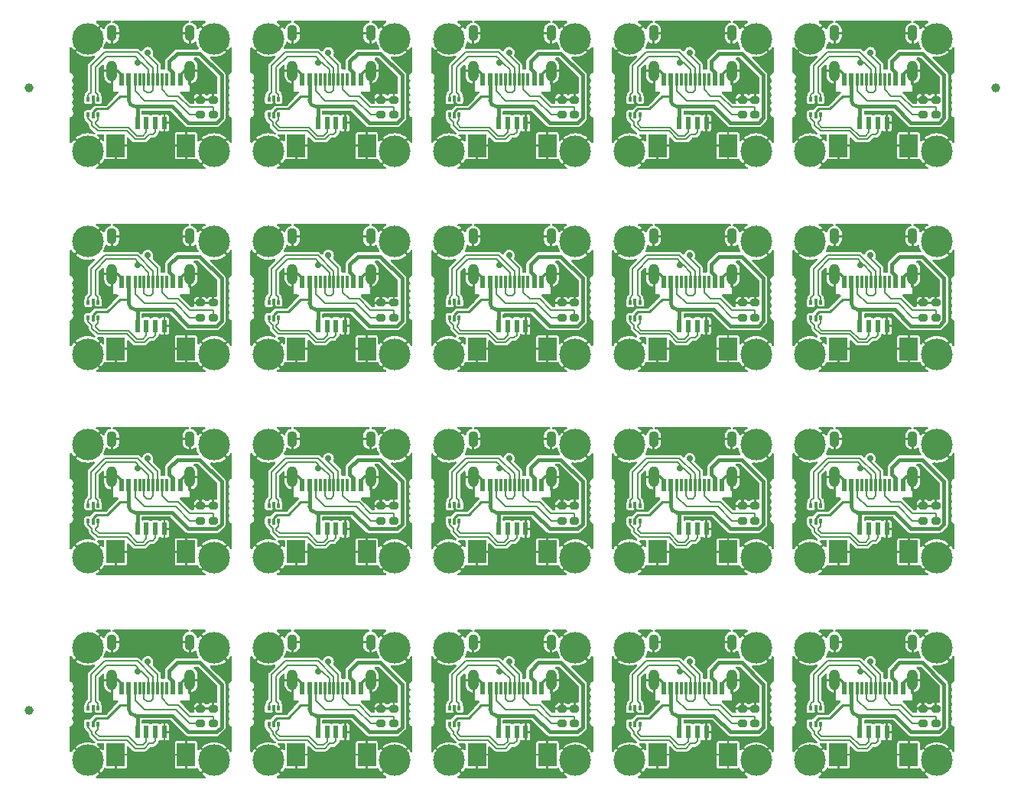
<source format=gtl>
%TF.GenerationSoftware,KiCad,Pcbnew,8.0.4*%
%TF.CreationDate,2024-12-20T12:35:40+08:00*%
%TF.ProjectId,c3-type-c-out-panelized-output,63332d74-7970-4652-9d63-2d6f75742d70,rev?*%
%TF.SameCoordinates,PX5836c38PY1312d00*%
%TF.FileFunction,Copper,L1,Top*%
%TF.FilePolarity,Positive*%
%FSLAX46Y46*%
G04 Gerber Fmt 4.6, Leading zero omitted, Abs format (unit mm)*
G04 Created by KiCad (PCBNEW 8.0.4) date 2024-12-20 12:35:40*
%MOMM*%
%LPD*%
G01*
G04 APERTURE LIST*
G04 Aperture macros list*
%AMRoundRect*
0 Rectangle with rounded corners*
0 $1 Rounding radius*
0 $2 $3 $4 $5 $6 $7 $8 $9 X,Y pos of 4 corners*
0 Add a 4 corners polygon primitive as box body*
4,1,4,$2,$3,$4,$5,$6,$7,$8,$9,$2,$3,0*
0 Add four circle primitives for the rounded corners*
1,1,$1+$1,$2,$3*
1,1,$1+$1,$4,$5*
1,1,$1+$1,$6,$7*
1,1,$1+$1,$8,$9*
0 Add four rect primitives between the rounded corners*
20,1,$1+$1,$2,$3,$4,$5,0*
20,1,$1+$1,$4,$5,$6,$7,0*
20,1,$1+$1,$6,$7,$8,$9,0*
20,1,$1+$1,$8,$9,$2,$3,0*%
G04 Aperture macros list end*
%TA.AperFunction,ComponentPad*%
%ADD10C,3.500000*%
%TD*%
%TA.AperFunction,SMDPad,CuDef*%
%ADD11R,0.600000X1.450000*%
%TD*%
%TA.AperFunction,SMDPad,CuDef*%
%ADD12R,0.300000X1.450000*%
%TD*%
%TA.AperFunction,ComponentPad*%
%ADD13O,1.200000X2.300000*%
%TD*%
%TA.AperFunction,ComponentPad*%
%ADD14O,1.100000X1.800000*%
%TD*%
%TA.AperFunction,SMDPad,CuDef*%
%ADD15R,0.375000X0.500000*%
%TD*%
%TA.AperFunction,SMDPad,CuDef*%
%ADD16R,0.300000X0.650000*%
%TD*%
%TA.AperFunction,SMDPad,CuDef*%
%ADD17RoundRect,0.200000X-0.275000X0.200000X-0.275000X-0.200000X0.275000X-0.200000X0.275000X0.200000X0*%
%TD*%
%TA.AperFunction,SMDPad,CuDef*%
%ADD18RoundRect,0.200000X0.275000X-0.200000X0.275000X0.200000X-0.275000X0.200000X-0.275000X-0.200000X0*%
%TD*%
%TA.AperFunction,SMDPad,CuDef*%
%ADD19R,0.500000X1.400000*%
%TD*%
%TA.AperFunction,SMDPad,CuDef*%
%ADD20R,2.000000X2.500000*%
%TD*%
%TA.AperFunction,SMDPad,CuDef*%
%ADD21C,1.000000*%
%TD*%
%TA.AperFunction,ViaPad*%
%ADD22C,0.700000*%
%TD*%
%TA.AperFunction,Conductor*%
%ADD23C,0.200000*%
%TD*%
%TA.AperFunction,Conductor*%
%ADD24C,0.300000*%
%TD*%
%TA.AperFunction,Conductor*%
%ADD25C,0.250000*%
%TD*%
%TA.AperFunction,Conductor*%
%ADD26C,0.400000*%
%TD*%
G04 APERTURE END LIST*
D10*
%TO.P,REF\u002A\u002A,1*%
%TO.N,Board_7-GND*%
X49001000Y-37000000D03*
%TD*%
D11*
%TO.P,J1,A1,GND*%
%TO.N,Board_14-GND*%
X99251000Y-51495000D03*
%TO.P,J1,A4,VBUS*%
%TO.N,Board_14-UVCC*%
X98451000Y-51495000D03*
D12*
%TO.P,J1,A5,CC1*%
%TO.N,Board_14-Net-(J1-CC1)*%
X97251000Y-51495000D03*
%TO.P,J1,A6,D+*%
%TO.N,Board_14-DP*%
X96251000Y-51495000D03*
%TO.P,J1,A7,D-*%
%TO.N,Board_14-DN*%
X95751000Y-51495000D03*
%TO.P,J1,A8,SBU1*%
%TO.N,Board_14-unconnected-(J1-SBU1-PadA8)*%
X94751000Y-51495000D03*
D11*
%TO.P,J1,A9,VBUS*%
%TO.N,Board_14-UVCC*%
X93551000Y-51495000D03*
%TO.P,J1,A12,GND*%
%TO.N,Board_14-GND*%
X92751000Y-51495000D03*
%TO.P,J1,B1,GND*%
X92751000Y-51495000D03*
%TO.P,J1,B4,VBUS*%
%TO.N,Board_14-UVCC*%
X93551000Y-51495000D03*
D12*
%TO.P,J1,B5,CC2*%
%TO.N,Board_14-Net-(J1-CC2)*%
X94251000Y-51495000D03*
%TO.P,J1,B6,D+*%
%TO.N,Board_14-DP*%
X95251000Y-51495000D03*
%TO.P,J1,B7,D-*%
%TO.N,Board_14-DN*%
X96751000Y-51495000D03*
%TO.P,J1,B8,SBU2*%
%TO.N,Board_14-unconnected-(J1-SBU2-PadB8)*%
X97751000Y-51495000D03*
D11*
%TO.P,J1,B9,VBUS*%
%TO.N,Board_14-UVCC*%
X98451000Y-51495000D03*
%TO.P,J1,B12,GND*%
%TO.N,Board_14-GND*%
X99251000Y-51495000D03*
D13*
%TO.P,J1,S1,SHIELD*%
X100321000Y-50580000D03*
D14*
X100321000Y-46400000D03*
D13*
X91681000Y-50580000D03*
D14*
X91681000Y-46400000D03*
%TD*%
D10*
%TO.P,REF\u002A\u002A,1*%
%TO.N,Board_3-GND*%
X83001000Y-14500000D03*
%TD*%
%TO.P,REF\u002A\u002A,1*%
%TO.N,Board_0-GND*%
X9001000Y-2000000D03*
%TD*%
D11*
%TO.P,J1,A1,GND*%
%TO.N,Board_1-GND*%
X39251000Y-6495000D03*
%TO.P,J1,A4,VBUS*%
%TO.N,Board_1-UVCC*%
X38451000Y-6495000D03*
D12*
%TO.P,J1,A5,CC1*%
%TO.N,Board_1-Net-(J1-CC1)*%
X37251000Y-6495000D03*
%TO.P,J1,A6,D+*%
%TO.N,Board_1-DP*%
X36251000Y-6495000D03*
%TO.P,J1,A7,D-*%
%TO.N,Board_1-DN*%
X35751000Y-6495000D03*
%TO.P,J1,A8,SBU1*%
%TO.N,Board_1-unconnected-(J1-SBU1-PadA8)*%
X34751000Y-6495000D03*
D11*
%TO.P,J1,A9,VBUS*%
%TO.N,Board_1-UVCC*%
X33551000Y-6495000D03*
%TO.P,J1,A12,GND*%
%TO.N,Board_1-GND*%
X32751000Y-6495000D03*
%TO.P,J1,B1,GND*%
X32751000Y-6495000D03*
%TO.P,J1,B4,VBUS*%
%TO.N,Board_1-UVCC*%
X33551000Y-6495000D03*
D12*
%TO.P,J1,B5,CC2*%
%TO.N,Board_1-Net-(J1-CC2)*%
X34251000Y-6495000D03*
%TO.P,J1,B6,D+*%
%TO.N,Board_1-DP*%
X35251000Y-6495000D03*
%TO.P,J1,B7,D-*%
%TO.N,Board_1-DN*%
X36751000Y-6495000D03*
%TO.P,J1,B8,SBU2*%
%TO.N,Board_1-unconnected-(J1-SBU2-PadB8)*%
X37751000Y-6495000D03*
D11*
%TO.P,J1,B9,VBUS*%
%TO.N,Board_1-UVCC*%
X38451000Y-6495000D03*
%TO.P,J1,B12,GND*%
%TO.N,Board_1-GND*%
X39251000Y-6495000D03*
D13*
%TO.P,J1,S1,SHIELD*%
X40321000Y-5580000D03*
D14*
X40321000Y-1400000D03*
D13*
X31681000Y-5580000D03*
D14*
X31681000Y-1400000D03*
%TD*%
D15*
%TO.P,U1,1,I/O1*%
%TO.N,Board_18-DN*%
X70138500Y-76250000D03*
D16*
%TO.P,U1,2,GND*%
%TO.N,Board_18-GND*%
X69601000Y-76175000D03*
D15*
%TO.P,U1,3,I/O2*%
%TO.N,Board_18-DP*%
X69063500Y-76250000D03*
%TO.P,U1,4,I/O2*%
%TO.N,Board_18-D+*%
X69063500Y-77950000D03*
D16*
%TO.P,U1,5,VBUS*%
%TO.N,Board_18-UVCC*%
X69601000Y-78025000D03*
D15*
%TO.P,U1,6,I/O1*%
%TO.N,Board_18-D-*%
X70138500Y-77950000D03*
%TD*%
D10*
%TO.P,REF\u002A\u002A,1*%
%TO.N,Board_12-GND*%
X63001000Y-47000000D03*
%TD*%
D15*
%TO.P,U1,1,I/O1*%
%TO.N,Board_12-DN*%
X50138500Y-53750000D03*
D16*
%TO.P,U1,2,GND*%
%TO.N,Board_12-GND*%
X49601000Y-53675000D03*
D15*
%TO.P,U1,3,I/O2*%
%TO.N,Board_12-DP*%
X49063500Y-53750000D03*
%TO.P,U1,4,I/O2*%
%TO.N,Board_12-D+*%
X49063500Y-55450000D03*
D16*
%TO.P,U1,5,VBUS*%
%TO.N,Board_12-UVCC*%
X49601000Y-55525000D03*
D15*
%TO.P,U1,6,I/O1*%
%TO.N,Board_12-D-*%
X50138500Y-55450000D03*
%TD*%
D10*
%TO.P,REF\u002A\u002A,1*%
%TO.N,Board_6-GND*%
X29001000Y-37000000D03*
%TD*%
D11*
%TO.P,J1,A1,GND*%
%TO.N,Board_3-GND*%
X79251000Y-6495000D03*
%TO.P,J1,A4,VBUS*%
%TO.N,Board_3-UVCC*%
X78451000Y-6495000D03*
D12*
%TO.P,J1,A5,CC1*%
%TO.N,Board_3-Net-(J1-CC1)*%
X77251000Y-6495000D03*
%TO.P,J1,A6,D+*%
%TO.N,Board_3-DP*%
X76251000Y-6495000D03*
%TO.P,J1,A7,D-*%
%TO.N,Board_3-DN*%
X75751000Y-6495000D03*
%TO.P,J1,A8,SBU1*%
%TO.N,Board_3-unconnected-(J1-SBU1-PadA8)*%
X74751000Y-6495000D03*
D11*
%TO.P,J1,A9,VBUS*%
%TO.N,Board_3-UVCC*%
X73551000Y-6495000D03*
%TO.P,J1,A12,GND*%
%TO.N,Board_3-GND*%
X72751000Y-6495000D03*
%TO.P,J1,B1,GND*%
X72751000Y-6495000D03*
%TO.P,J1,B4,VBUS*%
%TO.N,Board_3-UVCC*%
X73551000Y-6495000D03*
D12*
%TO.P,J1,B5,CC2*%
%TO.N,Board_3-Net-(J1-CC2)*%
X74251000Y-6495000D03*
%TO.P,J1,B6,D+*%
%TO.N,Board_3-DP*%
X75251000Y-6495000D03*
%TO.P,J1,B7,D-*%
%TO.N,Board_3-DN*%
X76751000Y-6495000D03*
%TO.P,J1,B8,SBU2*%
%TO.N,Board_3-unconnected-(J1-SBU2-PadB8)*%
X77751000Y-6495000D03*
D11*
%TO.P,J1,B9,VBUS*%
%TO.N,Board_3-UVCC*%
X78451000Y-6495000D03*
%TO.P,J1,B12,GND*%
%TO.N,Board_3-GND*%
X79251000Y-6495000D03*
D13*
%TO.P,J1,S1,SHIELD*%
X80321000Y-5580000D03*
D14*
X80321000Y-1400000D03*
D13*
X71681000Y-5580000D03*
D14*
X71681000Y-1400000D03*
%TD*%
D15*
%TO.P,U1,1,I/O1*%
%TO.N,Board_10-DN*%
X10138500Y-53750000D03*
D16*
%TO.P,U1,2,GND*%
%TO.N,Board_10-GND*%
X9601000Y-53675000D03*
D15*
%TO.P,U1,3,I/O2*%
%TO.N,Board_10-DP*%
X9063500Y-53750000D03*
%TO.P,U1,4,I/O2*%
%TO.N,Board_10-D+*%
X9063500Y-55450000D03*
D16*
%TO.P,U1,5,VBUS*%
%TO.N,Board_10-UVCC*%
X9601000Y-55525000D03*
D15*
%TO.P,U1,6,I/O1*%
%TO.N,Board_10-D-*%
X10138500Y-55450000D03*
%TD*%
D10*
%TO.P,REF\u002A\u002A,1*%
%TO.N,Board_13-GND*%
X69001000Y-59500000D03*
%TD*%
D11*
%TO.P,J1,A1,GND*%
%TO.N,Board_5-GND*%
X19251000Y-28995000D03*
%TO.P,J1,A4,VBUS*%
%TO.N,Board_5-UVCC*%
X18451000Y-28995000D03*
D12*
%TO.P,J1,A5,CC1*%
%TO.N,Board_5-Net-(J1-CC1)*%
X17251000Y-28995000D03*
%TO.P,J1,A6,D+*%
%TO.N,Board_5-DP*%
X16251000Y-28995000D03*
%TO.P,J1,A7,D-*%
%TO.N,Board_5-DN*%
X15751000Y-28995000D03*
%TO.P,J1,A8,SBU1*%
%TO.N,Board_5-unconnected-(J1-SBU1-PadA8)*%
X14751000Y-28995000D03*
D11*
%TO.P,J1,A9,VBUS*%
%TO.N,Board_5-UVCC*%
X13551000Y-28995000D03*
%TO.P,J1,A12,GND*%
%TO.N,Board_5-GND*%
X12751000Y-28995000D03*
%TO.P,J1,B1,GND*%
X12751000Y-28995000D03*
%TO.P,J1,B4,VBUS*%
%TO.N,Board_5-UVCC*%
X13551000Y-28995000D03*
D12*
%TO.P,J1,B5,CC2*%
%TO.N,Board_5-Net-(J1-CC2)*%
X14251000Y-28995000D03*
%TO.P,J1,B6,D+*%
%TO.N,Board_5-DP*%
X15251000Y-28995000D03*
%TO.P,J1,B7,D-*%
%TO.N,Board_5-DN*%
X16751000Y-28995000D03*
%TO.P,J1,B8,SBU2*%
%TO.N,Board_5-unconnected-(J1-SBU2-PadB8)*%
X17751000Y-28995000D03*
D11*
%TO.P,J1,B9,VBUS*%
%TO.N,Board_5-UVCC*%
X18451000Y-28995000D03*
%TO.P,J1,B12,GND*%
%TO.N,Board_5-GND*%
X19251000Y-28995000D03*
D13*
%TO.P,J1,S1,SHIELD*%
X20321000Y-28080000D03*
D14*
X20321000Y-23900000D03*
D13*
X11681000Y-28080000D03*
D14*
X11681000Y-23900000D03*
%TD*%
D10*
%TO.P,REF\u002A\u002A,1*%
%TO.N,Board_10-GND*%
X9001000Y-47000000D03*
%TD*%
D15*
%TO.P,U1,1,I/O1*%
%TO.N,Board_13-DN*%
X70138500Y-53750000D03*
D16*
%TO.P,U1,2,GND*%
%TO.N,Board_13-GND*%
X69601000Y-53675000D03*
D15*
%TO.P,U1,3,I/O2*%
%TO.N,Board_13-DP*%
X69063500Y-53750000D03*
%TO.P,U1,4,I/O2*%
%TO.N,Board_13-D+*%
X69063500Y-55450000D03*
D16*
%TO.P,U1,5,VBUS*%
%TO.N,Board_13-UVCC*%
X69601000Y-55525000D03*
D15*
%TO.P,U1,6,I/O1*%
%TO.N,Board_13-D-*%
X70138500Y-55450000D03*
%TD*%
D11*
%TO.P,J1,A1,GND*%
%TO.N,Board_17-GND*%
X59251000Y-73995000D03*
%TO.P,J1,A4,VBUS*%
%TO.N,Board_17-UVCC*%
X58451000Y-73995000D03*
D12*
%TO.P,J1,A5,CC1*%
%TO.N,Board_17-Net-(J1-CC1)*%
X57251000Y-73995000D03*
%TO.P,J1,A6,D+*%
%TO.N,Board_17-DP*%
X56251000Y-73995000D03*
%TO.P,J1,A7,D-*%
%TO.N,Board_17-DN*%
X55751000Y-73995000D03*
%TO.P,J1,A8,SBU1*%
%TO.N,Board_17-unconnected-(J1-SBU1-PadA8)*%
X54751000Y-73995000D03*
D11*
%TO.P,J1,A9,VBUS*%
%TO.N,Board_17-UVCC*%
X53551000Y-73995000D03*
%TO.P,J1,A12,GND*%
%TO.N,Board_17-GND*%
X52751000Y-73995000D03*
%TO.P,J1,B1,GND*%
X52751000Y-73995000D03*
%TO.P,J1,B4,VBUS*%
%TO.N,Board_17-UVCC*%
X53551000Y-73995000D03*
D12*
%TO.P,J1,B5,CC2*%
%TO.N,Board_17-Net-(J1-CC2)*%
X54251000Y-73995000D03*
%TO.P,J1,B6,D+*%
%TO.N,Board_17-DP*%
X55251000Y-73995000D03*
%TO.P,J1,B7,D-*%
%TO.N,Board_17-DN*%
X56751000Y-73995000D03*
%TO.P,J1,B8,SBU2*%
%TO.N,Board_17-unconnected-(J1-SBU2-PadB8)*%
X57751000Y-73995000D03*
D11*
%TO.P,J1,B9,VBUS*%
%TO.N,Board_17-UVCC*%
X58451000Y-73995000D03*
%TO.P,J1,B12,GND*%
%TO.N,Board_17-GND*%
X59251000Y-73995000D03*
D13*
%TO.P,J1,S1,SHIELD*%
X60321000Y-73080000D03*
D14*
X60321000Y-68900000D03*
D13*
X51681000Y-73080000D03*
D14*
X51681000Y-68900000D03*
%TD*%
D17*
%TO.P,R2,1*%
%TO.N,Board_3-GND*%
X81501000Y-8775000D03*
%TO.P,R2,2*%
%TO.N,Board_3-Net-(J1-CC2)*%
X81501000Y-10425000D03*
%TD*%
D10*
%TO.P,REF\u002A\u002A,1*%
%TO.N,Board_0-GND*%
X23001000Y-2000000D03*
%TD*%
%TO.P,REF\u002A\u002A,1*%
%TO.N,Board_11-GND*%
X43001000Y-47000000D03*
%TD*%
%TO.P,REF\u002A\u002A,1*%
%TO.N,Board_19-GND*%
X89001000Y-82000000D03*
%TD*%
D11*
%TO.P,J1,A1,GND*%
%TO.N,Board_15-GND*%
X19251000Y-73995000D03*
%TO.P,J1,A4,VBUS*%
%TO.N,Board_15-UVCC*%
X18451000Y-73995000D03*
D12*
%TO.P,J1,A5,CC1*%
%TO.N,Board_15-Net-(J1-CC1)*%
X17251000Y-73995000D03*
%TO.P,J1,A6,D+*%
%TO.N,Board_15-DP*%
X16251000Y-73995000D03*
%TO.P,J1,A7,D-*%
%TO.N,Board_15-DN*%
X15751000Y-73995000D03*
%TO.P,J1,A8,SBU1*%
%TO.N,Board_15-unconnected-(J1-SBU1-PadA8)*%
X14751000Y-73995000D03*
D11*
%TO.P,J1,A9,VBUS*%
%TO.N,Board_15-UVCC*%
X13551000Y-73995000D03*
%TO.P,J1,A12,GND*%
%TO.N,Board_15-GND*%
X12751000Y-73995000D03*
%TO.P,J1,B1,GND*%
X12751000Y-73995000D03*
%TO.P,J1,B4,VBUS*%
%TO.N,Board_15-UVCC*%
X13551000Y-73995000D03*
D12*
%TO.P,J1,B5,CC2*%
%TO.N,Board_15-Net-(J1-CC2)*%
X14251000Y-73995000D03*
%TO.P,J1,B6,D+*%
%TO.N,Board_15-DP*%
X15251000Y-73995000D03*
%TO.P,J1,B7,D-*%
%TO.N,Board_15-DN*%
X16751000Y-73995000D03*
%TO.P,J1,B8,SBU2*%
%TO.N,Board_15-unconnected-(J1-SBU2-PadB8)*%
X17751000Y-73995000D03*
D11*
%TO.P,J1,B9,VBUS*%
%TO.N,Board_15-UVCC*%
X18451000Y-73995000D03*
%TO.P,J1,B12,GND*%
%TO.N,Board_15-GND*%
X19251000Y-73995000D03*
D13*
%TO.P,J1,S1,SHIELD*%
X20321000Y-73080000D03*
D14*
X20321000Y-68900000D03*
D13*
X11681000Y-73080000D03*
D14*
X11681000Y-68900000D03*
%TD*%
D10*
%TO.P,REF\u002A\u002A,1*%
%TO.N,Board_7-GND*%
X63001000Y-37000000D03*
%TD*%
D11*
%TO.P,J1,A1,GND*%
%TO.N,Board_11-GND*%
X39251000Y-51495000D03*
%TO.P,J1,A4,VBUS*%
%TO.N,Board_11-UVCC*%
X38451000Y-51495000D03*
D12*
%TO.P,J1,A5,CC1*%
%TO.N,Board_11-Net-(J1-CC1)*%
X37251000Y-51495000D03*
%TO.P,J1,A6,D+*%
%TO.N,Board_11-DP*%
X36251000Y-51495000D03*
%TO.P,J1,A7,D-*%
%TO.N,Board_11-DN*%
X35751000Y-51495000D03*
%TO.P,J1,A8,SBU1*%
%TO.N,Board_11-unconnected-(J1-SBU1-PadA8)*%
X34751000Y-51495000D03*
D11*
%TO.P,J1,A9,VBUS*%
%TO.N,Board_11-UVCC*%
X33551000Y-51495000D03*
%TO.P,J1,A12,GND*%
%TO.N,Board_11-GND*%
X32751000Y-51495000D03*
%TO.P,J1,B1,GND*%
X32751000Y-51495000D03*
%TO.P,J1,B4,VBUS*%
%TO.N,Board_11-UVCC*%
X33551000Y-51495000D03*
D12*
%TO.P,J1,B5,CC2*%
%TO.N,Board_11-Net-(J1-CC2)*%
X34251000Y-51495000D03*
%TO.P,J1,B6,D+*%
%TO.N,Board_11-DP*%
X35251000Y-51495000D03*
%TO.P,J1,B7,D-*%
%TO.N,Board_11-DN*%
X36751000Y-51495000D03*
%TO.P,J1,B8,SBU2*%
%TO.N,Board_11-unconnected-(J1-SBU2-PadB8)*%
X37751000Y-51495000D03*
D11*
%TO.P,J1,B9,VBUS*%
%TO.N,Board_11-UVCC*%
X38451000Y-51495000D03*
%TO.P,J1,B12,GND*%
%TO.N,Board_11-GND*%
X39251000Y-51495000D03*
D13*
%TO.P,J1,S1,SHIELD*%
X40321000Y-50580000D03*
D14*
X40321000Y-46400000D03*
D13*
X31681000Y-50580000D03*
D14*
X31681000Y-46400000D03*
%TD*%
D18*
%TO.P,R1,1*%
%TO.N,Board_19-Net-(J1-CC1)*%
X102901000Y-77925000D03*
%TO.P,R1,2*%
%TO.N,Board_19-GND*%
X102901000Y-76275000D03*
%TD*%
D10*
%TO.P,REF\u002A\u002A,1*%
%TO.N,Board_7-GND*%
X63001000Y-24500000D03*
%TD*%
%TO.P,REF\u002A\u002A,1*%
%TO.N,Board_10-GND*%
X23001000Y-59500000D03*
%TD*%
%TO.P,REF\u002A\u002A,1*%
%TO.N,Board_17-GND*%
X63001000Y-69500000D03*
%TD*%
%TO.P,REF\u002A\u002A,1*%
%TO.N,Board_14-GND*%
X103001000Y-59500000D03*
%TD*%
D18*
%TO.P,R1,1*%
%TO.N,Board_13-Net-(J1-CC1)*%
X82901000Y-55425000D03*
%TO.P,R1,2*%
%TO.N,Board_13-GND*%
X82901000Y-53775000D03*
%TD*%
D10*
%TO.P,REF\u002A\u002A,1*%
%TO.N,Board_9-GND*%
X103001000Y-37000000D03*
%TD*%
D19*
%TO.P,J2,1,Pin_1*%
%TO.N,Board_5-UVCC*%
X14501000Y-33850000D03*
%TO.P,J2,2,Pin_2*%
%TO.N,Board_5-D-*%
X15501000Y-33850000D03*
%TO.P,J2,3,Pin_3*%
%TO.N,Board_5-D+*%
X16501000Y-33850000D03*
%TO.P,J2,4,Pin_4*%
%TO.N,Board_5-GND*%
X17501000Y-33850000D03*
D20*
%TO.P,J2,MP,MountPin*%
X12101000Y-36375000D03*
X19901000Y-36375000D03*
%TD*%
D15*
%TO.P,U1,1,I/O1*%
%TO.N,Board_5-DN*%
X10138500Y-31250000D03*
D16*
%TO.P,U1,2,GND*%
%TO.N,Board_5-GND*%
X9601000Y-31175000D03*
D15*
%TO.P,U1,3,I/O2*%
%TO.N,Board_5-DP*%
X9063500Y-31250000D03*
%TO.P,U1,4,I/O2*%
%TO.N,Board_5-D+*%
X9063500Y-32950000D03*
D16*
%TO.P,U1,5,VBUS*%
%TO.N,Board_5-UVCC*%
X9601000Y-33025000D03*
D15*
%TO.P,U1,6,I/O1*%
%TO.N,Board_5-D-*%
X10138500Y-32950000D03*
%TD*%
D17*
%TO.P,R2,1*%
%TO.N,Board_14-GND*%
X101501000Y-53775000D03*
%TO.P,R2,2*%
%TO.N,Board_14-Net-(J1-CC2)*%
X101501000Y-55425000D03*
%TD*%
D10*
%TO.P,REF\u002A\u002A,1*%
%TO.N,Board_16-GND*%
X43001000Y-69500000D03*
%TD*%
D17*
%TO.P,R2,1*%
%TO.N,Board_15-GND*%
X21501000Y-76275000D03*
%TO.P,R2,2*%
%TO.N,Board_15-Net-(J1-CC2)*%
X21501000Y-77925000D03*
%TD*%
D10*
%TO.P,REF\u002A\u002A,1*%
%TO.N,Board_2-GND*%
X63001000Y-14500000D03*
%TD*%
%TO.P,REF\u002A\u002A,1*%
%TO.N,Board_9-GND*%
X89001000Y-24500000D03*
%TD*%
D19*
%TO.P,J2,1,Pin_1*%
%TO.N,Board_6-UVCC*%
X34501000Y-33850000D03*
%TO.P,J2,2,Pin_2*%
%TO.N,Board_6-D-*%
X35501000Y-33850000D03*
%TO.P,J2,3,Pin_3*%
%TO.N,Board_6-D+*%
X36501000Y-33850000D03*
%TO.P,J2,4,Pin_4*%
%TO.N,Board_6-GND*%
X37501000Y-33850000D03*
D20*
%TO.P,J2,MP,MountPin*%
X32101000Y-36375000D03*
X39901000Y-36375000D03*
%TD*%
D10*
%TO.P,REF\u002A\u002A,1*%
%TO.N,Board_18-GND*%
X83001000Y-69500000D03*
%TD*%
%TO.P,REF\u002A\u002A,1*%
%TO.N,Board_16-GND*%
X29001000Y-82000000D03*
%TD*%
%TO.P,REF\u002A\u002A,1*%
%TO.N,Board_11-GND*%
X43001000Y-59500000D03*
%TD*%
D17*
%TO.P,R2,1*%
%TO.N,Board_7-GND*%
X61501000Y-31275000D03*
%TO.P,R2,2*%
%TO.N,Board_7-Net-(J1-CC2)*%
X61501000Y-32925000D03*
%TD*%
D10*
%TO.P,REF\u002A\u002A,1*%
%TO.N,Board_4-GND*%
X89001000Y-14500000D03*
%TD*%
D18*
%TO.P,R1,1*%
%TO.N,Board_11-Net-(J1-CC1)*%
X42901000Y-55425000D03*
%TO.P,R1,2*%
%TO.N,Board_11-GND*%
X42901000Y-53775000D03*
%TD*%
D15*
%TO.P,U1,1,I/O1*%
%TO.N,Board_19-DN*%
X90138500Y-76250000D03*
D16*
%TO.P,U1,2,GND*%
%TO.N,Board_19-GND*%
X89601000Y-76175000D03*
D15*
%TO.P,U1,3,I/O2*%
%TO.N,Board_19-DP*%
X89063500Y-76250000D03*
%TO.P,U1,4,I/O2*%
%TO.N,Board_19-D+*%
X89063500Y-77950000D03*
D16*
%TO.P,U1,5,VBUS*%
%TO.N,Board_19-UVCC*%
X89601000Y-78025000D03*
D15*
%TO.P,U1,6,I/O1*%
%TO.N,Board_19-D-*%
X90138500Y-77950000D03*
%TD*%
D18*
%TO.P,R1,1*%
%TO.N,Board_4-Net-(J1-CC1)*%
X102901000Y-10425000D03*
%TO.P,R1,2*%
%TO.N,Board_4-GND*%
X102901000Y-8775000D03*
%TD*%
%TO.P,R1,1*%
%TO.N,Board_12-Net-(J1-CC1)*%
X62901000Y-55425000D03*
%TO.P,R1,2*%
%TO.N,Board_12-GND*%
X62901000Y-53775000D03*
%TD*%
D10*
%TO.P,REF\u002A\u002A,1*%
%TO.N,Board_2-GND*%
X49001000Y-2000000D03*
%TD*%
D18*
%TO.P,R1,1*%
%TO.N,Board_10-Net-(J1-CC1)*%
X22901000Y-55425000D03*
%TO.P,R1,2*%
%TO.N,Board_10-GND*%
X22901000Y-53775000D03*
%TD*%
D10*
%TO.P,REF\u002A\u002A,1*%
%TO.N,Board_15-GND*%
X9001000Y-69500000D03*
%TD*%
D15*
%TO.P,U1,1,I/O1*%
%TO.N,Board_15-DN*%
X10138500Y-76250000D03*
D16*
%TO.P,U1,2,GND*%
%TO.N,Board_15-GND*%
X9601000Y-76175000D03*
D15*
%TO.P,U1,3,I/O2*%
%TO.N,Board_15-DP*%
X9063500Y-76250000D03*
%TO.P,U1,4,I/O2*%
%TO.N,Board_15-D+*%
X9063500Y-77950000D03*
D16*
%TO.P,U1,5,VBUS*%
%TO.N,Board_15-UVCC*%
X9601000Y-78025000D03*
D15*
%TO.P,U1,6,I/O1*%
%TO.N,Board_15-D-*%
X10138500Y-77950000D03*
%TD*%
D10*
%TO.P,REF\u002A\u002A,1*%
%TO.N,Board_18-GND*%
X83001000Y-82000000D03*
%TD*%
D17*
%TO.P,R2,1*%
%TO.N,Board_16-GND*%
X41501000Y-76275000D03*
%TO.P,R2,2*%
%TO.N,Board_16-Net-(J1-CC2)*%
X41501000Y-77925000D03*
%TD*%
D10*
%TO.P,REF\u002A\u002A,1*%
%TO.N,Board_1-GND*%
X29001000Y-2000000D03*
%TD*%
D19*
%TO.P,J2,1,Pin_1*%
%TO.N,Board_18-UVCC*%
X74501000Y-78850000D03*
%TO.P,J2,2,Pin_2*%
%TO.N,Board_18-D-*%
X75501000Y-78850000D03*
%TO.P,J2,3,Pin_3*%
%TO.N,Board_18-D+*%
X76501000Y-78850000D03*
%TO.P,J2,4,Pin_4*%
%TO.N,Board_18-GND*%
X77501000Y-78850000D03*
D20*
%TO.P,J2,MP,MountPin*%
X72101000Y-81375000D03*
X79901000Y-81375000D03*
%TD*%
D10*
%TO.P,REF\u002A\u002A,1*%
%TO.N,Board_14-GND*%
X89001000Y-59500000D03*
%TD*%
%TO.P,REF\u002A\u002A,1*%
%TO.N,Board_3-GND*%
X83001000Y-2000000D03*
%TD*%
%TO.P,REF\u002A\u002A,1*%
%TO.N,Board_5-GND*%
X23001000Y-37000000D03*
%TD*%
%TO.P,REF\u002A\u002A,1*%
%TO.N,Board_0-GND*%
X23001000Y-14500000D03*
%TD*%
D19*
%TO.P,J2,1,Pin_1*%
%TO.N,Board_1-UVCC*%
X34501000Y-11350000D03*
%TO.P,J2,2,Pin_2*%
%TO.N,Board_1-D-*%
X35501000Y-11350000D03*
%TO.P,J2,3,Pin_3*%
%TO.N,Board_1-D+*%
X36501000Y-11350000D03*
%TO.P,J2,4,Pin_4*%
%TO.N,Board_1-GND*%
X37501000Y-11350000D03*
D20*
%TO.P,J2,MP,MountPin*%
X32101000Y-13875000D03*
X39901000Y-13875000D03*
%TD*%
D10*
%TO.P,REF\u002A\u002A,1*%
%TO.N,Board_1-GND*%
X43001000Y-2000000D03*
%TD*%
D15*
%TO.P,U1,1,I/O1*%
%TO.N,Board_11-DN*%
X30138500Y-53750000D03*
D16*
%TO.P,U1,2,GND*%
%TO.N,Board_11-GND*%
X29601000Y-53675000D03*
D15*
%TO.P,U1,3,I/O2*%
%TO.N,Board_11-DP*%
X29063500Y-53750000D03*
%TO.P,U1,4,I/O2*%
%TO.N,Board_11-D+*%
X29063500Y-55450000D03*
D16*
%TO.P,U1,5,VBUS*%
%TO.N,Board_11-UVCC*%
X29601000Y-55525000D03*
D15*
%TO.P,U1,6,I/O1*%
%TO.N,Board_11-D-*%
X30138500Y-55450000D03*
%TD*%
D10*
%TO.P,REF\u002A\u002A,1*%
%TO.N,Board_5-GND*%
X9001000Y-37000000D03*
%TD*%
D11*
%TO.P,J1,A1,GND*%
%TO.N,Board_7-GND*%
X59251000Y-28995000D03*
%TO.P,J1,A4,VBUS*%
%TO.N,Board_7-UVCC*%
X58451000Y-28995000D03*
D12*
%TO.P,J1,A5,CC1*%
%TO.N,Board_7-Net-(J1-CC1)*%
X57251000Y-28995000D03*
%TO.P,J1,A6,D+*%
%TO.N,Board_7-DP*%
X56251000Y-28995000D03*
%TO.P,J1,A7,D-*%
%TO.N,Board_7-DN*%
X55751000Y-28995000D03*
%TO.P,J1,A8,SBU1*%
%TO.N,Board_7-unconnected-(J1-SBU1-PadA8)*%
X54751000Y-28995000D03*
D11*
%TO.P,J1,A9,VBUS*%
%TO.N,Board_7-UVCC*%
X53551000Y-28995000D03*
%TO.P,J1,A12,GND*%
%TO.N,Board_7-GND*%
X52751000Y-28995000D03*
%TO.P,J1,B1,GND*%
X52751000Y-28995000D03*
%TO.P,J1,B4,VBUS*%
%TO.N,Board_7-UVCC*%
X53551000Y-28995000D03*
D12*
%TO.P,J1,B5,CC2*%
%TO.N,Board_7-Net-(J1-CC2)*%
X54251000Y-28995000D03*
%TO.P,J1,B6,D+*%
%TO.N,Board_7-DP*%
X55251000Y-28995000D03*
%TO.P,J1,B7,D-*%
%TO.N,Board_7-DN*%
X56751000Y-28995000D03*
%TO.P,J1,B8,SBU2*%
%TO.N,Board_7-unconnected-(J1-SBU2-PadB8)*%
X57751000Y-28995000D03*
D11*
%TO.P,J1,B9,VBUS*%
%TO.N,Board_7-UVCC*%
X58451000Y-28995000D03*
%TO.P,J1,B12,GND*%
%TO.N,Board_7-GND*%
X59251000Y-28995000D03*
D13*
%TO.P,J1,S1,SHIELD*%
X60321000Y-28080000D03*
D14*
X60321000Y-23900000D03*
D13*
X51681000Y-28080000D03*
D14*
X51681000Y-23900000D03*
%TD*%
D18*
%TO.P,R1,1*%
%TO.N,Board_1-Net-(J1-CC1)*%
X42901000Y-10425000D03*
%TO.P,R1,2*%
%TO.N,Board_1-GND*%
X42901000Y-8775000D03*
%TD*%
D19*
%TO.P,J2,1,Pin_1*%
%TO.N,Board_7-UVCC*%
X54501000Y-33850000D03*
%TO.P,J2,2,Pin_2*%
%TO.N,Board_7-D-*%
X55501000Y-33850000D03*
%TO.P,J2,3,Pin_3*%
%TO.N,Board_7-D+*%
X56501000Y-33850000D03*
%TO.P,J2,4,Pin_4*%
%TO.N,Board_7-GND*%
X57501000Y-33850000D03*
D20*
%TO.P,J2,MP,MountPin*%
X52101000Y-36375000D03*
X59901000Y-36375000D03*
%TD*%
D18*
%TO.P,R1,1*%
%TO.N,Board_14-Net-(J1-CC1)*%
X102901000Y-55425000D03*
%TO.P,R1,2*%
%TO.N,Board_14-GND*%
X102901000Y-53775000D03*
%TD*%
D10*
%TO.P,REF\u002A\u002A,1*%
%TO.N,Board_4-GND*%
X103001000Y-2000000D03*
%TD*%
D17*
%TO.P,R2,1*%
%TO.N,Board_4-GND*%
X101501000Y-8775000D03*
%TO.P,R2,2*%
%TO.N,Board_4-Net-(J1-CC2)*%
X101501000Y-10425000D03*
%TD*%
D10*
%TO.P,REF\u002A\u002A,1*%
%TO.N,Board_9-GND*%
X103001000Y-24500000D03*
%TD*%
D19*
%TO.P,J2,1,Pin_1*%
%TO.N,Board_13-UVCC*%
X74501000Y-56350000D03*
%TO.P,J2,2,Pin_2*%
%TO.N,Board_13-D-*%
X75501000Y-56350000D03*
%TO.P,J2,3,Pin_3*%
%TO.N,Board_13-D+*%
X76501000Y-56350000D03*
%TO.P,J2,4,Pin_4*%
%TO.N,Board_13-GND*%
X77501000Y-56350000D03*
D20*
%TO.P,J2,MP,MountPin*%
X72101000Y-58875000D03*
X79901000Y-58875000D03*
%TD*%
D17*
%TO.P,R2,1*%
%TO.N,Board_8-GND*%
X81501000Y-31275000D03*
%TO.P,R2,2*%
%TO.N,Board_8-Net-(J1-CC2)*%
X81501000Y-32925000D03*
%TD*%
D10*
%TO.P,REF\u002A\u002A,1*%
%TO.N,Board_17-GND*%
X49001000Y-69500000D03*
%TD*%
%TO.P,REF\u002A\u002A,1*%
%TO.N,Board_4-GND*%
X103001000Y-14500000D03*
%TD*%
D19*
%TO.P,J2,1,Pin_1*%
%TO.N,Board_8-UVCC*%
X74501000Y-33850000D03*
%TO.P,J2,2,Pin_2*%
%TO.N,Board_8-D-*%
X75501000Y-33850000D03*
%TO.P,J2,3,Pin_3*%
%TO.N,Board_8-D+*%
X76501000Y-33850000D03*
%TO.P,J2,4,Pin_4*%
%TO.N,Board_8-GND*%
X77501000Y-33850000D03*
D20*
%TO.P,J2,MP,MountPin*%
X72101000Y-36375000D03*
X79901000Y-36375000D03*
%TD*%
D10*
%TO.P,REF\u002A\u002A,1*%
%TO.N,Board_11-GND*%
X29001000Y-47000000D03*
%TD*%
D18*
%TO.P,R1,1*%
%TO.N,Board_17-Net-(J1-CC1)*%
X62901000Y-77925000D03*
%TO.P,R1,2*%
%TO.N,Board_17-GND*%
X62901000Y-76275000D03*
%TD*%
D17*
%TO.P,R2,1*%
%TO.N,Board_0-GND*%
X21501000Y-8775000D03*
%TO.P,R2,2*%
%TO.N,Board_0-Net-(J1-CC2)*%
X21501000Y-10425000D03*
%TD*%
D11*
%TO.P,J1,A1,GND*%
%TO.N,Board_13-GND*%
X79251000Y-51495000D03*
%TO.P,J1,A4,VBUS*%
%TO.N,Board_13-UVCC*%
X78451000Y-51495000D03*
D12*
%TO.P,J1,A5,CC1*%
%TO.N,Board_13-Net-(J1-CC1)*%
X77251000Y-51495000D03*
%TO.P,J1,A6,D+*%
%TO.N,Board_13-DP*%
X76251000Y-51495000D03*
%TO.P,J1,A7,D-*%
%TO.N,Board_13-DN*%
X75751000Y-51495000D03*
%TO.P,J1,A8,SBU1*%
%TO.N,Board_13-unconnected-(J1-SBU1-PadA8)*%
X74751000Y-51495000D03*
D11*
%TO.P,J1,A9,VBUS*%
%TO.N,Board_13-UVCC*%
X73551000Y-51495000D03*
%TO.P,J1,A12,GND*%
%TO.N,Board_13-GND*%
X72751000Y-51495000D03*
%TO.P,J1,B1,GND*%
X72751000Y-51495000D03*
%TO.P,J1,B4,VBUS*%
%TO.N,Board_13-UVCC*%
X73551000Y-51495000D03*
D12*
%TO.P,J1,B5,CC2*%
%TO.N,Board_13-Net-(J1-CC2)*%
X74251000Y-51495000D03*
%TO.P,J1,B6,D+*%
%TO.N,Board_13-DP*%
X75251000Y-51495000D03*
%TO.P,J1,B7,D-*%
%TO.N,Board_13-DN*%
X76751000Y-51495000D03*
%TO.P,J1,B8,SBU2*%
%TO.N,Board_13-unconnected-(J1-SBU2-PadB8)*%
X77751000Y-51495000D03*
D11*
%TO.P,J1,B9,VBUS*%
%TO.N,Board_13-UVCC*%
X78451000Y-51495000D03*
%TO.P,J1,B12,GND*%
%TO.N,Board_13-GND*%
X79251000Y-51495000D03*
D13*
%TO.P,J1,S1,SHIELD*%
X80321000Y-50580000D03*
D14*
X80321000Y-46400000D03*
D13*
X71681000Y-50580000D03*
D14*
X71681000Y-46400000D03*
%TD*%
D10*
%TO.P,REF\u002A\u002A,1*%
%TO.N,Board_2-GND*%
X63001000Y-2000000D03*
%TD*%
D19*
%TO.P,J2,1,Pin_1*%
%TO.N,Board_9-UVCC*%
X94501000Y-33850000D03*
%TO.P,J2,2,Pin_2*%
%TO.N,Board_9-D-*%
X95501000Y-33850000D03*
%TO.P,J2,3,Pin_3*%
%TO.N,Board_9-D+*%
X96501000Y-33850000D03*
%TO.P,J2,4,Pin_4*%
%TO.N,Board_9-GND*%
X97501000Y-33850000D03*
D20*
%TO.P,J2,MP,MountPin*%
X92101000Y-36375000D03*
X99901000Y-36375000D03*
%TD*%
D15*
%TO.P,U1,1,I/O1*%
%TO.N,Board_7-DN*%
X50138500Y-31250000D03*
D16*
%TO.P,U1,2,GND*%
%TO.N,Board_7-GND*%
X49601000Y-31175000D03*
D15*
%TO.P,U1,3,I/O2*%
%TO.N,Board_7-DP*%
X49063500Y-31250000D03*
%TO.P,U1,4,I/O2*%
%TO.N,Board_7-D+*%
X49063500Y-32950000D03*
D16*
%TO.P,U1,5,VBUS*%
%TO.N,Board_7-UVCC*%
X49601000Y-33025000D03*
D15*
%TO.P,U1,6,I/O1*%
%TO.N,Board_7-D-*%
X50138500Y-32950000D03*
%TD*%
D10*
%TO.P,REF\u002A\u002A,1*%
%TO.N,Board_19-GND*%
X89001000Y-69500000D03*
%TD*%
D18*
%TO.P,R1,1*%
%TO.N,Board_16-Net-(J1-CC1)*%
X42901000Y-77925000D03*
%TO.P,R1,2*%
%TO.N,Board_16-GND*%
X42901000Y-76275000D03*
%TD*%
D10*
%TO.P,REF\u002A\u002A,1*%
%TO.N,Board_2-GND*%
X49001000Y-14500000D03*
%TD*%
%TO.P,REF\u002A\u002A,1*%
%TO.N,Board_4-GND*%
X89001000Y-2000000D03*
%TD*%
D21*
%TO.P,KiKit_FID_T_1,*%
%TO.N,*%
X2500000Y-7500000D03*
%TD*%
D19*
%TO.P,J2,1,Pin_1*%
%TO.N,Board_19-UVCC*%
X94501000Y-78850000D03*
%TO.P,J2,2,Pin_2*%
%TO.N,Board_19-D-*%
X95501000Y-78850000D03*
%TO.P,J2,3,Pin_3*%
%TO.N,Board_19-D+*%
X96501000Y-78850000D03*
%TO.P,J2,4,Pin_4*%
%TO.N,Board_19-GND*%
X97501000Y-78850000D03*
D20*
%TO.P,J2,MP,MountPin*%
X92101000Y-81375000D03*
X99901000Y-81375000D03*
%TD*%
D18*
%TO.P,R1,1*%
%TO.N,Board_8-Net-(J1-CC1)*%
X82901000Y-32925000D03*
%TO.P,R1,2*%
%TO.N,Board_8-GND*%
X82901000Y-31275000D03*
%TD*%
D15*
%TO.P,U1,1,I/O1*%
%TO.N,Board_4-DN*%
X90138500Y-8750000D03*
D16*
%TO.P,U1,2,GND*%
%TO.N,Board_4-GND*%
X89601000Y-8675000D03*
D15*
%TO.P,U1,3,I/O2*%
%TO.N,Board_4-DP*%
X89063500Y-8750000D03*
%TO.P,U1,4,I/O2*%
%TO.N,Board_4-D+*%
X89063500Y-10450000D03*
D16*
%TO.P,U1,5,VBUS*%
%TO.N,Board_4-UVCC*%
X89601000Y-10525000D03*
D15*
%TO.P,U1,6,I/O1*%
%TO.N,Board_4-D-*%
X90138500Y-10450000D03*
%TD*%
D21*
%TO.P,KiKit_FID_T_2,*%
%TO.N,*%
X109502000Y-7500000D03*
%TD*%
D17*
%TO.P,R2,1*%
%TO.N,Board_17-GND*%
X61501000Y-76275000D03*
%TO.P,R2,2*%
%TO.N,Board_17-Net-(J1-CC2)*%
X61501000Y-77925000D03*
%TD*%
D10*
%TO.P,REF\u002A\u002A,1*%
%TO.N,Board_6-GND*%
X43001000Y-37000000D03*
%TD*%
D19*
%TO.P,J2,1,Pin_1*%
%TO.N,Board_17-UVCC*%
X54501000Y-78850000D03*
%TO.P,J2,2,Pin_2*%
%TO.N,Board_17-D-*%
X55501000Y-78850000D03*
%TO.P,J2,3,Pin_3*%
%TO.N,Board_17-D+*%
X56501000Y-78850000D03*
%TO.P,J2,4,Pin_4*%
%TO.N,Board_17-GND*%
X57501000Y-78850000D03*
D20*
%TO.P,J2,MP,MountPin*%
X52101000Y-81375000D03*
X59901000Y-81375000D03*
%TD*%
D10*
%TO.P,REF\u002A\u002A,1*%
%TO.N,Board_3-GND*%
X69001000Y-14500000D03*
%TD*%
D17*
%TO.P,R2,1*%
%TO.N,Board_6-GND*%
X41501000Y-31275000D03*
%TO.P,R2,2*%
%TO.N,Board_6-Net-(J1-CC2)*%
X41501000Y-32925000D03*
%TD*%
D10*
%TO.P,REF\u002A\u002A,1*%
%TO.N,Board_15-GND*%
X9001000Y-82000000D03*
%TD*%
D18*
%TO.P,R1,1*%
%TO.N,Board_9-Net-(J1-CC1)*%
X102901000Y-32925000D03*
%TO.P,R1,2*%
%TO.N,Board_9-GND*%
X102901000Y-31275000D03*
%TD*%
D15*
%TO.P,U1,1,I/O1*%
%TO.N,Board_1-DN*%
X30138500Y-8750000D03*
D16*
%TO.P,U1,2,GND*%
%TO.N,Board_1-GND*%
X29601000Y-8675000D03*
D15*
%TO.P,U1,3,I/O2*%
%TO.N,Board_1-DP*%
X29063500Y-8750000D03*
%TO.P,U1,4,I/O2*%
%TO.N,Board_1-D+*%
X29063500Y-10450000D03*
D16*
%TO.P,U1,5,VBUS*%
%TO.N,Board_1-UVCC*%
X29601000Y-10525000D03*
D15*
%TO.P,U1,6,I/O1*%
%TO.N,Board_1-D-*%
X30138500Y-10450000D03*
%TD*%
D17*
%TO.P,R2,1*%
%TO.N,Board_1-GND*%
X41501000Y-8775000D03*
%TO.P,R2,2*%
%TO.N,Board_1-Net-(J1-CC2)*%
X41501000Y-10425000D03*
%TD*%
D18*
%TO.P,R1,1*%
%TO.N,Board_0-Net-(J1-CC1)*%
X22901000Y-10425000D03*
%TO.P,R1,2*%
%TO.N,Board_0-GND*%
X22901000Y-8775000D03*
%TD*%
D10*
%TO.P,REF\u002A\u002A,1*%
%TO.N,Board_6-GND*%
X43001000Y-24500000D03*
%TD*%
D19*
%TO.P,J2,1,Pin_1*%
%TO.N,Board_10-UVCC*%
X14501000Y-56350000D03*
%TO.P,J2,2,Pin_2*%
%TO.N,Board_10-D-*%
X15501000Y-56350000D03*
%TO.P,J2,3,Pin_3*%
%TO.N,Board_10-D+*%
X16501000Y-56350000D03*
%TO.P,J2,4,Pin_4*%
%TO.N,Board_10-GND*%
X17501000Y-56350000D03*
D20*
%TO.P,J2,MP,MountPin*%
X12101000Y-58875000D03*
X19901000Y-58875000D03*
%TD*%
D10*
%TO.P,REF\u002A\u002A,1*%
%TO.N,Board_8-GND*%
X83001000Y-37000000D03*
%TD*%
%TO.P,REF\u002A\u002A,1*%
%TO.N,Board_12-GND*%
X63001000Y-59500000D03*
%TD*%
%TO.P,REF\u002A\u002A,1*%
%TO.N,Board_16-GND*%
X43001000Y-82000000D03*
%TD*%
D18*
%TO.P,R1,1*%
%TO.N,Board_7-Net-(J1-CC1)*%
X62901000Y-32925000D03*
%TO.P,R1,2*%
%TO.N,Board_7-GND*%
X62901000Y-31275000D03*
%TD*%
D19*
%TO.P,J2,1,Pin_1*%
%TO.N,Board_3-UVCC*%
X74501000Y-11350000D03*
%TO.P,J2,2,Pin_2*%
%TO.N,Board_3-D-*%
X75501000Y-11350000D03*
%TO.P,J2,3,Pin_3*%
%TO.N,Board_3-D+*%
X76501000Y-11350000D03*
%TO.P,J2,4,Pin_4*%
%TO.N,Board_3-GND*%
X77501000Y-11350000D03*
D20*
%TO.P,J2,MP,MountPin*%
X72101000Y-13875000D03*
X79901000Y-13875000D03*
%TD*%
D15*
%TO.P,U1,1,I/O1*%
%TO.N,Board_2-DN*%
X50138500Y-8750000D03*
D16*
%TO.P,U1,2,GND*%
%TO.N,Board_2-GND*%
X49601000Y-8675000D03*
D15*
%TO.P,U1,3,I/O2*%
%TO.N,Board_2-DP*%
X49063500Y-8750000D03*
%TO.P,U1,4,I/O2*%
%TO.N,Board_2-D+*%
X49063500Y-10450000D03*
D16*
%TO.P,U1,5,VBUS*%
%TO.N,Board_2-UVCC*%
X49601000Y-10525000D03*
D15*
%TO.P,U1,6,I/O1*%
%TO.N,Board_2-D-*%
X50138500Y-10450000D03*
%TD*%
D11*
%TO.P,J1,A1,GND*%
%TO.N,Board_10-GND*%
X19251000Y-51495000D03*
%TO.P,J1,A4,VBUS*%
%TO.N,Board_10-UVCC*%
X18451000Y-51495000D03*
D12*
%TO.P,J1,A5,CC1*%
%TO.N,Board_10-Net-(J1-CC1)*%
X17251000Y-51495000D03*
%TO.P,J1,A6,D+*%
%TO.N,Board_10-DP*%
X16251000Y-51495000D03*
%TO.P,J1,A7,D-*%
%TO.N,Board_10-DN*%
X15751000Y-51495000D03*
%TO.P,J1,A8,SBU1*%
%TO.N,Board_10-unconnected-(J1-SBU1-PadA8)*%
X14751000Y-51495000D03*
D11*
%TO.P,J1,A9,VBUS*%
%TO.N,Board_10-UVCC*%
X13551000Y-51495000D03*
%TO.P,J1,A12,GND*%
%TO.N,Board_10-GND*%
X12751000Y-51495000D03*
%TO.P,J1,B1,GND*%
X12751000Y-51495000D03*
%TO.P,J1,B4,VBUS*%
%TO.N,Board_10-UVCC*%
X13551000Y-51495000D03*
D12*
%TO.P,J1,B5,CC2*%
%TO.N,Board_10-Net-(J1-CC2)*%
X14251000Y-51495000D03*
%TO.P,J1,B6,D+*%
%TO.N,Board_10-DP*%
X15251000Y-51495000D03*
%TO.P,J1,B7,D-*%
%TO.N,Board_10-DN*%
X16751000Y-51495000D03*
%TO.P,J1,B8,SBU2*%
%TO.N,Board_10-unconnected-(J1-SBU2-PadB8)*%
X17751000Y-51495000D03*
D11*
%TO.P,J1,B9,VBUS*%
%TO.N,Board_10-UVCC*%
X18451000Y-51495000D03*
%TO.P,J1,B12,GND*%
%TO.N,Board_10-GND*%
X19251000Y-51495000D03*
D13*
%TO.P,J1,S1,SHIELD*%
X20321000Y-50580000D03*
D14*
X20321000Y-46400000D03*
D13*
X11681000Y-50580000D03*
D14*
X11681000Y-46400000D03*
%TD*%
D17*
%TO.P,R2,1*%
%TO.N,Board_9-GND*%
X101501000Y-31275000D03*
%TO.P,R2,2*%
%TO.N,Board_9-Net-(J1-CC2)*%
X101501000Y-32925000D03*
%TD*%
D18*
%TO.P,R1,1*%
%TO.N,Board_2-Net-(J1-CC1)*%
X62901000Y-10425000D03*
%TO.P,R1,2*%
%TO.N,Board_2-GND*%
X62901000Y-8775000D03*
%TD*%
D10*
%TO.P,REF\u002A\u002A,1*%
%TO.N,Board_7-GND*%
X49001000Y-24500000D03*
%TD*%
%TO.P,REF\u002A\u002A,1*%
%TO.N,Board_8-GND*%
X69001000Y-37000000D03*
%TD*%
D19*
%TO.P,J2,1,Pin_1*%
%TO.N,Board_12-UVCC*%
X54501000Y-56350000D03*
%TO.P,J2,2,Pin_2*%
%TO.N,Board_12-D-*%
X55501000Y-56350000D03*
%TO.P,J2,3,Pin_3*%
%TO.N,Board_12-D+*%
X56501000Y-56350000D03*
%TO.P,J2,4,Pin_4*%
%TO.N,Board_12-GND*%
X57501000Y-56350000D03*
D20*
%TO.P,J2,MP,MountPin*%
X52101000Y-58875000D03*
X59901000Y-58875000D03*
%TD*%
D10*
%TO.P,REF\u002A\u002A,1*%
%TO.N,Board_15-GND*%
X23001000Y-69500000D03*
%TD*%
%TO.P,REF\u002A\u002A,1*%
%TO.N,Board_16-GND*%
X29001000Y-69500000D03*
%TD*%
D15*
%TO.P,U1,1,I/O1*%
%TO.N,Board_0-DN*%
X10138500Y-8750000D03*
D16*
%TO.P,U1,2,GND*%
%TO.N,Board_0-GND*%
X9601000Y-8675000D03*
D15*
%TO.P,U1,3,I/O2*%
%TO.N,Board_0-DP*%
X9063500Y-8750000D03*
%TO.P,U1,4,I/O2*%
%TO.N,Board_0-D+*%
X9063500Y-10450000D03*
D16*
%TO.P,U1,5,VBUS*%
%TO.N,Board_0-UVCC*%
X9601000Y-10525000D03*
D15*
%TO.P,U1,6,I/O1*%
%TO.N,Board_0-D-*%
X10138500Y-10450000D03*
%TD*%
D11*
%TO.P,J1,A1,GND*%
%TO.N,Board_18-GND*%
X79251000Y-73995000D03*
%TO.P,J1,A4,VBUS*%
%TO.N,Board_18-UVCC*%
X78451000Y-73995000D03*
D12*
%TO.P,J1,A5,CC1*%
%TO.N,Board_18-Net-(J1-CC1)*%
X77251000Y-73995000D03*
%TO.P,J1,A6,D+*%
%TO.N,Board_18-DP*%
X76251000Y-73995000D03*
%TO.P,J1,A7,D-*%
%TO.N,Board_18-DN*%
X75751000Y-73995000D03*
%TO.P,J1,A8,SBU1*%
%TO.N,Board_18-unconnected-(J1-SBU1-PadA8)*%
X74751000Y-73995000D03*
D11*
%TO.P,J1,A9,VBUS*%
%TO.N,Board_18-UVCC*%
X73551000Y-73995000D03*
%TO.P,J1,A12,GND*%
%TO.N,Board_18-GND*%
X72751000Y-73995000D03*
%TO.P,J1,B1,GND*%
X72751000Y-73995000D03*
%TO.P,J1,B4,VBUS*%
%TO.N,Board_18-UVCC*%
X73551000Y-73995000D03*
D12*
%TO.P,J1,B5,CC2*%
%TO.N,Board_18-Net-(J1-CC2)*%
X74251000Y-73995000D03*
%TO.P,J1,B6,D+*%
%TO.N,Board_18-DP*%
X75251000Y-73995000D03*
%TO.P,J1,B7,D-*%
%TO.N,Board_18-DN*%
X76751000Y-73995000D03*
%TO.P,J1,B8,SBU2*%
%TO.N,Board_18-unconnected-(J1-SBU2-PadB8)*%
X77751000Y-73995000D03*
D11*
%TO.P,J1,B9,VBUS*%
%TO.N,Board_18-UVCC*%
X78451000Y-73995000D03*
%TO.P,J1,B12,GND*%
%TO.N,Board_18-GND*%
X79251000Y-73995000D03*
D13*
%TO.P,J1,S1,SHIELD*%
X80321000Y-73080000D03*
D14*
X80321000Y-68900000D03*
D13*
X71681000Y-73080000D03*
D14*
X71681000Y-68900000D03*
%TD*%
D19*
%TO.P,J2,1,Pin_1*%
%TO.N,Board_16-UVCC*%
X34501000Y-78850000D03*
%TO.P,J2,2,Pin_2*%
%TO.N,Board_16-D-*%
X35501000Y-78850000D03*
%TO.P,J2,3,Pin_3*%
%TO.N,Board_16-D+*%
X36501000Y-78850000D03*
%TO.P,J2,4,Pin_4*%
%TO.N,Board_16-GND*%
X37501000Y-78850000D03*
D20*
%TO.P,J2,MP,MountPin*%
X32101000Y-81375000D03*
X39901000Y-81375000D03*
%TD*%
D11*
%TO.P,J1,A1,GND*%
%TO.N,Board_16-GND*%
X39251000Y-73995000D03*
%TO.P,J1,A4,VBUS*%
%TO.N,Board_16-UVCC*%
X38451000Y-73995000D03*
D12*
%TO.P,J1,A5,CC1*%
%TO.N,Board_16-Net-(J1-CC1)*%
X37251000Y-73995000D03*
%TO.P,J1,A6,D+*%
%TO.N,Board_16-DP*%
X36251000Y-73995000D03*
%TO.P,J1,A7,D-*%
%TO.N,Board_16-DN*%
X35751000Y-73995000D03*
%TO.P,J1,A8,SBU1*%
%TO.N,Board_16-unconnected-(J1-SBU1-PadA8)*%
X34751000Y-73995000D03*
D11*
%TO.P,J1,A9,VBUS*%
%TO.N,Board_16-UVCC*%
X33551000Y-73995000D03*
%TO.P,J1,A12,GND*%
%TO.N,Board_16-GND*%
X32751000Y-73995000D03*
%TO.P,J1,B1,GND*%
X32751000Y-73995000D03*
%TO.P,J1,B4,VBUS*%
%TO.N,Board_16-UVCC*%
X33551000Y-73995000D03*
D12*
%TO.P,J1,B5,CC2*%
%TO.N,Board_16-Net-(J1-CC2)*%
X34251000Y-73995000D03*
%TO.P,J1,B6,D+*%
%TO.N,Board_16-DP*%
X35251000Y-73995000D03*
%TO.P,J1,B7,D-*%
%TO.N,Board_16-DN*%
X36751000Y-73995000D03*
%TO.P,J1,B8,SBU2*%
%TO.N,Board_16-unconnected-(J1-SBU2-PadB8)*%
X37751000Y-73995000D03*
D11*
%TO.P,J1,B9,VBUS*%
%TO.N,Board_16-UVCC*%
X38451000Y-73995000D03*
%TO.P,J1,B12,GND*%
%TO.N,Board_16-GND*%
X39251000Y-73995000D03*
D13*
%TO.P,J1,S1,SHIELD*%
X40321000Y-73080000D03*
D14*
X40321000Y-68900000D03*
D13*
X31681000Y-73080000D03*
D14*
X31681000Y-68900000D03*
%TD*%
D15*
%TO.P,U1,1,I/O1*%
%TO.N,Board_14-DN*%
X90138500Y-53750000D03*
D16*
%TO.P,U1,2,GND*%
%TO.N,Board_14-GND*%
X89601000Y-53675000D03*
D15*
%TO.P,U1,3,I/O2*%
%TO.N,Board_14-DP*%
X89063500Y-53750000D03*
%TO.P,U1,4,I/O2*%
%TO.N,Board_14-D+*%
X89063500Y-55450000D03*
D16*
%TO.P,U1,5,VBUS*%
%TO.N,Board_14-UVCC*%
X89601000Y-55525000D03*
D15*
%TO.P,U1,6,I/O1*%
%TO.N,Board_14-D-*%
X90138500Y-55450000D03*
%TD*%
D17*
%TO.P,R2,1*%
%TO.N,Board_18-GND*%
X81501000Y-76275000D03*
%TO.P,R2,2*%
%TO.N,Board_18-Net-(J1-CC2)*%
X81501000Y-77925000D03*
%TD*%
D10*
%TO.P,REF\u002A\u002A,1*%
%TO.N,Board_5-GND*%
X23001000Y-24500000D03*
%TD*%
D18*
%TO.P,R1,1*%
%TO.N,Board_18-Net-(J1-CC1)*%
X82901000Y-77925000D03*
%TO.P,R1,2*%
%TO.N,Board_18-GND*%
X82901000Y-76275000D03*
%TD*%
D11*
%TO.P,J1,A1,GND*%
%TO.N,Board_0-GND*%
X19251000Y-6495000D03*
%TO.P,J1,A4,VBUS*%
%TO.N,Board_0-UVCC*%
X18451000Y-6495000D03*
D12*
%TO.P,J1,A5,CC1*%
%TO.N,Board_0-Net-(J1-CC1)*%
X17251000Y-6495000D03*
%TO.P,J1,A6,D+*%
%TO.N,Board_0-DP*%
X16251000Y-6495000D03*
%TO.P,J1,A7,D-*%
%TO.N,Board_0-DN*%
X15751000Y-6495000D03*
%TO.P,J1,A8,SBU1*%
%TO.N,Board_0-unconnected-(J1-SBU1-PadA8)*%
X14751000Y-6495000D03*
D11*
%TO.P,J1,A9,VBUS*%
%TO.N,Board_0-UVCC*%
X13551000Y-6495000D03*
%TO.P,J1,A12,GND*%
%TO.N,Board_0-GND*%
X12751000Y-6495000D03*
%TO.P,J1,B1,GND*%
X12751000Y-6495000D03*
%TO.P,J1,B4,VBUS*%
%TO.N,Board_0-UVCC*%
X13551000Y-6495000D03*
D12*
%TO.P,J1,B5,CC2*%
%TO.N,Board_0-Net-(J1-CC2)*%
X14251000Y-6495000D03*
%TO.P,J1,B6,D+*%
%TO.N,Board_0-DP*%
X15251000Y-6495000D03*
%TO.P,J1,B7,D-*%
%TO.N,Board_0-DN*%
X16751000Y-6495000D03*
%TO.P,J1,B8,SBU2*%
%TO.N,Board_0-unconnected-(J1-SBU2-PadB8)*%
X17751000Y-6495000D03*
D11*
%TO.P,J1,B9,VBUS*%
%TO.N,Board_0-UVCC*%
X18451000Y-6495000D03*
%TO.P,J1,B12,GND*%
%TO.N,Board_0-GND*%
X19251000Y-6495000D03*
D13*
%TO.P,J1,S1,SHIELD*%
X20321000Y-5580000D03*
D14*
X20321000Y-1400000D03*
D13*
X11681000Y-5580000D03*
D14*
X11681000Y-1400000D03*
%TD*%
D10*
%TO.P,REF\u002A\u002A,1*%
%TO.N,Board_11-GND*%
X29001000Y-59500000D03*
%TD*%
D17*
%TO.P,R2,1*%
%TO.N,Board_2-GND*%
X61501000Y-8775000D03*
%TO.P,R2,2*%
%TO.N,Board_2-Net-(J1-CC2)*%
X61501000Y-10425000D03*
%TD*%
D19*
%TO.P,J2,1,Pin_1*%
%TO.N,Board_11-UVCC*%
X34501000Y-56350000D03*
%TO.P,J2,2,Pin_2*%
%TO.N,Board_11-D-*%
X35501000Y-56350000D03*
%TO.P,J2,3,Pin_3*%
%TO.N,Board_11-D+*%
X36501000Y-56350000D03*
%TO.P,J2,4,Pin_4*%
%TO.N,Board_11-GND*%
X37501000Y-56350000D03*
D20*
%TO.P,J2,MP,MountPin*%
X32101000Y-58875000D03*
X39901000Y-58875000D03*
%TD*%
D19*
%TO.P,J2,1,Pin_1*%
%TO.N,Board_0-UVCC*%
X14501000Y-11350000D03*
%TO.P,J2,2,Pin_2*%
%TO.N,Board_0-D-*%
X15501000Y-11350000D03*
%TO.P,J2,3,Pin_3*%
%TO.N,Board_0-D+*%
X16501000Y-11350000D03*
%TO.P,J2,4,Pin_4*%
%TO.N,Board_0-GND*%
X17501000Y-11350000D03*
D20*
%TO.P,J2,MP,MountPin*%
X12101000Y-13875000D03*
X19901000Y-13875000D03*
%TD*%
D18*
%TO.P,R1,1*%
%TO.N,Board_15-Net-(J1-CC1)*%
X22901000Y-77925000D03*
%TO.P,R1,2*%
%TO.N,Board_15-GND*%
X22901000Y-76275000D03*
%TD*%
D15*
%TO.P,U1,1,I/O1*%
%TO.N,Board_8-DN*%
X70138500Y-31250000D03*
D16*
%TO.P,U1,2,GND*%
%TO.N,Board_8-GND*%
X69601000Y-31175000D03*
D15*
%TO.P,U1,3,I/O2*%
%TO.N,Board_8-DP*%
X69063500Y-31250000D03*
%TO.P,U1,4,I/O2*%
%TO.N,Board_8-D+*%
X69063500Y-32950000D03*
D16*
%TO.P,U1,5,VBUS*%
%TO.N,Board_8-UVCC*%
X69601000Y-33025000D03*
D15*
%TO.P,U1,6,I/O1*%
%TO.N,Board_8-D-*%
X70138500Y-32950000D03*
%TD*%
D19*
%TO.P,J2,1,Pin_1*%
%TO.N,Board_2-UVCC*%
X54501000Y-11350000D03*
%TO.P,J2,2,Pin_2*%
%TO.N,Board_2-D-*%
X55501000Y-11350000D03*
%TO.P,J2,3,Pin_3*%
%TO.N,Board_2-D+*%
X56501000Y-11350000D03*
%TO.P,J2,4,Pin_4*%
%TO.N,Board_2-GND*%
X57501000Y-11350000D03*
D20*
%TO.P,J2,MP,MountPin*%
X52101000Y-13875000D03*
X59901000Y-13875000D03*
%TD*%
D15*
%TO.P,U1,1,I/O1*%
%TO.N,Board_3-DN*%
X70138500Y-8750000D03*
D16*
%TO.P,U1,2,GND*%
%TO.N,Board_3-GND*%
X69601000Y-8675000D03*
D15*
%TO.P,U1,3,I/O2*%
%TO.N,Board_3-DP*%
X69063500Y-8750000D03*
%TO.P,U1,4,I/O2*%
%TO.N,Board_3-D+*%
X69063500Y-10450000D03*
D16*
%TO.P,U1,5,VBUS*%
%TO.N,Board_3-UVCC*%
X69601000Y-10525000D03*
D15*
%TO.P,U1,6,I/O1*%
%TO.N,Board_3-D-*%
X70138500Y-10450000D03*
%TD*%
D11*
%TO.P,J1,A1,GND*%
%TO.N,Board_12-GND*%
X59251000Y-51495000D03*
%TO.P,J1,A4,VBUS*%
%TO.N,Board_12-UVCC*%
X58451000Y-51495000D03*
D12*
%TO.P,J1,A5,CC1*%
%TO.N,Board_12-Net-(J1-CC1)*%
X57251000Y-51495000D03*
%TO.P,J1,A6,D+*%
%TO.N,Board_12-DP*%
X56251000Y-51495000D03*
%TO.P,J1,A7,D-*%
%TO.N,Board_12-DN*%
X55751000Y-51495000D03*
%TO.P,J1,A8,SBU1*%
%TO.N,Board_12-unconnected-(J1-SBU1-PadA8)*%
X54751000Y-51495000D03*
D11*
%TO.P,J1,A9,VBUS*%
%TO.N,Board_12-UVCC*%
X53551000Y-51495000D03*
%TO.P,J1,A12,GND*%
%TO.N,Board_12-GND*%
X52751000Y-51495000D03*
%TO.P,J1,B1,GND*%
X52751000Y-51495000D03*
%TO.P,J1,B4,VBUS*%
%TO.N,Board_12-UVCC*%
X53551000Y-51495000D03*
D12*
%TO.P,J1,B5,CC2*%
%TO.N,Board_12-Net-(J1-CC2)*%
X54251000Y-51495000D03*
%TO.P,J1,B6,D+*%
%TO.N,Board_12-DP*%
X55251000Y-51495000D03*
%TO.P,J1,B7,D-*%
%TO.N,Board_12-DN*%
X56751000Y-51495000D03*
%TO.P,J1,B8,SBU2*%
%TO.N,Board_12-unconnected-(J1-SBU2-PadB8)*%
X57751000Y-51495000D03*
D11*
%TO.P,J1,B9,VBUS*%
%TO.N,Board_12-UVCC*%
X58451000Y-51495000D03*
%TO.P,J1,B12,GND*%
%TO.N,Board_12-GND*%
X59251000Y-51495000D03*
D13*
%TO.P,J1,S1,SHIELD*%
X60321000Y-50580000D03*
D14*
X60321000Y-46400000D03*
D13*
X51681000Y-50580000D03*
D14*
X51681000Y-46400000D03*
%TD*%
D11*
%TO.P,J1,A1,GND*%
%TO.N,Board_8-GND*%
X79251000Y-28995000D03*
%TO.P,J1,A4,VBUS*%
%TO.N,Board_8-UVCC*%
X78451000Y-28995000D03*
D12*
%TO.P,J1,A5,CC1*%
%TO.N,Board_8-Net-(J1-CC1)*%
X77251000Y-28995000D03*
%TO.P,J1,A6,D+*%
%TO.N,Board_8-DP*%
X76251000Y-28995000D03*
%TO.P,J1,A7,D-*%
%TO.N,Board_8-DN*%
X75751000Y-28995000D03*
%TO.P,J1,A8,SBU1*%
%TO.N,Board_8-unconnected-(J1-SBU1-PadA8)*%
X74751000Y-28995000D03*
D11*
%TO.P,J1,A9,VBUS*%
%TO.N,Board_8-UVCC*%
X73551000Y-28995000D03*
%TO.P,J1,A12,GND*%
%TO.N,Board_8-GND*%
X72751000Y-28995000D03*
%TO.P,J1,B1,GND*%
X72751000Y-28995000D03*
%TO.P,J1,B4,VBUS*%
%TO.N,Board_8-UVCC*%
X73551000Y-28995000D03*
D12*
%TO.P,J1,B5,CC2*%
%TO.N,Board_8-Net-(J1-CC2)*%
X74251000Y-28995000D03*
%TO.P,J1,B6,D+*%
%TO.N,Board_8-DP*%
X75251000Y-28995000D03*
%TO.P,J1,B7,D-*%
%TO.N,Board_8-DN*%
X76751000Y-28995000D03*
%TO.P,J1,B8,SBU2*%
%TO.N,Board_8-unconnected-(J1-SBU2-PadB8)*%
X77751000Y-28995000D03*
D11*
%TO.P,J1,B9,VBUS*%
%TO.N,Board_8-UVCC*%
X78451000Y-28995000D03*
%TO.P,J1,B12,GND*%
%TO.N,Board_8-GND*%
X79251000Y-28995000D03*
D13*
%TO.P,J1,S1,SHIELD*%
X80321000Y-28080000D03*
D14*
X80321000Y-23900000D03*
D13*
X71681000Y-28080000D03*
D14*
X71681000Y-23900000D03*
%TD*%
D10*
%TO.P,REF\u002A\u002A,1*%
%TO.N,Board_15-GND*%
X23001000Y-82000000D03*
%TD*%
D21*
%TO.P,KiKit_FID_T_3,*%
%TO.N,*%
X2500000Y-76500000D03*
%TD*%
D10*
%TO.P,REF\u002A\u002A,1*%
%TO.N,Board_19-GND*%
X103001000Y-82000000D03*
%TD*%
D11*
%TO.P,J1,A1,GND*%
%TO.N,Board_2-GND*%
X59251000Y-6495000D03*
%TO.P,J1,A4,VBUS*%
%TO.N,Board_2-UVCC*%
X58451000Y-6495000D03*
D12*
%TO.P,J1,A5,CC1*%
%TO.N,Board_2-Net-(J1-CC1)*%
X57251000Y-6495000D03*
%TO.P,J1,A6,D+*%
%TO.N,Board_2-DP*%
X56251000Y-6495000D03*
%TO.P,J1,A7,D-*%
%TO.N,Board_2-DN*%
X55751000Y-6495000D03*
%TO.P,J1,A8,SBU1*%
%TO.N,Board_2-unconnected-(J1-SBU1-PadA8)*%
X54751000Y-6495000D03*
D11*
%TO.P,J1,A9,VBUS*%
%TO.N,Board_2-UVCC*%
X53551000Y-6495000D03*
%TO.P,J1,A12,GND*%
%TO.N,Board_2-GND*%
X52751000Y-6495000D03*
%TO.P,J1,B1,GND*%
X52751000Y-6495000D03*
%TO.P,J1,B4,VBUS*%
%TO.N,Board_2-UVCC*%
X53551000Y-6495000D03*
D12*
%TO.P,J1,B5,CC2*%
%TO.N,Board_2-Net-(J1-CC2)*%
X54251000Y-6495000D03*
%TO.P,J1,B6,D+*%
%TO.N,Board_2-DP*%
X55251000Y-6495000D03*
%TO.P,J1,B7,D-*%
%TO.N,Board_2-DN*%
X56751000Y-6495000D03*
%TO.P,J1,B8,SBU2*%
%TO.N,Board_2-unconnected-(J1-SBU2-PadB8)*%
X57751000Y-6495000D03*
D11*
%TO.P,J1,B9,VBUS*%
%TO.N,Board_2-UVCC*%
X58451000Y-6495000D03*
%TO.P,J1,B12,GND*%
%TO.N,Board_2-GND*%
X59251000Y-6495000D03*
D13*
%TO.P,J1,S1,SHIELD*%
X60321000Y-5580000D03*
D14*
X60321000Y-1400000D03*
D13*
X51681000Y-5580000D03*
D14*
X51681000Y-1400000D03*
%TD*%
D11*
%TO.P,J1,A1,GND*%
%TO.N,Board_6-GND*%
X39251000Y-28995000D03*
%TO.P,J1,A4,VBUS*%
%TO.N,Board_6-UVCC*%
X38451000Y-28995000D03*
D12*
%TO.P,J1,A5,CC1*%
%TO.N,Board_6-Net-(J1-CC1)*%
X37251000Y-28995000D03*
%TO.P,J1,A6,D+*%
%TO.N,Board_6-DP*%
X36251000Y-28995000D03*
%TO.P,J1,A7,D-*%
%TO.N,Board_6-DN*%
X35751000Y-28995000D03*
%TO.P,J1,A8,SBU1*%
%TO.N,Board_6-unconnected-(J1-SBU1-PadA8)*%
X34751000Y-28995000D03*
D11*
%TO.P,J1,A9,VBUS*%
%TO.N,Board_6-UVCC*%
X33551000Y-28995000D03*
%TO.P,J1,A12,GND*%
%TO.N,Board_6-GND*%
X32751000Y-28995000D03*
%TO.P,J1,B1,GND*%
X32751000Y-28995000D03*
%TO.P,J1,B4,VBUS*%
%TO.N,Board_6-UVCC*%
X33551000Y-28995000D03*
D12*
%TO.P,J1,B5,CC2*%
%TO.N,Board_6-Net-(J1-CC2)*%
X34251000Y-28995000D03*
%TO.P,J1,B6,D+*%
%TO.N,Board_6-DP*%
X35251000Y-28995000D03*
%TO.P,J1,B7,D-*%
%TO.N,Board_6-DN*%
X36751000Y-28995000D03*
%TO.P,J1,B8,SBU2*%
%TO.N,Board_6-unconnected-(J1-SBU2-PadB8)*%
X37751000Y-28995000D03*
D11*
%TO.P,J1,B9,VBUS*%
%TO.N,Board_6-UVCC*%
X38451000Y-28995000D03*
%TO.P,J1,B12,GND*%
%TO.N,Board_6-GND*%
X39251000Y-28995000D03*
D13*
%TO.P,J1,S1,SHIELD*%
X40321000Y-28080000D03*
D14*
X40321000Y-23900000D03*
D13*
X31681000Y-28080000D03*
D14*
X31681000Y-23900000D03*
%TD*%
D19*
%TO.P,J2,1,Pin_1*%
%TO.N,Board_14-UVCC*%
X94501000Y-56350000D03*
%TO.P,J2,2,Pin_2*%
%TO.N,Board_14-D-*%
X95501000Y-56350000D03*
%TO.P,J2,3,Pin_3*%
%TO.N,Board_14-D+*%
X96501000Y-56350000D03*
%TO.P,J2,4,Pin_4*%
%TO.N,Board_14-GND*%
X97501000Y-56350000D03*
D20*
%TO.P,J2,MP,MountPin*%
X92101000Y-58875000D03*
X99901000Y-58875000D03*
%TD*%
D19*
%TO.P,J2,1,Pin_1*%
%TO.N,Board_15-UVCC*%
X14501000Y-78850000D03*
%TO.P,J2,2,Pin_2*%
%TO.N,Board_15-D-*%
X15501000Y-78850000D03*
%TO.P,J2,3,Pin_3*%
%TO.N,Board_15-D+*%
X16501000Y-78850000D03*
%TO.P,J2,4,Pin_4*%
%TO.N,Board_15-GND*%
X17501000Y-78850000D03*
D20*
%TO.P,J2,MP,MountPin*%
X12101000Y-81375000D03*
X19901000Y-81375000D03*
%TD*%
D10*
%TO.P,REF\u002A\u002A,1*%
%TO.N,Board_13-GND*%
X69001000Y-47000000D03*
%TD*%
%TO.P,REF\u002A\u002A,1*%
%TO.N,Board_6-GND*%
X29001000Y-24500000D03*
%TD*%
%TO.P,REF\u002A\u002A,1*%
%TO.N,Board_8-GND*%
X69001000Y-24500000D03*
%TD*%
%TO.P,REF\u002A\u002A,1*%
%TO.N,Board_18-GND*%
X69001000Y-82000000D03*
%TD*%
D15*
%TO.P,U1,1,I/O1*%
%TO.N,Board_6-DN*%
X30138500Y-31250000D03*
D16*
%TO.P,U1,2,GND*%
%TO.N,Board_6-GND*%
X29601000Y-31175000D03*
D15*
%TO.P,U1,3,I/O2*%
%TO.N,Board_6-DP*%
X29063500Y-31250000D03*
%TO.P,U1,4,I/O2*%
%TO.N,Board_6-D+*%
X29063500Y-32950000D03*
D16*
%TO.P,U1,5,VBUS*%
%TO.N,Board_6-UVCC*%
X29601000Y-33025000D03*
D15*
%TO.P,U1,6,I/O1*%
%TO.N,Board_6-D-*%
X30138500Y-32950000D03*
%TD*%
D10*
%TO.P,REF\u002A\u002A,1*%
%TO.N,Board_12-GND*%
X49001000Y-47000000D03*
%TD*%
D18*
%TO.P,R1,1*%
%TO.N,Board_5-Net-(J1-CC1)*%
X22901000Y-32925000D03*
%TO.P,R1,2*%
%TO.N,Board_5-GND*%
X22901000Y-31275000D03*
%TD*%
D10*
%TO.P,REF\u002A\u002A,1*%
%TO.N,Board_13-GND*%
X83001000Y-47000000D03*
%TD*%
D17*
%TO.P,R2,1*%
%TO.N,Board_13-GND*%
X81501000Y-53775000D03*
%TO.P,R2,2*%
%TO.N,Board_13-Net-(J1-CC2)*%
X81501000Y-55425000D03*
%TD*%
D10*
%TO.P,REF\u002A\u002A,1*%
%TO.N,Board_1-GND*%
X29001000Y-14500000D03*
%TD*%
D17*
%TO.P,R2,1*%
%TO.N,Board_19-GND*%
X101501000Y-76275000D03*
%TO.P,R2,2*%
%TO.N,Board_19-Net-(J1-CC2)*%
X101501000Y-77925000D03*
%TD*%
D10*
%TO.P,REF\u002A\u002A,1*%
%TO.N,Board_0-GND*%
X9001000Y-14500000D03*
%TD*%
%TO.P,REF\u002A\u002A,1*%
%TO.N,Board_14-GND*%
X89001000Y-47000000D03*
%TD*%
%TO.P,REF\u002A\u002A,1*%
%TO.N,Board_1-GND*%
X43001000Y-14500000D03*
%TD*%
D17*
%TO.P,R2,1*%
%TO.N,Board_11-GND*%
X41501000Y-53775000D03*
%TO.P,R2,2*%
%TO.N,Board_11-Net-(J1-CC2)*%
X41501000Y-55425000D03*
%TD*%
D10*
%TO.P,REF\u002A\u002A,1*%
%TO.N,Board_5-GND*%
X9001000Y-24500000D03*
%TD*%
D11*
%TO.P,J1,A1,GND*%
%TO.N,Board_19-GND*%
X99251000Y-73995000D03*
%TO.P,J1,A4,VBUS*%
%TO.N,Board_19-UVCC*%
X98451000Y-73995000D03*
D12*
%TO.P,J1,A5,CC1*%
%TO.N,Board_19-Net-(J1-CC1)*%
X97251000Y-73995000D03*
%TO.P,J1,A6,D+*%
%TO.N,Board_19-DP*%
X96251000Y-73995000D03*
%TO.P,J1,A7,D-*%
%TO.N,Board_19-DN*%
X95751000Y-73995000D03*
%TO.P,J1,A8,SBU1*%
%TO.N,Board_19-unconnected-(J1-SBU1-PadA8)*%
X94751000Y-73995000D03*
D11*
%TO.P,J1,A9,VBUS*%
%TO.N,Board_19-UVCC*%
X93551000Y-73995000D03*
%TO.P,J1,A12,GND*%
%TO.N,Board_19-GND*%
X92751000Y-73995000D03*
%TO.P,J1,B1,GND*%
X92751000Y-73995000D03*
%TO.P,J1,B4,VBUS*%
%TO.N,Board_19-UVCC*%
X93551000Y-73995000D03*
D12*
%TO.P,J1,B5,CC2*%
%TO.N,Board_19-Net-(J1-CC2)*%
X94251000Y-73995000D03*
%TO.P,J1,B6,D+*%
%TO.N,Board_19-DP*%
X95251000Y-73995000D03*
%TO.P,J1,B7,D-*%
%TO.N,Board_19-DN*%
X96751000Y-73995000D03*
%TO.P,J1,B8,SBU2*%
%TO.N,Board_19-unconnected-(J1-SBU2-PadB8)*%
X97751000Y-73995000D03*
D11*
%TO.P,J1,B9,VBUS*%
%TO.N,Board_19-UVCC*%
X98451000Y-73995000D03*
%TO.P,J1,B12,GND*%
%TO.N,Board_19-GND*%
X99251000Y-73995000D03*
D13*
%TO.P,J1,S1,SHIELD*%
X100321000Y-73080000D03*
D14*
X100321000Y-68900000D03*
D13*
X91681000Y-73080000D03*
D14*
X91681000Y-68900000D03*
%TD*%
D19*
%TO.P,J2,1,Pin_1*%
%TO.N,Board_4-UVCC*%
X94501000Y-11350000D03*
%TO.P,J2,2,Pin_2*%
%TO.N,Board_4-D-*%
X95501000Y-11350000D03*
%TO.P,J2,3,Pin_3*%
%TO.N,Board_4-D+*%
X96501000Y-11350000D03*
%TO.P,J2,4,Pin_4*%
%TO.N,Board_4-GND*%
X97501000Y-11350000D03*
D20*
%TO.P,J2,MP,MountPin*%
X92101000Y-13875000D03*
X99901000Y-13875000D03*
%TD*%
D17*
%TO.P,R2,1*%
%TO.N,Board_12-GND*%
X61501000Y-53775000D03*
%TO.P,R2,2*%
%TO.N,Board_12-Net-(J1-CC2)*%
X61501000Y-55425000D03*
%TD*%
D10*
%TO.P,REF\u002A\u002A,1*%
%TO.N,Board_13-GND*%
X83001000Y-59500000D03*
%TD*%
%TO.P,REF\u002A\u002A,1*%
%TO.N,Board_3-GND*%
X69001000Y-2000000D03*
%TD*%
%TO.P,REF\u002A\u002A,1*%
%TO.N,Board_12-GND*%
X49001000Y-59500000D03*
%TD*%
%TO.P,REF\u002A\u002A,1*%
%TO.N,Board_10-GND*%
X9001000Y-59500000D03*
%TD*%
D11*
%TO.P,J1,A1,GND*%
%TO.N,Board_9-GND*%
X99251000Y-28995000D03*
%TO.P,J1,A4,VBUS*%
%TO.N,Board_9-UVCC*%
X98451000Y-28995000D03*
D12*
%TO.P,J1,A5,CC1*%
%TO.N,Board_9-Net-(J1-CC1)*%
X97251000Y-28995000D03*
%TO.P,J1,A6,D+*%
%TO.N,Board_9-DP*%
X96251000Y-28995000D03*
%TO.P,J1,A7,D-*%
%TO.N,Board_9-DN*%
X95751000Y-28995000D03*
%TO.P,J1,A8,SBU1*%
%TO.N,Board_9-unconnected-(J1-SBU1-PadA8)*%
X94751000Y-28995000D03*
D11*
%TO.P,J1,A9,VBUS*%
%TO.N,Board_9-UVCC*%
X93551000Y-28995000D03*
%TO.P,J1,A12,GND*%
%TO.N,Board_9-GND*%
X92751000Y-28995000D03*
%TO.P,J1,B1,GND*%
X92751000Y-28995000D03*
%TO.P,J1,B4,VBUS*%
%TO.N,Board_9-UVCC*%
X93551000Y-28995000D03*
D12*
%TO.P,J1,B5,CC2*%
%TO.N,Board_9-Net-(J1-CC2)*%
X94251000Y-28995000D03*
%TO.P,J1,B6,D+*%
%TO.N,Board_9-DP*%
X95251000Y-28995000D03*
%TO.P,J1,B7,D-*%
%TO.N,Board_9-DN*%
X96751000Y-28995000D03*
%TO.P,J1,B8,SBU2*%
%TO.N,Board_9-unconnected-(J1-SBU2-PadB8)*%
X97751000Y-28995000D03*
D11*
%TO.P,J1,B9,VBUS*%
%TO.N,Board_9-UVCC*%
X98451000Y-28995000D03*
%TO.P,J1,B12,GND*%
%TO.N,Board_9-GND*%
X99251000Y-28995000D03*
D13*
%TO.P,J1,S1,SHIELD*%
X100321000Y-28080000D03*
D14*
X100321000Y-23900000D03*
D13*
X91681000Y-28080000D03*
D14*
X91681000Y-23900000D03*
%TD*%
D10*
%TO.P,REF\u002A\u002A,1*%
%TO.N,Board_14-GND*%
X103001000Y-47000000D03*
%TD*%
%TO.P,REF\u002A\u002A,1*%
%TO.N,Board_19-GND*%
X103001000Y-69500000D03*
%TD*%
D18*
%TO.P,R1,1*%
%TO.N,Board_6-Net-(J1-CC1)*%
X42901000Y-32925000D03*
%TO.P,R1,2*%
%TO.N,Board_6-GND*%
X42901000Y-31275000D03*
%TD*%
D10*
%TO.P,REF\u002A\u002A,1*%
%TO.N,Board_18-GND*%
X69001000Y-69500000D03*
%TD*%
D15*
%TO.P,U1,1,I/O1*%
%TO.N,Board_16-DN*%
X30138500Y-76250000D03*
D16*
%TO.P,U1,2,GND*%
%TO.N,Board_16-GND*%
X29601000Y-76175000D03*
D15*
%TO.P,U1,3,I/O2*%
%TO.N,Board_16-DP*%
X29063500Y-76250000D03*
%TO.P,U1,4,I/O2*%
%TO.N,Board_16-D+*%
X29063500Y-77950000D03*
D16*
%TO.P,U1,5,VBUS*%
%TO.N,Board_16-UVCC*%
X29601000Y-78025000D03*
D15*
%TO.P,U1,6,I/O1*%
%TO.N,Board_16-D-*%
X30138500Y-77950000D03*
%TD*%
%TO.P,U1,1,I/O1*%
%TO.N,Board_9-DN*%
X90138500Y-31250000D03*
D16*
%TO.P,U1,2,GND*%
%TO.N,Board_9-GND*%
X89601000Y-31175000D03*
D15*
%TO.P,U1,3,I/O2*%
%TO.N,Board_9-DP*%
X89063500Y-31250000D03*
%TO.P,U1,4,I/O2*%
%TO.N,Board_9-D+*%
X89063500Y-32950000D03*
D16*
%TO.P,U1,5,VBUS*%
%TO.N,Board_9-UVCC*%
X89601000Y-33025000D03*
D15*
%TO.P,U1,6,I/O1*%
%TO.N,Board_9-D-*%
X90138500Y-32950000D03*
%TD*%
D17*
%TO.P,R2,1*%
%TO.N,Board_10-GND*%
X21501000Y-53775000D03*
%TO.P,R2,2*%
%TO.N,Board_10-Net-(J1-CC2)*%
X21501000Y-55425000D03*
%TD*%
D10*
%TO.P,REF\u002A\u002A,1*%
%TO.N,Board_8-GND*%
X83001000Y-24500000D03*
%TD*%
%TO.P,REF\u002A\u002A,1*%
%TO.N,Board_9-GND*%
X89001000Y-37000000D03*
%TD*%
%TO.P,REF\u002A\u002A,1*%
%TO.N,Board_17-GND*%
X63001000Y-82000000D03*
%TD*%
D18*
%TO.P,R1,1*%
%TO.N,Board_3-Net-(J1-CC1)*%
X82901000Y-10425000D03*
%TO.P,R1,2*%
%TO.N,Board_3-GND*%
X82901000Y-8775000D03*
%TD*%
D10*
%TO.P,REF\u002A\u002A,1*%
%TO.N,Board_17-GND*%
X49001000Y-82000000D03*
%TD*%
%TO.P,REF\u002A\u002A,1*%
%TO.N,Board_10-GND*%
X23001000Y-47000000D03*
%TD*%
D11*
%TO.P,J1,A1,GND*%
%TO.N,Board_4-GND*%
X99251000Y-6495000D03*
%TO.P,J1,A4,VBUS*%
%TO.N,Board_4-UVCC*%
X98451000Y-6495000D03*
D12*
%TO.P,J1,A5,CC1*%
%TO.N,Board_4-Net-(J1-CC1)*%
X97251000Y-6495000D03*
%TO.P,J1,A6,D+*%
%TO.N,Board_4-DP*%
X96251000Y-6495000D03*
%TO.P,J1,A7,D-*%
%TO.N,Board_4-DN*%
X95751000Y-6495000D03*
%TO.P,J1,A8,SBU1*%
%TO.N,Board_4-unconnected-(J1-SBU1-PadA8)*%
X94751000Y-6495000D03*
D11*
%TO.P,J1,A9,VBUS*%
%TO.N,Board_4-UVCC*%
X93551000Y-6495000D03*
%TO.P,J1,A12,GND*%
%TO.N,Board_4-GND*%
X92751000Y-6495000D03*
%TO.P,J1,B1,GND*%
X92751000Y-6495000D03*
%TO.P,J1,B4,VBUS*%
%TO.N,Board_4-UVCC*%
X93551000Y-6495000D03*
D12*
%TO.P,J1,B5,CC2*%
%TO.N,Board_4-Net-(J1-CC2)*%
X94251000Y-6495000D03*
%TO.P,J1,B6,D+*%
%TO.N,Board_4-DP*%
X95251000Y-6495000D03*
%TO.P,J1,B7,D-*%
%TO.N,Board_4-DN*%
X96751000Y-6495000D03*
%TO.P,J1,B8,SBU2*%
%TO.N,Board_4-unconnected-(J1-SBU2-PadB8)*%
X97751000Y-6495000D03*
D11*
%TO.P,J1,B9,VBUS*%
%TO.N,Board_4-UVCC*%
X98451000Y-6495000D03*
%TO.P,J1,B12,GND*%
%TO.N,Board_4-GND*%
X99251000Y-6495000D03*
D13*
%TO.P,J1,S1,SHIELD*%
X100321000Y-5580000D03*
D14*
X100321000Y-1400000D03*
D13*
X91681000Y-5580000D03*
D14*
X91681000Y-1400000D03*
%TD*%
D15*
%TO.P,U1,1,I/O1*%
%TO.N,Board_17-DN*%
X50138500Y-76250000D03*
D16*
%TO.P,U1,2,GND*%
%TO.N,Board_17-GND*%
X49601000Y-76175000D03*
D15*
%TO.P,U1,3,I/O2*%
%TO.N,Board_17-DP*%
X49063500Y-76250000D03*
%TO.P,U1,4,I/O2*%
%TO.N,Board_17-D+*%
X49063500Y-77950000D03*
D16*
%TO.P,U1,5,VBUS*%
%TO.N,Board_17-UVCC*%
X49601000Y-78025000D03*
D15*
%TO.P,U1,6,I/O1*%
%TO.N,Board_17-D-*%
X50138500Y-77950000D03*
%TD*%
D17*
%TO.P,R2,1*%
%TO.N,Board_5-GND*%
X21501000Y-31275000D03*
%TO.P,R2,2*%
%TO.N,Board_5-Net-(J1-CC2)*%
X21501000Y-32925000D03*
%TD*%
D22*
%TO.N,Board_0-DN*%
X14561000Y-4630000D03*
X15661000Y-3530000D03*
%TO.N,Board_1-DN*%
X35661000Y-3530000D03*
X34561000Y-4630000D03*
%TO.N,Board_2-DN*%
X55661000Y-3530000D03*
X54561000Y-4630000D03*
%TO.N,Board_3-DN*%
X75661000Y-3530000D03*
X74561000Y-4630000D03*
%TO.N,Board_4-DN*%
X94561000Y-4630000D03*
X95661000Y-3530000D03*
%TO.N,Board_5-DN*%
X14561000Y-27130000D03*
X15661000Y-26030000D03*
%TO.N,Board_6-DN*%
X35661000Y-26030000D03*
X34561000Y-27130000D03*
%TO.N,Board_7-DN*%
X54561000Y-27130000D03*
X55661000Y-26030000D03*
%TO.N,Board_8-DN*%
X75661000Y-26030000D03*
X74561000Y-27130000D03*
%TO.N,Board_9-DN*%
X94561000Y-27130000D03*
X95661000Y-26030000D03*
%TO.N,Board_10-DN*%
X15661000Y-48530000D03*
X14561000Y-49630000D03*
%TO.N,Board_11-DN*%
X34561000Y-49630000D03*
X35661000Y-48530000D03*
%TO.N,Board_12-DN*%
X54561000Y-49630000D03*
X55661000Y-48530000D03*
%TO.N,Board_13-DN*%
X75661000Y-48530000D03*
X74561000Y-49630000D03*
%TO.N,Board_14-DN*%
X95661000Y-48530000D03*
X94561000Y-49630000D03*
%TO.N,Board_15-DN*%
X15661000Y-71030000D03*
X14561000Y-72130000D03*
%TO.N,Board_16-DN*%
X35661000Y-71030000D03*
X34561000Y-72130000D03*
%TO.N,Board_17-DN*%
X55661000Y-71030000D03*
X54561000Y-72130000D03*
%TO.N,Board_18-DN*%
X75661000Y-71030000D03*
X74561000Y-72130000D03*
%TO.N,Board_19-DN*%
X94561000Y-72130000D03*
X95661000Y-71030000D03*
%TD*%
D23*
%TO.N,Board_0-D+*%
X14271000Y-13160000D02*
X15271000Y-13160000D01*
X16221000Y-12640000D02*
X16501000Y-12360000D01*
X15271000Y-13160000D02*
X15791000Y-12640000D01*
X9501000Y-11300000D02*
X9501000Y-11610000D01*
X9063500Y-10862500D02*
X9501000Y-11300000D01*
X9501000Y-11610000D02*
X10131000Y-12240000D01*
X13351000Y-12240000D02*
X14271000Y-13160000D01*
X10131000Y-12240000D02*
X13351000Y-12240000D01*
X9063500Y-10450000D02*
X9063500Y-10862500D01*
X16501000Y-12360000D02*
X16501000Y-11750000D01*
X15791000Y-12640000D02*
X16221000Y-12640000D01*
%TO.N,Board_0-D-*%
X10138500Y-10450000D02*
X10138500Y-11056250D01*
X13481000Y-11850000D02*
X14431000Y-12800000D01*
X15111000Y-12800000D02*
X15501000Y-12410000D01*
X10138500Y-11056250D02*
X9901000Y-11293750D01*
X10271000Y-11850000D02*
X13481000Y-11850000D01*
X9901000Y-11480000D02*
X10271000Y-11850000D01*
X9901000Y-11293750D02*
X9901000Y-11480000D01*
X14431000Y-12800000D02*
X15111000Y-12800000D01*
X15501000Y-12410000D02*
X15501000Y-11750000D01*
%TO.N,Board_0-DN*%
X11101000Y-3950000D02*
X14281000Y-3950000D01*
X15661000Y-3860000D02*
X16751000Y-4950000D01*
X10138500Y-8750000D02*
X10138500Y-8187500D01*
X15661000Y-3530000D02*
X15661000Y-3860000D01*
X14281000Y-3950000D02*
X14561000Y-4230000D01*
X14961000Y-4630000D02*
X15751000Y-5420000D01*
X14561000Y-4630000D02*
X14961000Y-4630000D01*
X16751000Y-4950000D02*
X16751000Y-6495000D01*
X9876000Y-7925000D02*
X9876000Y-5175000D01*
X14561000Y-4230000D02*
X14561000Y-4630000D01*
X10138500Y-8187500D02*
X9876000Y-7925000D01*
X9876000Y-5175000D02*
X11101000Y-3950000D01*
X15751000Y-5420000D02*
X15751000Y-6495000D01*
%TO.N,Board_0-DP*%
X15251000Y-7700000D02*
X15521000Y-7970000D01*
X10876000Y-3500000D02*
X9351000Y-5025000D01*
X9351000Y-5025000D02*
X9351000Y-7925000D01*
X15521000Y-7970000D02*
X15991000Y-7970000D01*
X15991000Y-7970000D02*
X16251000Y-7710000D01*
X16251000Y-5250000D02*
X14501000Y-3500000D01*
X9063500Y-8212500D02*
X9063500Y-8750000D01*
X16251000Y-6495000D02*
X16251000Y-5250000D01*
X9351000Y-7925000D02*
X9063500Y-8212500D01*
X14501000Y-3500000D02*
X10876000Y-3500000D01*
X15251000Y-6495000D02*
X15251000Y-7700000D01*
X16251000Y-7710000D02*
X16251000Y-6495000D01*
D24*
%TO.N,Board_0-GND*%
X12331000Y-5580000D02*
X11681000Y-5580000D01*
X12751000Y-6000000D02*
X12331000Y-5580000D01*
D25*
X9601000Y-8675000D02*
X9601000Y-9075000D01*
D24*
X19251000Y-6495000D02*
X19251000Y-6000000D01*
X20321000Y-7000000D02*
X20321000Y-5580000D01*
X21501000Y-8180000D02*
X20321000Y-7000000D01*
D25*
X11681000Y-8540000D02*
X11681000Y-5580000D01*
D24*
X12751000Y-6495000D02*
X12751000Y-6000000D01*
D25*
X9806000Y-9280000D02*
X10941000Y-9280000D01*
D24*
X19671000Y-5580000D02*
X20321000Y-5580000D01*
D25*
X9601000Y-9075000D02*
X9806000Y-9280000D01*
D24*
X21501000Y-8775000D02*
X21501000Y-8180000D01*
D25*
X10941000Y-9280000D02*
X11681000Y-8540000D01*
D24*
X19251000Y-6000000D02*
X19671000Y-5580000D01*
D23*
%TO.N,Board_0-Net-(J1-CC1)*%
X22901000Y-9600000D02*
X20301000Y-9600000D01*
X22901000Y-10425000D02*
X22901000Y-9600000D01*
X20301000Y-9600000D02*
X19051000Y-8350000D01*
X17251000Y-7650000D02*
X17251000Y-6495000D01*
X17951000Y-8350000D02*
X17251000Y-7650000D01*
X19051000Y-8350000D02*
X17951000Y-8350000D01*
%TO.N,Board_0-Net-(J1-CC2)*%
X14251000Y-6495000D02*
X14251000Y-7820000D01*
X15301000Y-8870000D02*
X18771000Y-8870000D01*
X20326000Y-10425000D02*
X21501000Y-10425000D01*
X18771000Y-8870000D02*
X20326000Y-10425000D01*
X14251000Y-7820000D02*
X15301000Y-8870000D01*
D25*
%TO.N,Board_0-UVCC*%
X9601000Y-10120000D02*
X9951000Y-9770000D01*
D26*
X23811000Y-10790000D02*
X23251000Y-11350000D01*
X23251000Y-11350000D02*
X20151000Y-11350000D01*
D25*
X9601000Y-10525000D02*
X9601000Y-10120000D01*
D26*
X13551000Y-8370000D02*
X13551000Y-6495000D01*
X14501000Y-9520000D02*
X14244601Y-9520000D01*
X21401000Y-3650000D02*
X23811000Y-6060000D01*
X18901000Y-3650000D02*
X21401000Y-3650000D01*
X18026000Y-4525000D02*
X18901000Y-3650000D01*
X20151000Y-11350000D02*
X18321000Y-9520000D01*
D25*
X9951000Y-9770000D02*
X11181000Y-9770000D01*
D26*
X13501000Y-6545000D02*
X13551000Y-6495000D01*
X18451000Y-5750000D02*
X18026000Y-5325000D01*
X18451000Y-6495000D02*
X18451000Y-5750000D01*
X13551000Y-8826399D02*
X13551000Y-8370000D01*
X18321000Y-9520000D02*
X14501000Y-9520000D01*
X18026000Y-5325000D02*
X18026000Y-4525000D01*
X23811000Y-6060000D02*
X23811000Y-10790000D01*
X14501000Y-11350000D02*
X14501000Y-9520000D01*
D25*
X11181000Y-9770000D02*
X12581000Y-8370000D01*
X12581000Y-8370000D02*
X13551000Y-8370000D01*
D26*
X14244601Y-9520000D02*
G75*
G02*
X13551000Y-8826399I-1J693600D01*
G01*
D23*
%TO.N,Board_1-D+*%
X36221000Y-12640000D02*
X36501000Y-12360000D01*
X35271000Y-13160000D02*
X35791000Y-12640000D01*
X29063500Y-10450000D02*
X29063500Y-10862500D01*
X29063500Y-10862500D02*
X29501000Y-11300000D01*
X29501000Y-11610000D02*
X30131000Y-12240000D01*
X33351000Y-12240000D02*
X34271000Y-13160000D01*
X34271000Y-13160000D02*
X35271000Y-13160000D01*
X35791000Y-12640000D02*
X36221000Y-12640000D01*
X29501000Y-11300000D02*
X29501000Y-11610000D01*
X36501000Y-12360000D02*
X36501000Y-11750000D01*
X30131000Y-12240000D02*
X33351000Y-12240000D01*
%TO.N,Board_1-D-*%
X30138500Y-11056250D02*
X29901000Y-11293750D01*
X34431000Y-12800000D02*
X35111000Y-12800000D01*
X30138500Y-10450000D02*
X30138500Y-11056250D01*
X30271000Y-11850000D02*
X33481000Y-11850000D01*
X29901000Y-11480000D02*
X30271000Y-11850000D01*
X35501000Y-12410000D02*
X35501000Y-11750000D01*
X35111000Y-12800000D02*
X35501000Y-12410000D01*
X33481000Y-11850000D02*
X34431000Y-12800000D01*
X29901000Y-11293750D02*
X29901000Y-11480000D01*
%TO.N,Board_1-DN*%
X34961000Y-4630000D02*
X35751000Y-5420000D01*
X36751000Y-4950000D02*
X36751000Y-6495000D01*
X35661000Y-3860000D02*
X36751000Y-4950000D01*
X35751000Y-5420000D02*
X35751000Y-6495000D01*
X29876000Y-5175000D02*
X31101000Y-3950000D01*
X34561000Y-4230000D02*
X34561000Y-4630000D01*
X34561000Y-4630000D02*
X34961000Y-4630000D01*
X29876000Y-7925000D02*
X29876000Y-5175000D01*
X31101000Y-3950000D02*
X34281000Y-3950000D01*
X30138500Y-8187500D02*
X29876000Y-7925000D01*
X34281000Y-3950000D02*
X34561000Y-4230000D01*
X30138500Y-8750000D02*
X30138500Y-8187500D01*
X35661000Y-3530000D02*
X35661000Y-3860000D01*
%TO.N,Board_1-DP*%
X36251000Y-6495000D02*
X36251000Y-5250000D01*
X35251000Y-6495000D02*
X35251000Y-7700000D01*
X35521000Y-7970000D02*
X35991000Y-7970000D01*
X29351000Y-7925000D02*
X29063500Y-8212500D01*
X35991000Y-7970000D02*
X36251000Y-7710000D01*
X34501000Y-3500000D02*
X30876000Y-3500000D01*
X36251000Y-5250000D02*
X34501000Y-3500000D01*
X36251000Y-7710000D02*
X36251000Y-6495000D01*
X35251000Y-7700000D02*
X35521000Y-7970000D01*
X30876000Y-3500000D02*
X29351000Y-5025000D01*
X29351000Y-5025000D02*
X29351000Y-7925000D01*
X29063500Y-8212500D02*
X29063500Y-8750000D01*
D24*
%TO.N,Board_1-GND*%
X39671000Y-5580000D02*
X40321000Y-5580000D01*
D25*
X30941000Y-9280000D02*
X31681000Y-8540000D01*
D24*
X32751000Y-6495000D02*
X32751000Y-6000000D01*
D25*
X31681000Y-8540000D02*
X31681000Y-5580000D01*
D24*
X40321000Y-7000000D02*
X40321000Y-5580000D01*
X41501000Y-8180000D02*
X40321000Y-7000000D01*
X32331000Y-5580000D02*
X31681000Y-5580000D01*
D25*
X29601000Y-8675000D02*
X29601000Y-9075000D01*
X29601000Y-9075000D02*
X29806000Y-9280000D01*
D24*
X32751000Y-6000000D02*
X32331000Y-5580000D01*
X39251000Y-6495000D02*
X39251000Y-6000000D01*
D25*
X29806000Y-9280000D02*
X30941000Y-9280000D01*
D24*
X41501000Y-8775000D02*
X41501000Y-8180000D01*
X39251000Y-6000000D02*
X39671000Y-5580000D01*
D23*
%TO.N,Board_1-Net-(J1-CC1)*%
X39051000Y-8350000D02*
X37951000Y-8350000D01*
X37251000Y-7650000D02*
X37251000Y-6495000D01*
X42901000Y-9600000D02*
X40301000Y-9600000D01*
X42901000Y-10425000D02*
X42901000Y-9600000D01*
X37951000Y-8350000D02*
X37251000Y-7650000D01*
X40301000Y-9600000D02*
X39051000Y-8350000D01*
%TO.N,Board_1-Net-(J1-CC2)*%
X35301000Y-8870000D02*
X38771000Y-8870000D01*
X34251000Y-7820000D02*
X35301000Y-8870000D01*
X40326000Y-10425000D02*
X41501000Y-10425000D01*
X34251000Y-6495000D02*
X34251000Y-7820000D01*
X38771000Y-8870000D02*
X40326000Y-10425000D01*
D26*
%TO.N,Board_1-UVCC*%
X38901000Y-3650000D02*
X41401000Y-3650000D01*
D25*
X29951000Y-9770000D02*
X31181000Y-9770000D01*
D26*
X43811000Y-6060000D02*
X43811000Y-10790000D01*
X43811000Y-10790000D02*
X43251000Y-11350000D01*
X33551000Y-8826399D02*
X33551000Y-8370000D01*
X43251000Y-11350000D02*
X40151000Y-11350000D01*
X33551000Y-8370000D02*
X33551000Y-6495000D01*
X33501000Y-6545000D02*
X33551000Y-6495000D01*
X38026000Y-4525000D02*
X38901000Y-3650000D01*
X38451000Y-6495000D02*
X38451000Y-5750000D01*
X38451000Y-5750000D02*
X38026000Y-5325000D01*
X41401000Y-3650000D02*
X43811000Y-6060000D01*
D25*
X31181000Y-9770000D02*
X32581000Y-8370000D01*
D26*
X34501000Y-11350000D02*
X34501000Y-9520000D01*
X38026000Y-5325000D02*
X38026000Y-4525000D01*
X40151000Y-11350000D02*
X38321000Y-9520000D01*
X38321000Y-9520000D02*
X34501000Y-9520000D01*
D25*
X32581000Y-8370000D02*
X33551000Y-8370000D01*
X29601000Y-10120000D02*
X29951000Y-9770000D01*
X29601000Y-10525000D02*
X29601000Y-10120000D01*
D26*
X34501000Y-9520000D02*
X34244601Y-9520000D01*
X34244601Y-9520000D02*
G75*
G02*
X33551000Y-8826399I-1J693600D01*
G01*
D23*
%TO.N,Board_2-D+*%
X55271000Y-13160000D02*
X55791000Y-12640000D01*
X49501000Y-11300000D02*
X49501000Y-11610000D01*
X49063500Y-10450000D02*
X49063500Y-10862500D01*
X49063500Y-10862500D02*
X49501000Y-11300000D01*
X49501000Y-11610000D02*
X50131000Y-12240000D01*
X54271000Y-13160000D02*
X55271000Y-13160000D01*
X56501000Y-12360000D02*
X56501000Y-11750000D01*
X50131000Y-12240000D02*
X53351000Y-12240000D01*
X53351000Y-12240000D02*
X54271000Y-13160000D01*
X56221000Y-12640000D02*
X56501000Y-12360000D01*
X55791000Y-12640000D02*
X56221000Y-12640000D01*
%TO.N,Board_2-D-*%
X50138500Y-10450000D02*
X50138500Y-11056250D01*
X55501000Y-12410000D02*
X55501000Y-11750000D01*
X49901000Y-11293750D02*
X49901000Y-11480000D01*
X55111000Y-12800000D02*
X55501000Y-12410000D01*
X50138500Y-11056250D02*
X49901000Y-11293750D01*
X50271000Y-11850000D02*
X53481000Y-11850000D01*
X49901000Y-11480000D02*
X50271000Y-11850000D01*
X54431000Y-12800000D02*
X55111000Y-12800000D01*
X53481000Y-11850000D02*
X54431000Y-12800000D01*
%TO.N,Board_2-DN*%
X55661000Y-3860000D02*
X56751000Y-4950000D01*
X50138500Y-8187500D02*
X49876000Y-7925000D01*
X54961000Y-4630000D02*
X55751000Y-5420000D01*
X49876000Y-5175000D02*
X51101000Y-3950000D01*
X55751000Y-5420000D02*
X55751000Y-6495000D01*
X54561000Y-4630000D02*
X54961000Y-4630000D01*
X56751000Y-4950000D02*
X56751000Y-6495000D01*
X51101000Y-3950000D02*
X54281000Y-3950000D01*
X54281000Y-3950000D02*
X54561000Y-4230000D01*
X54561000Y-4230000D02*
X54561000Y-4630000D01*
X50138500Y-8750000D02*
X50138500Y-8187500D01*
X55661000Y-3530000D02*
X55661000Y-3860000D01*
X49876000Y-7925000D02*
X49876000Y-5175000D01*
%TO.N,Board_2-DP*%
X55251000Y-7700000D02*
X55521000Y-7970000D01*
X56251000Y-5250000D02*
X54501000Y-3500000D01*
X49063500Y-8212500D02*
X49063500Y-8750000D01*
X55251000Y-6495000D02*
X55251000Y-7700000D01*
X56251000Y-6495000D02*
X56251000Y-5250000D01*
X55991000Y-7970000D02*
X56251000Y-7710000D01*
X50876000Y-3500000D02*
X49351000Y-5025000D01*
X54501000Y-3500000D02*
X50876000Y-3500000D01*
X55521000Y-7970000D02*
X55991000Y-7970000D01*
X49351000Y-7925000D02*
X49063500Y-8212500D01*
X56251000Y-7710000D02*
X56251000Y-6495000D01*
X49351000Y-5025000D02*
X49351000Y-7925000D01*
D24*
%TO.N,Board_2-GND*%
X61501000Y-8775000D02*
X61501000Y-8180000D01*
X52331000Y-5580000D02*
X51681000Y-5580000D01*
D25*
X50941000Y-9280000D02*
X51681000Y-8540000D01*
X49806000Y-9280000D02*
X50941000Y-9280000D01*
X51681000Y-8540000D02*
X51681000Y-5580000D01*
X49601000Y-9075000D02*
X49806000Y-9280000D01*
D24*
X59251000Y-6495000D02*
X59251000Y-6000000D01*
X60321000Y-7000000D02*
X60321000Y-5580000D01*
X59251000Y-6000000D02*
X59671000Y-5580000D01*
X52751000Y-6000000D02*
X52331000Y-5580000D01*
X61501000Y-8180000D02*
X60321000Y-7000000D01*
D25*
X49601000Y-8675000D02*
X49601000Y-9075000D01*
D24*
X52751000Y-6495000D02*
X52751000Y-6000000D01*
X59671000Y-5580000D02*
X60321000Y-5580000D01*
D23*
%TO.N,Board_2-Net-(J1-CC1)*%
X57951000Y-8350000D02*
X57251000Y-7650000D01*
X57251000Y-7650000D02*
X57251000Y-6495000D01*
X62901000Y-9600000D02*
X60301000Y-9600000D01*
X62901000Y-10425000D02*
X62901000Y-9600000D01*
X60301000Y-9600000D02*
X59051000Y-8350000D01*
X59051000Y-8350000D02*
X57951000Y-8350000D01*
%TO.N,Board_2-Net-(J1-CC2)*%
X58771000Y-8870000D02*
X60326000Y-10425000D01*
X54251000Y-6495000D02*
X54251000Y-7820000D01*
X60326000Y-10425000D02*
X61501000Y-10425000D01*
X55301000Y-8870000D02*
X58771000Y-8870000D01*
X54251000Y-7820000D02*
X55301000Y-8870000D01*
D26*
%TO.N,Board_2-UVCC*%
X63251000Y-11350000D02*
X60151000Y-11350000D01*
X58451000Y-6495000D02*
X58451000Y-5750000D01*
X63811000Y-10790000D02*
X63251000Y-11350000D01*
X58026000Y-5325000D02*
X58026000Y-4525000D01*
D25*
X51181000Y-9770000D02*
X52581000Y-8370000D01*
D26*
X54501000Y-9520000D02*
X54244601Y-9520000D01*
X60151000Y-11350000D02*
X58321000Y-9520000D01*
X58026000Y-4525000D02*
X58901000Y-3650000D01*
X58321000Y-9520000D02*
X54501000Y-9520000D01*
X54501000Y-11350000D02*
X54501000Y-9520000D01*
D25*
X49601000Y-10120000D02*
X49951000Y-9770000D01*
D26*
X53551000Y-8370000D02*
X53551000Y-6495000D01*
D25*
X49601000Y-10525000D02*
X49601000Y-10120000D01*
D26*
X53551000Y-8826399D02*
X53551000Y-8370000D01*
X63811000Y-6060000D02*
X63811000Y-10790000D01*
D25*
X49951000Y-9770000D02*
X51181000Y-9770000D01*
D26*
X53501000Y-6545000D02*
X53551000Y-6495000D01*
X58901000Y-3650000D02*
X61401000Y-3650000D01*
X58451000Y-5750000D02*
X58026000Y-5325000D01*
X61401000Y-3650000D02*
X63811000Y-6060000D01*
D25*
X52581000Y-8370000D02*
X53551000Y-8370000D01*
D26*
X54244601Y-9520000D02*
G75*
G02*
X53551000Y-8826399I-1J693600D01*
G01*
D23*
%TO.N,Board_3-D+*%
X75271000Y-13160000D02*
X75791000Y-12640000D01*
X69063500Y-10450000D02*
X69063500Y-10862500D01*
X76501000Y-12360000D02*
X76501000Y-11750000D01*
X69063500Y-10862500D02*
X69501000Y-11300000D01*
X69501000Y-11300000D02*
X69501000Y-11610000D01*
X69501000Y-11610000D02*
X70131000Y-12240000D01*
X76221000Y-12640000D02*
X76501000Y-12360000D01*
X75791000Y-12640000D02*
X76221000Y-12640000D01*
X73351000Y-12240000D02*
X74271000Y-13160000D01*
X74271000Y-13160000D02*
X75271000Y-13160000D01*
X70131000Y-12240000D02*
X73351000Y-12240000D01*
%TO.N,Board_3-D-*%
X70271000Y-11850000D02*
X73481000Y-11850000D01*
X69901000Y-11480000D02*
X70271000Y-11850000D01*
X73481000Y-11850000D02*
X74431000Y-12800000D01*
X74431000Y-12800000D02*
X75111000Y-12800000D01*
X75501000Y-12410000D02*
X75501000Y-11750000D01*
X70138500Y-11056250D02*
X69901000Y-11293750D01*
X69901000Y-11293750D02*
X69901000Y-11480000D01*
X75111000Y-12800000D02*
X75501000Y-12410000D01*
X70138500Y-10450000D02*
X70138500Y-11056250D01*
%TO.N,Board_3-DN*%
X74281000Y-3950000D02*
X74561000Y-4230000D01*
X71101000Y-3950000D02*
X74281000Y-3950000D01*
X69876000Y-5175000D02*
X71101000Y-3950000D01*
X70138500Y-8750000D02*
X70138500Y-8187500D01*
X76751000Y-4950000D02*
X76751000Y-6495000D01*
X74561000Y-4230000D02*
X74561000Y-4630000D01*
X75661000Y-3860000D02*
X76751000Y-4950000D01*
X69876000Y-7925000D02*
X69876000Y-5175000D01*
X75661000Y-3530000D02*
X75661000Y-3860000D01*
X74561000Y-4630000D02*
X74961000Y-4630000D01*
X74961000Y-4630000D02*
X75751000Y-5420000D01*
X75751000Y-5420000D02*
X75751000Y-6495000D01*
X70138500Y-8187500D02*
X69876000Y-7925000D01*
%TO.N,Board_3-DP*%
X75991000Y-7970000D02*
X76251000Y-7710000D01*
X74501000Y-3500000D02*
X70876000Y-3500000D01*
X76251000Y-6495000D02*
X76251000Y-5250000D01*
X75521000Y-7970000D02*
X75991000Y-7970000D01*
X75251000Y-6495000D02*
X75251000Y-7700000D01*
X76251000Y-5250000D02*
X74501000Y-3500000D01*
X69063500Y-8212500D02*
X69063500Y-8750000D01*
X76251000Y-7710000D02*
X76251000Y-6495000D01*
X69351000Y-5025000D02*
X69351000Y-7925000D01*
X69351000Y-7925000D02*
X69063500Y-8212500D01*
X75251000Y-7700000D02*
X75521000Y-7970000D01*
X70876000Y-3500000D02*
X69351000Y-5025000D01*
D25*
%TO.N,Board_3-GND*%
X71681000Y-8540000D02*
X71681000Y-5580000D01*
X69601000Y-8675000D02*
X69601000Y-9075000D01*
D24*
X81501000Y-8775000D02*
X81501000Y-8180000D01*
X72751000Y-6495000D02*
X72751000Y-6000000D01*
X79671000Y-5580000D02*
X80321000Y-5580000D01*
D25*
X69806000Y-9280000D02*
X70941000Y-9280000D01*
D24*
X72331000Y-5580000D02*
X71681000Y-5580000D01*
X80321000Y-7000000D02*
X80321000Y-5580000D01*
X72751000Y-6000000D02*
X72331000Y-5580000D01*
X81501000Y-8180000D02*
X80321000Y-7000000D01*
X79251000Y-6000000D02*
X79671000Y-5580000D01*
D25*
X70941000Y-9280000D02*
X71681000Y-8540000D01*
X69601000Y-9075000D02*
X69806000Y-9280000D01*
D24*
X79251000Y-6495000D02*
X79251000Y-6000000D01*
D23*
%TO.N,Board_3-Net-(J1-CC1)*%
X80301000Y-9600000D02*
X79051000Y-8350000D01*
X77951000Y-8350000D02*
X77251000Y-7650000D01*
X79051000Y-8350000D02*
X77951000Y-8350000D01*
X82901000Y-9600000D02*
X80301000Y-9600000D01*
X82901000Y-10425000D02*
X82901000Y-9600000D01*
X77251000Y-7650000D02*
X77251000Y-6495000D01*
%TO.N,Board_3-Net-(J1-CC2)*%
X80326000Y-10425000D02*
X81501000Y-10425000D01*
X75301000Y-8870000D02*
X78771000Y-8870000D01*
X74251000Y-7820000D02*
X75301000Y-8870000D01*
X74251000Y-6495000D02*
X74251000Y-7820000D01*
X78771000Y-8870000D02*
X80326000Y-10425000D01*
D26*
%TO.N,Board_3-UVCC*%
X80151000Y-11350000D02*
X78321000Y-9520000D01*
X81401000Y-3650000D02*
X83811000Y-6060000D01*
X74501000Y-9520000D02*
X74244601Y-9520000D01*
X74501000Y-11350000D02*
X74501000Y-9520000D01*
X78901000Y-3650000D02*
X81401000Y-3650000D01*
X78026000Y-5325000D02*
X78026000Y-4525000D01*
X78451000Y-6495000D02*
X78451000Y-5750000D01*
X83251000Y-11350000D02*
X80151000Y-11350000D01*
D25*
X69951000Y-9770000D02*
X71181000Y-9770000D01*
X71181000Y-9770000D02*
X72581000Y-8370000D01*
D26*
X78321000Y-9520000D02*
X74501000Y-9520000D01*
X78026000Y-4525000D02*
X78901000Y-3650000D01*
X78451000Y-5750000D02*
X78026000Y-5325000D01*
D25*
X69601000Y-10120000D02*
X69951000Y-9770000D01*
D26*
X73501000Y-6545000D02*
X73551000Y-6495000D01*
X73551000Y-8826399D02*
X73551000Y-8370000D01*
D25*
X72581000Y-8370000D02*
X73551000Y-8370000D01*
D26*
X83811000Y-6060000D02*
X83811000Y-10790000D01*
X73551000Y-8370000D02*
X73551000Y-6495000D01*
D25*
X69601000Y-10525000D02*
X69601000Y-10120000D01*
D26*
X83811000Y-10790000D02*
X83251000Y-11350000D01*
X74244601Y-9520000D02*
G75*
G02*
X73551000Y-8826399I-1J693600D01*
G01*
D23*
%TO.N,Board_4-D+*%
X96501000Y-12360000D02*
X96501000Y-11750000D01*
X95271000Y-13160000D02*
X95791000Y-12640000D01*
X90131000Y-12240000D02*
X93351000Y-12240000D01*
X95791000Y-12640000D02*
X96221000Y-12640000D01*
X89501000Y-11300000D02*
X89501000Y-11610000D01*
X89063500Y-10450000D02*
X89063500Y-10862500D01*
X89501000Y-11610000D02*
X90131000Y-12240000D01*
X94271000Y-13160000D02*
X95271000Y-13160000D01*
X93351000Y-12240000D02*
X94271000Y-13160000D01*
X89063500Y-10862500D02*
X89501000Y-11300000D01*
X96221000Y-12640000D02*
X96501000Y-12360000D01*
%TO.N,Board_4-D-*%
X90138500Y-11056250D02*
X89901000Y-11293750D01*
X89901000Y-11480000D02*
X90271000Y-11850000D01*
X90271000Y-11850000D02*
X93481000Y-11850000D01*
X95501000Y-12410000D02*
X95501000Y-11750000D01*
X95111000Y-12800000D02*
X95501000Y-12410000D01*
X94431000Y-12800000D02*
X95111000Y-12800000D01*
X89901000Y-11293750D02*
X89901000Y-11480000D01*
X93481000Y-11850000D02*
X94431000Y-12800000D01*
X90138500Y-10450000D02*
X90138500Y-11056250D01*
%TO.N,Board_4-DN*%
X96751000Y-4950000D02*
X96751000Y-6495000D01*
X90138500Y-8750000D02*
X90138500Y-8187500D01*
X94561000Y-4630000D02*
X94961000Y-4630000D01*
X94281000Y-3950000D02*
X94561000Y-4230000D01*
X94561000Y-4230000D02*
X94561000Y-4630000D01*
X91101000Y-3950000D02*
X94281000Y-3950000D01*
X90138500Y-8187500D02*
X89876000Y-7925000D01*
X95751000Y-5420000D02*
X95751000Y-6495000D01*
X94961000Y-4630000D02*
X95751000Y-5420000D01*
X95661000Y-3530000D02*
X95661000Y-3860000D01*
X95661000Y-3860000D02*
X96751000Y-4950000D01*
X89876000Y-7925000D02*
X89876000Y-5175000D01*
X89876000Y-5175000D02*
X91101000Y-3950000D01*
%TO.N,Board_4-DP*%
X89351000Y-7925000D02*
X89063500Y-8212500D01*
X96251000Y-5250000D02*
X94501000Y-3500000D01*
X95251000Y-7700000D02*
X95521000Y-7970000D01*
X95521000Y-7970000D02*
X95991000Y-7970000D01*
X94501000Y-3500000D02*
X90876000Y-3500000D01*
X90876000Y-3500000D02*
X89351000Y-5025000D01*
X95251000Y-6495000D02*
X95251000Y-7700000D01*
X89351000Y-5025000D02*
X89351000Y-7925000D01*
X95991000Y-7970000D02*
X96251000Y-7710000D01*
X96251000Y-7710000D02*
X96251000Y-6495000D01*
X96251000Y-6495000D02*
X96251000Y-5250000D01*
X89063500Y-8212500D02*
X89063500Y-8750000D01*
D24*
%TO.N,Board_4-GND*%
X101501000Y-8180000D02*
X100321000Y-7000000D01*
D25*
X90941000Y-9280000D02*
X91681000Y-8540000D01*
X91681000Y-8540000D02*
X91681000Y-5580000D01*
D24*
X92751000Y-6000000D02*
X92331000Y-5580000D01*
X99251000Y-6000000D02*
X99671000Y-5580000D01*
X101501000Y-8775000D02*
X101501000Y-8180000D01*
X92331000Y-5580000D02*
X91681000Y-5580000D01*
X100321000Y-7000000D02*
X100321000Y-5580000D01*
D25*
X89806000Y-9280000D02*
X90941000Y-9280000D01*
X89601000Y-8675000D02*
X89601000Y-9075000D01*
D24*
X99671000Y-5580000D02*
X100321000Y-5580000D01*
D25*
X89601000Y-9075000D02*
X89806000Y-9280000D01*
D24*
X92751000Y-6495000D02*
X92751000Y-6000000D01*
X99251000Y-6495000D02*
X99251000Y-6000000D01*
D23*
%TO.N,Board_4-Net-(J1-CC1)*%
X99051000Y-8350000D02*
X97951000Y-8350000D01*
X100301000Y-9600000D02*
X99051000Y-8350000D01*
X102901000Y-9600000D02*
X100301000Y-9600000D01*
X97251000Y-7650000D02*
X97251000Y-6495000D01*
X102901000Y-10425000D02*
X102901000Y-9600000D01*
X97951000Y-8350000D02*
X97251000Y-7650000D01*
%TO.N,Board_4-Net-(J1-CC2)*%
X94251000Y-7820000D02*
X95301000Y-8870000D01*
X94251000Y-6495000D02*
X94251000Y-7820000D01*
X98771000Y-8870000D02*
X100326000Y-10425000D01*
X100326000Y-10425000D02*
X101501000Y-10425000D01*
X95301000Y-8870000D02*
X98771000Y-8870000D01*
D26*
%TO.N,Board_4-UVCC*%
X103251000Y-11350000D02*
X100151000Y-11350000D01*
D25*
X89951000Y-9770000D02*
X91181000Y-9770000D01*
D26*
X98451000Y-5750000D02*
X98026000Y-5325000D01*
X98321000Y-9520000D02*
X94501000Y-9520000D01*
D25*
X89601000Y-10525000D02*
X89601000Y-10120000D01*
D26*
X94501000Y-11350000D02*
X94501000Y-9520000D01*
X93501000Y-6545000D02*
X93551000Y-6495000D01*
X98451000Y-6495000D02*
X98451000Y-5750000D01*
D25*
X91181000Y-9770000D02*
X92581000Y-8370000D01*
D26*
X103811000Y-10790000D02*
X103251000Y-11350000D01*
X94501000Y-9520000D02*
X94244601Y-9520000D01*
X98901000Y-3650000D02*
X101401000Y-3650000D01*
X101401000Y-3650000D02*
X103811000Y-6060000D01*
X103811000Y-6060000D02*
X103811000Y-10790000D01*
X98026000Y-5325000D02*
X98026000Y-4525000D01*
X100151000Y-11350000D02*
X98321000Y-9520000D01*
D25*
X89601000Y-10120000D02*
X89951000Y-9770000D01*
D26*
X93551000Y-8826399D02*
X93551000Y-8370000D01*
X98026000Y-4525000D02*
X98901000Y-3650000D01*
D25*
X92581000Y-8370000D02*
X93551000Y-8370000D01*
D26*
X93551000Y-8370000D02*
X93551000Y-6495000D01*
X94244601Y-9520000D02*
G75*
G02*
X93551000Y-8826399I-1J693600D01*
G01*
D23*
%TO.N,Board_5-D+*%
X15791000Y-35140000D02*
X16221000Y-35140000D01*
X9063500Y-32950000D02*
X9063500Y-33362500D01*
X15271000Y-35660000D02*
X15791000Y-35140000D01*
X9501000Y-33800000D02*
X9501000Y-34110000D01*
X13351000Y-34740000D02*
X14271000Y-35660000D01*
X14271000Y-35660000D02*
X15271000Y-35660000D01*
X9063500Y-33362500D02*
X9501000Y-33800000D01*
X16501000Y-34860000D02*
X16501000Y-34250000D01*
X9501000Y-34110000D02*
X10131000Y-34740000D01*
X10131000Y-34740000D02*
X13351000Y-34740000D01*
X16221000Y-35140000D02*
X16501000Y-34860000D01*
%TO.N,Board_5-D-*%
X13481000Y-34350000D02*
X14431000Y-35300000D01*
X15111000Y-35300000D02*
X15501000Y-34910000D01*
X10271000Y-34350000D02*
X13481000Y-34350000D01*
X14431000Y-35300000D02*
X15111000Y-35300000D01*
X9901000Y-33793750D02*
X9901000Y-33980000D01*
X15501000Y-34910000D02*
X15501000Y-34250000D01*
X10138500Y-33556250D02*
X9901000Y-33793750D01*
X10138500Y-32950000D02*
X10138500Y-33556250D01*
X9901000Y-33980000D02*
X10271000Y-34350000D01*
%TO.N,Board_5-DN*%
X16751000Y-27450000D02*
X16751000Y-28995000D01*
X15751000Y-27920000D02*
X15751000Y-28995000D01*
X9876000Y-30425000D02*
X9876000Y-27675000D01*
X10138500Y-30687500D02*
X9876000Y-30425000D01*
X15661000Y-26030000D02*
X15661000Y-26360000D01*
X9876000Y-27675000D02*
X11101000Y-26450000D01*
X10138500Y-31250000D02*
X10138500Y-30687500D01*
X14961000Y-27130000D02*
X15751000Y-27920000D01*
X11101000Y-26450000D02*
X14281000Y-26450000D01*
X14561000Y-27130000D02*
X14961000Y-27130000D01*
X14281000Y-26450000D02*
X14561000Y-26730000D01*
X14561000Y-26730000D02*
X14561000Y-27130000D01*
X15661000Y-26360000D02*
X16751000Y-27450000D01*
%TO.N,Board_5-DP*%
X16251000Y-30210000D02*
X16251000Y-28995000D01*
X15991000Y-30470000D02*
X16251000Y-30210000D01*
X9063500Y-30712500D02*
X9063500Y-31250000D01*
X14501000Y-26000000D02*
X10876000Y-26000000D01*
X15251000Y-28995000D02*
X15251000Y-30200000D01*
X15251000Y-30200000D02*
X15521000Y-30470000D01*
X16251000Y-27750000D02*
X14501000Y-26000000D01*
X10876000Y-26000000D02*
X9351000Y-27525000D01*
X15521000Y-30470000D02*
X15991000Y-30470000D01*
X9351000Y-27525000D02*
X9351000Y-30425000D01*
X9351000Y-30425000D02*
X9063500Y-30712500D01*
X16251000Y-28995000D02*
X16251000Y-27750000D01*
D24*
%TO.N,Board_5-GND*%
X19251000Y-28995000D02*
X19251000Y-28500000D01*
X20321000Y-29500000D02*
X20321000Y-28080000D01*
D25*
X9601000Y-31575000D02*
X9806000Y-31780000D01*
X11681000Y-31040000D02*
X11681000Y-28080000D01*
D24*
X21501000Y-31275000D02*
X21501000Y-30680000D01*
D25*
X9601000Y-31175000D02*
X9601000Y-31575000D01*
D24*
X19251000Y-28500000D02*
X19671000Y-28080000D01*
X21501000Y-30680000D02*
X20321000Y-29500000D01*
X12331000Y-28080000D02*
X11681000Y-28080000D01*
D25*
X9806000Y-31780000D02*
X10941000Y-31780000D01*
D24*
X19671000Y-28080000D02*
X20321000Y-28080000D01*
X12751000Y-28995000D02*
X12751000Y-28500000D01*
X12751000Y-28500000D02*
X12331000Y-28080000D01*
D25*
X10941000Y-31780000D02*
X11681000Y-31040000D01*
D23*
%TO.N,Board_5-Net-(J1-CC1)*%
X20301000Y-32100000D02*
X19051000Y-30850000D01*
X17251000Y-30150000D02*
X17251000Y-28995000D01*
X19051000Y-30850000D02*
X17951000Y-30850000D01*
X22901000Y-32925000D02*
X22901000Y-32100000D01*
X22901000Y-32100000D02*
X20301000Y-32100000D01*
X17951000Y-30850000D02*
X17251000Y-30150000D01*
%TO.N,Board_5-Net-(J1-CC2)*%
X14251000Y-28995000D02*
X14251000Y-30320000D01*
X18771000Y-31370000D02*
X20326000Y-32925000D01*
X15301000Y-31370000D02*
X18771000Y-31370000D01*
X14251000Y-30320000D02*
X15301000Y-31370000D01*
X20326000Y-32925000D02*
X21501000Y-32925000D01*
D26*
%TO.N,Board_5-UVCC*%
X18451000Y-28250000D02*
X18026000Y-27825000D01*
X18451000Y-28995000D02*
X18451000Y-28250000D01*
X18026000Y-27825000D02*
X18026000Y-27025000D01*
X21401000Y-26150000D02*
X23811000Y-28560000D01*
X18321000Y-32020000D02*
X14501000Y-32020000D01*
X23811000Y-33290000D02*
X23251000Y-33850000D01*
X14501000Y-33850000D02*
X14501000Y-32020000D01*
X13551000Y-30870000D02*
X13551000Y-28995000D01*
X20151000Y-33850000D02*
X18321000Y-32020000D01*
X14501000Y-32020000D02*
X14244601Y-32020000D01*
D25*
X9601000Y-33025000D02*
X9601000Y-32620000D01*
X12581000Y-30870000D02*
X13551000Y-30870000D01*
X9601000Y-32620000D02*
X9951000Y-32270000D01*
D26*
X18901000Y-26150000D02*
X21401000Y-26150000D01*
D25*
X9951000Y-32270000D02*
X11181000Y-32270000D01*
D26*
X13501000Y-29045000D02*
X13551000Y-28995000D01*
D25*
X11181000Y-32270000D02*
X12581000Y-30870000D01*
D26*
X13551000Y-31326399D02*
X13551000Y-30870000D01*
X18026000Y-27025000D02*
X18901000Y-26150000D01*
X23811000Y-28560000D02*
X23811000Y-33290000D01*
X23251000Y-33850000D02*
X20151000Y-33850000D01*
X14244601Y-32020000D02*
G75*
G02*
X13551000Y-31326399I-1J693600D01*
G01*
D23*
%TO.N,Board_6-D+*%
X34271000Y-35660000D02*
X35271000Y-35660000D01*
X33351000Y-34740000D02*
X34271000Y-35660000D01*
X29501000Y-33800000D02*
X29501000Y-34110000D01*
X35271000Y-35660000D02*
X35791000Y-35140000D01*
X29501000Y-34110000D02*
X30131000Y-34740000D01*
X35791000Y-35140000D02*
X36221000Y-35140000D01*
X29063500Y-32950000D02*
X29063500Y-33362500D01*
X29063500Y-33362500D02*
X29501000Y-33800000D01*
X36221000Y-35140000D02*
X36501000Y-34860000D01*
X30131000Y-34740000D02*
X33351000Y-34740000D01*
X36501000Y-34860000D02*
X36501000Y-34250000D01*
%TO.N,Board_6-D-*%
X34431000Y-35300000D02*
X35111000Y-35300000D01*
X29901000Y-33793750D02*
X29901000Y-33980000D01*
X33481000Y-34350000D02*
X34431000Y-35300000D01*
X29901000Y-33980000D02*
X30271000Y-34350000D01*
X30271000Y-34350000D02*
X33481000Y-34350000D01*
X30138500Y-33556250D02*
X29901000Y-33793750D01*
X35111000Y-35300000D02*
X35501000Y-34910000D01*
X30138500Y-32950000D02*
X30138500Y-33556250D01*
X35501000Y-34910000D02*
X35501000Y-34250000D01*
%TO.N,Board_6-DN*%
X29876000Y-30425000D02*
X29876000Y-27675000D01*
X34281000Y-26450000D02*
X34561000Y-26730000D01*
X35661000Y-26360000D02*
X36751000Y-27450000D01*
X34561000Y-26730000D02*
X34561000Y-27130000D01*
X30138500Y-31250000D02*
X30138500Y-30687500D01*
X30138500Y-30687500D02*
X29876000Y-30425000D01*
X31101000Y-26450000D02*
X34281000Y-26450000D01*
X34961000Y-27130000D02*
X35751000Y-27920000D01*
X35661000Y-26030000D02*
X35661000Y-26360000D01*
X35751000Y-27920000D02*
X35751000Y-28995000D01*
X29876000Y-27675000D02*
X31101000Y-26450000D01*
X36751000Y-27450000D02*
X36751000Y-28995000D01*
X34561000Y-27130000D02*
X34961000Y-27130000D01*
%TO.N,Board_6-DP*%
X36251000Y-27750000D02*
X34501000Y-26000000D01*
X29351000Y-30425000D02*
X29063500Y-30712500D01*
X36251000Y-30210000D02*
X36251000Y-28995000D01*
X35521000Y-30470000D02*
X35991000Y-30470000D01*
X36251000Y-28995000D02*
X36251000Y-27750000D01*
X35991000Y-30470000D02*
X36251000Y-30210000D01*
X34501000Y-26000000D02*
X30876000Y-26000000D01*
X29063500Y-30712500D02*
X29063500Y-31250000D01*
X35251000Y-28995000D02*
X35251000Y-30200000D01*
X29351000Y-27525000D02*
X29351000Y-30425000D01*
X35251000Y-30200000D02*
X35521000Y-30470000D01*
X30876000Y-26000000D02*
X29351000Y-27525000D01*
D24*
%TO.N,Board_6-GND*%
X39251000Y-28500000D02*
X39671000Y-28080000D01*
X39251000Y-28995000D02*
X39251000Y-28500000D01*
D25*
X30941000Y-31780000D02*
X31681000Y-31040000D01*
X31681000Y-31040000D02*
X31681000Y-28080000D01*
X29601000Y-31175000D02*
X29601000Y-31575000D01*
D24*
X41501000Y-30680000D02*
X40321000Y-29500000D01*
D25*
X29601000Y-31575000D02*
X29806000Y-31780000D01*
X29806000Y-31780000D02*
X30941000Y-31780000D01*
D24*
X32751000Y-28995000D02*
X32751000Y-28500000D01*
X32331000Y-28080000D02*
X31681000Y-28080000D01*
X41501000Y-31275000D02*
X41501000Y-30680000D01*
X39671000Y-28080000D02*
X40321000Y-28080000D01*
X40321000Y-29500000D02*
X40321000Y-28080000D01*
X32751000Y-28500000D02*
X32331000Y-28080000D01*
D23*
%TO.N,Board_6-Net-(J1-CC1)*%
X37951000Y-30850000D02*
X37251000Y-30150000D01*
X37251000Y-30150000D02*
X37251000Y-28995000D01*
X42901000Y-32925000D02*
X42901000Y-32100000D01*
X42901000Y-32100000D02*
X40301000Y-32100000D01*
X40301000Y-32100000D02*
X39051000Y-30850000D01*
X39051000Y-30850000D02*
X37951000Y-30850000D01*
%TO.N,Board_6-Net-(J1-CC2)*%
X34251000Y-30320000D02*
X35301000Y-31370000D01*
X40326000Y-32925000D02*
X41501000Y-32925000D01*
X35301000Y-31370000D02*
X38771000Y-31370000D01*
X34251000Y-28995000D02*
X34251000Y-30320000D01*
X38771000Y-31370000D02*
X40326000Y-32925000D01*
D26*
%TO.N,Board_6-UVCC*%
X34501000Y-33850000D02*
X34501000Y-32020000D01*
X33551000Y-31326399D02*
X33551000Y-30870000D01*
X41401000Y-26150000D02*
X43811000Y-28560000D01*
X33501000Y-29045000D02*
X33551000Y-28995000D01*
X33551000Y-30870000D02*
X33551000Y-28995000D01*
X34501000Y-32020000D02*
X34244601Y-32020000D01*
X38026000Y-27825000D02*
X38026000Y-27025000D01*
X38451000Y-28250000D02*
X38026000Y-27825000D01*
D25*
X29601000Y-32620000D02*
X29951000Y-32270000D01*
X29601000Y-33025000D02*
X29601000Y-32620000D01*
D26*
X43811000Y-28560000D02*
X43811000Y-33290000D01*
D25*
X32581000Y-30870000D02*
X33551000Y-30870000D01*
D26*
X38451000Y-28995000D02*
X38451000Y-28250000D01*
X43811000Y-33290000D02*
X43251000Y-33850000D01*
X38026000Y-27025000D02*
X38901000Y-26150000D01*
X40151000Y-33850000D02*
X38321000Y-32020000D01*
D25*
X31181000Y-32270000D02*
X32581000Y-30870000D01*
D26*
X38901000Y-26150000D02*
X41401000Y-26150000D01*
D25*
X29951000Y-32270000D02*
X31181000Y-32270000D01*
D26*
X38321000Y-32020000D02*
X34501000Y-32020000D01*
X43251000Y-33850000D02*
X40151000Y-33850000D01*
X34244601Y-32020000D02*
G75*
G02*
X33551000Y-31326399I-1J693600D01*
G01*
D23*
%TO.N,Board_7-D+*%
X49501000Y-34110000D02*
X50131000Y-34740000D01*
X49501000Y-33800000D02*
X49501000Y-34110000D01*
X49063500Y-32950000D02*
X49063500Y-33362500D01*
X54271000Y-35660000D02*
X55271000Y-35660000D01*
X55791000Y-35140000D02*
X56221000Y-35140000D01*
X50131000Y-34740000D02*
X53351000Y-34740000D01*
X56221000Y-35140000D02*
X56501000Y-34860000D01*
X56501000Y-34860000D02*
X56501000Y-34250000D01*
X49063500Y-33362500D02*
X49501000Y-33800000D01*
X53351000Y-34740000D02*
X54271000Y-35660000D01*
X55271000Y-35660000D02*
X55791000Y-35140000D01*
%TO.N,Board_7-D-*%
X53481000Y-34350000D02*
X54431000Y-35300000D01*
X49901000Y-33980000D02*
X50271000Y-34350000D01*
X50138500Y-33556250D02*
X49901000Y-33793750D01*
X49901000Y-33793750D02*
X49901000Y-33980000D01*
X50138500Y-32950000D02*
X50138500Y-33556250D01*
X55501000Y-34910000D02*
X55501000Y-34250000D01*
X55111000Y-35300000D02*
X55501000Y-34910000D01*
X54431000Y-35300000D02*
X55111000Y-35300000D01*
X50271000Y-34350000D02*
X53481000Y-34350000D01*
%TO.N,Board_7-DN*%
X54561000Y-26730000D02*
X54561000Y-27130000D01*
X54281000Y-26450000D02*
X54561000Y-26730000D01*
X51101000Y-26450000D02*
X54281000Y-26450000D01*
X55751000Y-27920000D02*
X55751000Y-28995000D01*
X49876000Y-27675000D02*
X51101000Y-26450000D01*
X50138500Y-31250000D02*
X50138500Y-30687500D01*
X56751000Y-27450000D02*
X56751000Y-28995000D01*
X54961000Y-27130000D02*
X55751000Y-27920000D01*
X50138500Y-30687500D02*
X49876000Y-30425000D01*
X49876000Y-30425000D02*
X49876000Y-27675000D01*
X55661000Y-26360000D02*
X56751000Y-27450000D01*
X55661000Y-26030000D02*
X55661000Y-26360000D01*
X54561000Y-27130000D02*
X54961000Y-27130000D01*
%TO.N,Board_7-DP*%
X55521000Y-30470000D02*
X55991000Y-30470000D01*
X49351000Y-27525000D02*
X49351000Y-30425000D01*
X56251000Y-27750000D02*
X54501000Y-26000000D01*
X50876000Y-26000000D02*
X49351000Y-27525000D01*
X54501000Y-26000000D02*
X50876000Y-26000000D01*
X49351000Y-30425000D02*
X49063500Y-30712500D01*
X56251000Y-28995000D02*
X56251000Y-27750000D01*
X55251000Y-30200000D02*
X55521000Y-30470000D01*
X49063500Y-30712500D02*
X49063500Y-31250000D01*
X55991000Y-30470000D02*
X56251000Y-30210000D01*
X56251000Y-30210000D02*
X56251000Y-28995000D01*
X55251000Y-28995000D02*
X55251000Y-30200000D01*
D24*
%TO.N,Board_7-GND*%
X59671000Y-28080000D02*
X60321000Y-28080000D01*
X59251000Y-28995000D02*
X59251000Y-28500000D01*
X52751000Y-28995000D02*
X52751000Y-28500000D01*
X52331000Y-28080000D02*
X51681000Y-28080000D01*
D25*
X49806000Y-31780000D02*
X50941000Y-31780000D01*
D24*
X59251000Y-28500000D02*
X59671000Y-28080000D01*
X61501000Y-30680000D02*
X60321000Y-29500000D01*
X60321000Y-29500000D02*
X60321000Y-28080000D01*
X52751000Y-28500000D02*
X52331000Y-28080000D01*
D25*
X49601000Y-31575000D02*
X49806000Y-31780000D01*
D24*
X61501000Y-31275000D02*
X61501000Y-30680000D01*
D25*
X49601000Y-31175000D02*
X49601000Y-31575000D01*
X51681000Y-31040000D02*
X51681000Y-28080000D01*
X50941000Y-31780000D02*
X51681000Y-31040000D01*
D23*
%TO.N,Board_7-Net-(J1-CC1)*%
X60301000Y-32100000D02*
X59051000Y-30850000D01*
X62901000Y-32925000D02*
X62901000Y-32100000D01*
X62901000Y-32100000D02*
X60301000Y-32100000D01*
X59051000Y-30850000D02*
X57951000Y-30850000D01*
X57951000Y-30850000D02*
X57251000Y-30150000D01*
X57251000Y-30150000D02*
X57251000Y-28995000D01*
%TO.N,Board_7-Net-(J1-CC2)*%
X54251000Y-28995000D02*
X54251000Y-30320000D01*
X60326000Y-32925000D02*
X61501000Y-32925000D01*
X55301000Y-31370000D02*
X58771000Y-31370000D01*
X58771000Y-31370000D02*
X60326000Y-32925000D01*
X54251000Y-30320000D02*
X55301000Y-31370000D01*
D26*
%TO.N,Board_7-UVCC*%
X58321000Y-32020000D02*
X54501000Y-32020000D01*
D25*
X49601000Y-33025000D02*
X49601000Y-32620000D01*
D26*
X58451000Y-28995000D02*
X58451000Y-28250000D01*
X54501000Y-33850000D02*
X54501000Y-32020000D01*
X53551000Y-30870000D02*
X53551000Y-28995000D01*
X63811000Y-33290000D02*
X63251000Y-33850000D01*
X53501000Y-29045000D02*
X53551000Y-28995000D01*
X63251000Y-33850000D02*
X60151000Y-33850000D01*
D25*
X52581000Y-30870000D02*
X53551000Y-30870000D01*
D26*
X63811000Y-28560000D02*
X63811000Y-33290000D01*
X60151000Y-33850000D02*
X58321000Y-32020000D01*
X53551000Y-31326399D02*
X53551000Y-30870000D01*
X58026000Y-27825000D02*
X58026000Y-27025000D01*
D25*
X49951000Y-32270000D02*
X51181000Y-32270000D01*
D26*
X58901000Y-26150000D02*
X61401000Y-26150000D01*
D25*
X49601000Y-32620000D02*
X49951000Y-32270000D01*
D26*
X58026000Y-27025000D02*
X58901000Y-26150000D01*
X54501000Y-32020000D02*
X54244601Y-32020000D01*
X61401000Y-26150000D02*
X63811000Y-28560000D01*
X58451000Y-28250000D02*
X58026000Y-27825000D01*
D25*
X51181000Y-32270000D02*
X52581000Y-30870000D01*
D26*
X54244601Y-32020000D02*
G75*
G02*
X53551000Y-31326399I-1J693600D01*
G01*
D23*
%TO.N,Board_8-D+*%
X69501000Y-33800000D02*
X69501000Y-34110000D01*
X75271000Y-35660000D02*
X75791000Y-35140000D01*
X74271000Y-35660000D02*
X75271000Y-35660000D01*
X73351000Y-34740000D02*
X74271000Y-35660000D01*
X76501000Y-34860000D02*
X76501000Y-34250000D01*
X69501000Y-34110000D02*
X70131000Y-34740000D01*
X69063500Y-33362500D02*
X69501000Y-33800000D01*
X75791000Y-35140000D02*
X76221000Y-35140000D01*
X70131000Y-34740000D02*
X73351000Y-34740000D01*
X76221000Y-35140000D02*
X76501000Y-34860000D01*
X69063500Y-32950000D02*
X69063500Y-33362500D01*
%TO.N,Board_8-D-*%
X75501000Y-34910000D02*
X75501000Y-34250000D01*
X70138500Y-33556250D02*
X69901000Y-33793750D01*
X73481000Y-34350000D02*
X74431000Y-35300000D01*
X75111000Y-35300000D02*
X75501000Y-34910000D01*
X70138500Y-32950000D02*
X70138500Y-33556250D01*
X74431000Y-35300000D02*
X75111000Y-35300000D01*
X69901000Y-33793750D02*
X69901000Y-33980000D01*
X69901000Y-33980000D02*
X70271000Y-34350000D01*
X70271000Y-34350000D02*
X73481000Y-34350000D01*
%TO.N,Board_8-DN*%
X74281000Y-26450000D02*
X74561000Y-26730000D01*
X70138500Y-31250000D02*
X70138500Y-30687500D01*
X71101000Y-26450000D02*
X74281000Y-26450000D01*
X75661000Y-26030000D02*
X75661000Y-26360000D01*
X74961000Y-27130000D02*
X75751000Y-27920000D01*
X76751000Y-27450000D02*
X76751000Y-28995000D01*
X70138500Y-30687500D02*
X69876000Y-30425000D01*
X75661000Y-26360000D02*
X76751000Y-27450000D01*
X74561000Y-27130000D02*
X74961000Y-27130000D01*
X69876000Y-30425000D02*
X69876000Y-27675000D01*
X69876000Y-27675000D02*
X71101000Y-26450000D01*
X75751000Y-27920000D02*
X75751000Y-28995000D01*
X74561000Y-26730000D02*
X74561000Y-27130000D01*
%TO.N,Board_8-DP*%
X70876000Y-26000000D02*
X69351000Y-27525000D01*
X75251000Y-28995000D02*
X75251000Y-30200000D01*
X69351000Y-27525000D02*
X69351000Y-30425000D01*
X76251000Y-27750000D02*
X74501000Y-26000000D01*
X76251000Y-28995000D02*
X76251000Y-27750000D01*
X75521000Y-30470000D02*
X75991000Y-30470000D01*
X75251000Y-30200000D02*
X75521000Y-30470000D01*
X76251000Y-30210000D02*
X76251000Y-28995000D01*
X69351000Y-30425000D02*
X69063500Y-30712500D01*
X74501000Y-26000000D02*
X70876000Y-26000000D01*
X75991000Y-30470000D02*
X76251000Y-30210000D01*
X69063500Y-30712500D02*
X69063500Y-31250000D01*
D24*
%TO.N,Board_8-GND*%
X81501000Y-31275000D02*
X81501000Y-30680000D01*
X79251000Y-28500000D02*
X79671000Y-28080000D01*
X72751000Y-28500000D02*
X72331000Y-28080000D01*
X80321000Y-29500000D02*
X80321000Y-28080000D01*
D25*
X69601000Y-31175000D02*
X69601000Y-31575000D01*
D24*
X72751000Y-28995000D02*
X72751000Y-28500000D01*
D25*
X71681000Y-31040000D02*
X71681000Y-28080000D01*
X70941000Y-31780000D02*
X71681000Y-31040000D01*
X69601000Y-31575000D02*
X69806000Y-31780000D01*
D24*
X79251000Y-28995000D02*
X79251000Y-28500000D01*
D25*
X69806000Y-31780000D02*
X70941000Y-31780000D01*
D24*
X72331000Y-28080000D02*
X71681000Y-28080000D01*
X81501000Y-30680000D02*
X80321000Y-29500000D01*
X79671000Y-28080000D02*
X80321000Y-28080000D01*
D23*
%TO.N,Board_8-Net-(J1-CC1)*%
X80301000Y-32100000D02*
X79051000Y-30850000D01*
X77951000Y-30850000D02*
X77251000Y-30150000D01*
X79051000Y-30850000D02*
X77951000Y-30850000D01*
X82901000Y-32925000D02*
X82901000Y-32100000D01*
X82901000Y-32100000D02*
X80301000Y-32100000D01*
X77251000Y-30150000D02*
X77251000Y-28995000D01*
%TO.N,Board_8-Net-(J1-CC2)*%
X74251000Y-30320000D02*
X75301000Y-31370000D01*
X74251000Y-28995000D02*
X74251000Y-30320000D01*
X80326000Y-32925000D02*
X81501000Y-32925000D01*
X75301000Y-31370000D02*
X78771000Y-31370000D01*
X78771000Y-31370000D02*
X80326000Y-32925000D01*
D26*
%TO.N,Board_8-UVCC*%
X73551000Y-31326399D02*
X73551000Y-30870000D01*
X83811000Y-28560000D02*
X83811000Y-33290000D01*
D25*
X69601000Y-33025000D02*
X69601000Y-32620000D01*
X72581000Y-30870000D02*
X73551000Y-30870000D01*
D26*
X83811000Y-33290000D02*
X83251000Y-33850000D01*
X83251000Y-33850000D02*
X80151000Y-33850000D01*
X78901000Y-26150000D02*
X81401000Y-26150000D01*
X73551000Y-30870000D02*
X73551000Y-28995000D01*
D25*
X71181000Y-32270000D02*
X72581000Y-30870000D01*
D26*
X73501000Y-29045000D02*
X73551000Y-28995000D01*
D25*
X69601000Y-32620000D02*
X69951000Y-32270000D01*
D26*
X81401000Y-26150000D02*
X83811000Y-28560000D01*
D25*
X69951000Y-32270000D02*
X71181000Y-32270000D01*
D26*
X78451000Y-28250000D02*
X78026000Y-27825000D01*
X74501000Y-32020000D02*
X74244601Y-32020000D01*
X80151000Y-33850000D02*
X78321000Y-32020000D01*
X78026000Y-27025000D02*
X78901000Y-26150000D01*
X78321000Y-32020000D02*
X74501000Y-32020000D01*
X74501000Y-33850000D02*
X74501000Y-32020000D01*
X78451000Y-28995000D02*
X78451000Y-28250000D01*
X78026000Y-27825000D02*
X78026000Y-27025000D01*
X74244601Y-32020000D02*
G75*
G02*
X73551000Y-31326399I-1J693600D01*
G01*
D23*
%TO.N,Board_9-D+*%
X96221000Y-35140000D02*
X96501000Y-34860000D01*
X96501000Y-34860000D02*
X96501000Y-34250000D01*
X94271000Y-35660000D02*
X95271000Y-35660000D01*
X95271000Y-35660000D02*
X95791000Y-35140000D01*
X95791000Y-35140000D02*
X96221000Y-35140000D01*
X89063500Y-32950000D02*
X89063500Y-33362500D01*
X93351000Y-34740000D02*
X94271000Y-35660000D01*
X89501000Y-33800000D02*
X89501000Y-34110000D01*
X90131000Y-34740000D02*
X93351000Y-34740000D01*
X89501000Y-34110000D02*
X90131000Y-34740000D01*
X89063500Y-33362500D02*
X89501000Y-33800000D01*
%TO.N,Board_9-D-*%
X90138500Y-33556250D02*
X89901000Y-33793750D01*
X93481000Y-34350000D02*
X94431000Y-35300000D01*
X90138500Y-32950000D02*
X90138500Y-33556250D01*
X90271000Y-34350000D02*
X93481000Y-34350000D01*
X95111000Y-35300000D02*
X95501000Y-34910000D01*
X94431000Y-35300000D02*
X95111000Y-35300000D01*
X89901000Y-33793750D02*
X89901000Y-33980000D01*
X95501000Y-34910000D02*
X95501000Y-34250000D01*
X89901000Y-33980000D02*
X90271000Y-34350000D01*
%TO.N,Board_9-DN*%
X94561000Y-27130000D02*
X94961000Y-27130000D01*
X94961000Y-27130000D02*
X95751000Y-27920000D01*
X95751000Y-27920000D02*
X95751000Y-28995000D01*
X89876000Y-30425000D02*
X89876000Y-27675000D01*
X94561000Y-26730000D02*
X94561000Y-27130000D01*
X90138500Y-30687500D02*
X89876000Y-30425000D01*
X95661000Y-26360000D02*
X96751000Y-27450000D01*
X90138500Y-31250000D02*
X90138500Y-30687500D01*
X94281000Y-26450000D02*
X94561000Y-26730000D01*
X95661000Y-26030000D02*
X95661000Y-26360000D01*
X89876000Y-27675000D02*
X91101000Y-26450000D01*
X91101000Y-26450000D02*
X94281000Y-26450000D01*
X96751000Y-27450000D02*
X96751000Y-28995000D01*
%TO.N,Board_9-DP*%
X95251000Y-28995000D02*
X95251000Y-30200000D01*
X94501000Y-26000000D02*
X90876000Y-26000000D01*
X96251000Y-28995000D02*
X96251000Y-27750000D01*
X96251000Y-30210000D02*
X96251000Y-28995000D01*
X90876000Y-26000000D02*
X89351000Y-27525000D01*
X95521000Y-30470000D02*
X95991000Y-30470000D01*
X89063500Y-30712500D02*
X89063500Y-31250000D01*
X96251000Y-27750000D02*
X94501000Y-26000000D01*
X95991000Y-30470000D02*
X96251000Y-30210000D01*
X89351000Y-27525000D02*
X89351000Y-30425000D01*
X95251000Y-30200000D02*
X95521000Y-30470000D01*
X89351000Y-30425000D02*
X89063500Y-30712500D01*
D24*
%TO.N,Board_9-GND*%
X92751000Y-28500000D02*
X92331000Y-28080000D01*
D25*
X89601000Y-31575000D02*
X89806000Y-31780000D01*
D24*
X101501000Y-30680000D02*
X100321000Y-29500000D01*
D25*
X89806000Y-31780000D02*
X90941000Y-31780000D01*
X89601000Y-31175000D02*
X89601000Y-31575000D01*
X91681000Y-31040000D02*
X91681000Y-28080000D01*
X90941000Y-31780000D02*
X91681000Y-31040000D01*
D24*
X92331000Y-28080000D02*
X91681000Y-28080000D01*
X100321000Y-29500000D02*
X100321000Y-28080000D01*
X99251000Y-28995000D02*
X99251000Y-28500000D01*
X101501000Y-31275000D02*
X101501000Y-30680000D01*
X99671000Y-28080000D02*
X100321000Y-28080000D01*
X99251000Y-28500000D02*
X99671000Y-28080000D01*
X92751000Y-28995000D02*
X92751000Y-28500000D01*
D23*
%TO.N,Board_9-Net-(J1-CC1)*%
X102901000Y-32925000D02*
X102901000Y-32100000D01*
X100301000Y-32100000D02*
X99051000Y-30850000D01*
X97951000Y-30850000D02*
X97251000Y-30150000D01*
X97251000Y-30150000D02*
X97251000Y-28995000D01*
X99051000Y-30850000D02*
X97951000Y-30850000D01*
X102901000Y-32100000D02*
X100301000Y-32100000D01*
%TO.N,Board_9-Net-(J1-CC2)*%
X100326000Y-32925000D02*
X101501000Y-32925000D01*
X98771000Y-31370000D02*
X100326000Y-32925000D01*
X94251000Y-30320000D02*
X95301000Y-31370000D01*
X94251000Y-28995000D02*
X94251000Y-30320000D01*
X95301000Y-31370000D02*
X98771000Y-31370000D01*
D26*
%TO.N,Board_9-UVCC*%
X93551000Y-31326399D02*
X93551000Y-30870000D01*
X98026000Y-27025000D02*
X98901000Y-26150000D01*
D25*
X89601000Y-33025000D02*
X89601000Y-32620000D01*
D26*
X98451000Y-28250000D02*
X98026000Y-27825000D01*
D25*
X91181000Y-32270000D02*
X92581000Y-30870000D01*
X89951000Y-32270000D02*
X91181000Y-32270000D01*
D26*
X98026000Y-27825000D02*
X98026000Y-27025000D01*
X98901000Y-26150000D02*
X101401000Y-26150000D01*
X94501000Y-33850000D02*
X94501000Y-32020000D01*
X103251000Y-33850000D02*
X100151000Y-33850000D01*
X93501000Y-29045000D02*
X93551000Y-28995000D01*
X98451000Y-28995000D02*
X98451000Y-28250000D01*
D25*
X92581000Y-30870000D02*
X93551000Y-30870000D01*
D26*
X103811000Y-33290000D02*
X103251000Y-33850000D01*
D25*
X89601000Y-32620000D02*
X89951000Y-32270000D01*
D26*
X103811000Y-28560000D02*
X103811000Y-33290000D01*
X93551000Y-30870000D02*
X93551000Y-28995000D01*
X94501000Y-32020000D02*
X94244601Y-32020000D01*
X98321000Y-32020000D02*
X94501000Y-32020000D01*
X101401000Y-26150000D02*
X103811000Y-28560000D01*
X100151000Y-33850000D02*
X98321000Y-32020000D01*
X94244601Y-32020000D02*
G75*
G02*
X93551000Y-31326399I-1J693600D01*
G01*
D23*
%TO.N,Board_10-D+*%
X14271000Y-58160000D02*
X15271000Y-58160000D01*
X9501000Y-56610000D02*
X10131000Y-57240000D01*
X10131000Y-57240000D02*
X13351000Y-57240000D01*
X15791000Y-57640000D02*
X16221000Y-57640000D01*
X9063500Y-55862500D02*
X9501000Y-56300000D01*
X9063500Y-55450000D02*
X9063500Y-55862500D01*
X9501000Y-56300000D02*
X9501000Y-56610000D01*
X16501000Y-57360000D02*
X16501000Y-56750000D01*
X13351000Y-57240000D02*
X14271000Y-58160000D01*
X16221000Y-57640000D02*
X16501000Y-57360000D01*
X15271000Y-58160000D02*
X15791000Y-57640000D01*
%TO.N,Board_10-D-*%
X13481000Y-56850000D02*
X14431000Y-57800000D01*
X15501000Y-57410000D02*
X15501000Y-56750000D01*
X10271000Y-56850000D02*
X13481000Y-56850000D01*
X9901000Y-56480000D02*
X10271000Y-56850000D01*
X9901000Y-56293750D02*
X9901000Y-56480000D01*
X14431000Y-57800000D02*
X15111000Y-57800000D01*
X10138500Y-55450000D02*
X10138500Y-56056250D01*
X15111000Y-57800000D02*
X15501000Y-57410000D01*
X10138500Y-56056250D02*
X9901000Y-56293750D01*
%TO.N,Board_10-DN*%
X16751000Y-49950000D02*
X16751000Y-51495000D01*
X11101000Y-48950000D02*
X14281000Y-48950000D01*
X14961000Y-49630000D02*
X15751000Y-50420000D01*
X15661000Y-48860000D02*
X16751000Y-49950000D01*
X15661000Y-48530000D02*
X15661000Y-48860000D01*
X10138500Y-53750000D02*
X10138500Y-53187500D01*
X9876000Y-50175000D02*
X11101000Y-48950000D01*
X9876000Y-52925000D02*
X9876000Y-50175000D01*
X14561000Y-49630000D02*
X14961000Y-49630000D01*
X14281000Y-48950000D02*
X14561000Y-49230000D01*
X14561000Y-49230000D02*
X14561000Y-49630000D01*
X10138500Y-53187500D02*
X9876000Y-52925000D01*
X15751000Y-50420000D02*
X15751000Y-51495000D01*
%TO.N,Board_10-DP*%
X16251000Y-52710000D02*
X16251000Y-51495000D01*
X15521000Y-52970000D02*
X15991000Y-52970000D01*
X16251000Y-50250000D02*
X14501000Y-48500000D01*
X15251000Y-51495000D02*
X15251000Y-52700000D01*
X9063500Y-53212500D02*
X9063500Y-53750000D01*
X10876000Y-48500000D02*
X9351000Y-50025000D01*
X9351000Y-52925000D02*
X9063500Y-53212500D01*
X14501000Y-48500000D02*
X10876000Y-48500000D01*
X9351000Y-50025000D02*
X9351000Y-52925000D01*
X15991000Y-52970000D02*
X16251000Y-52710000D01*
X15251000Y-52700000D02*
X15521000Y-52970000D01*
X16251000Y-51495000D02*
X16251000Y-50250000D01*
D25*
%TO.N,Board_10-GND*%
X9601000Y-54075000D02*
X9806000Y-54280000D01*
D24*
X12751000Y-51000000D02*
X12331000Y-50580000D01*
X19251000Y-51495000D02*
X19251000Y-51000000D01*
X19251000Y-51000000D02*
X19671000Y-50580000D01*
X21501000Y-53180000D02*
X20321000Y-52000000D01*
D25*
X9806000Y-54280000D02*
X10941000Y-54280000D01*
X11681000Y-53540000D02*
X11681000Y-50580000D01*
D24*
X12331000Y-50580000D02*
X11681000Y-50580000D01*
D25*
X10941000Y-54280000D02*
X11681000Y-53540000D01*
D24*
X21501000Y-53775000D02*
X21501000Y-53180000D01*
X12751000Y-51495000D02*
X12751000Y-51000000D01*
X20321000Y-52000000D02*
X20321000Y-50580000D01*
D25*
X9601000Y-53675000D02*
X9601000Y-54075000D01*
D24*
X19671000Y-50580000D02*
X20321000Y-50580000D01*
D23*
%TO.N,Board_10-Net-(J1-CC1)*%
X22901000Y-55425000D02*
X22901000Y-54600000D01*
X17951000Y-53350000D02*
X17251000Y-52650000D01*
X22901000Y-54600000D02*
X20301000Y-54600000D01*
X19051000Y-53350000D02*
X17951000Y-53350000D01*
X17251000Y-52650000D02*
X17251000Y-51495000D01*
X20301000Y-54600000D02*
X19051000Y-53350000D01*
%TO.N,Board_10-Net-(J1-CC2)*%
X20326000Y-55425000D02*
X21501000Y-55425000D01*
X14251000Y-52820000D02*
X15301000Y-53870000D01*
X15301000Y-53870000D02*
X18771000Y-53870000D01*
X18771000Y-53870000D02*
X20326000Y-55425000D01*
X14251000Y-51495000D02*
X14251000Y-52820000D01*
D26*
%TO.N,Board_10-UVCC*%
X13551000Y-53370000D02*
X13551000Y-51495000D01*
X21401000Y-48650000D02*
X23811000Y-51060000D01*
X18451000Y-50750000D02*
X18026000Y-50325000D01*
X18026000Y-49525000D02*
X18901000Y-48650000D01*
D25*
X9601000Y-55525000D02*
X9601000Y-55120000D01*
X9951000Y-54770000D02*
X11181000Y-54770000D01*
D26*
X23811000Y-51060000D02*
X23811000Y-55790000D01*
X18321000Y-54520000D02*
X14501000Y-54520000D01*
X14501000Y-54520000D02*
X14244601Y-54520000D01*
X14501000Y-56350000D02*
X14501000Y-54520000D01*
X23811000Y-55790000D02*
X23251000Y-56350000D01*
D25*
X9601000Y-55120000D02*
X9951000Y-54770000D01*
D26*
X18451000Y-51495000D02*
X18451000Y-50750000D01*
X13501000Y-51545000D02*
X13551000Y-51495000D01*
D25*
X11181000Y-54770000D02*
X12581000Y-53370000D01*
X12581000Y-53370000D02*
X13551000Y-53370000D01*
D26*
X18026000Y-50325000D02*
X18026000Y-49525000D01*
X23251000Y-56350000D02*
X20151000Y-56350000D01*
X13551000Y-53826399D02*
X13551000Y-53370000D01*
X20151000Y-56350000D02*
X18321000Y-54520000D01*
X18901000Y-48650000D02*
X21401000Y-48650000D01*
X14244601Y-54520000D02*
G75*
G02*
X13551000Y-53826399I-1J693600D01*
G01*
D23*
%TO.N,Board_11-D+*%
X36221000Y-57640000D02*
X36501000Y-57360000D01*
X29063500Y-55862500D02*
X29501000Y-56300000D01*
X29063500Y-55450000D02*
X29063500Y-55862500D01*
X35791000Y-57640000D02*
X36221000Y-57640000D01*
X29501000Y-56300000D02*
X29501000Y-56610000D01*
X36501000Y-57360000D02*
X36501000Y-56750000D01*
X35271000Y-58160000D02*
X35791000Y-57640000D01*
X30131000Y-57240000D02*
X33351000Y-57240000D01*
X33351000Y-57240000D02*
X34271000Y-58160000D01*
X34271000Y-58160000D02*
X35271000Y-58160000D01*
X29501000Y-56610000D02*
X30131000Y-57240000D01*
%TO.N,Board_11-D-*%
X30271000Y-56850000D02*
X33481000Y-56850000D01*
X30138500Y-55450000D02*
X30138500Y-56056250D01*
X30138500Y-56056250D02*
X29901000Y-56293750D01*
X29901000Y-56480000D02*
X30271000Y-56850000D01*
X34431000Y-57800000D02*
X35111000Y-57800000D01*
X33481000Y-56850000D02*
X34431000Y-57800000D01*
X35501000Y-57410000D02*
X35501000Y-56750000D01*
X29901000Y-56293750D02*
X29901000Y-56480000D01*
X35111000Y-57800000D02*
X35501000Y-57410000D01*
%TO.N,Board_11-DN*%
X29876000Y-50175000D02*
X31101000Y-48950000D01*
X30138500Y-53187500D02*
X29876000Y-52925000D01*
X30138500Y-53750000D02*
X30138500Y-53187500D01*
X35661000Y-48530000D02*
X35661000Y-48860000D01*
X35661000Y-48860000D02*
X36751000Y-49950000D01*
X35751000Y-50420000D02*
X35751000Y-51495000D01*
X34961000Y-49630000D02*
X35751000Y-50420000D01*
X34281000Y-48950000D02*
X34561000Y-49230000D01*
X36751000Y-49950000D02*
X36751000Y-51495000D01*
X31101000Y-48950000D02*
X34281000Y-48950000D01*
X29876000Y-52925000D02*
X29876000Y-50175000D01*
X34561000Y-49230000D02*
X34561000Y-49630000D01*
X34561000Y-49630000D02*
X34961000Y-49630000D01*
%TO.N,Board_11-DP*%
X29351000Y-50025000D02*
X29351000Y-52925000D01*
X36251000Y-50250000D02*
X34501000Y-48500000D01*
X36251000Y-51495000D02*
X36251000Y-50250000D01*
X35251000Y-51495000D02*
X35251000Y-52700000D01*
X29063500Y-53212500D02*
X29063500Y-53750000D01*
X35521000Y-52970000D02*
X35991000Y-52970000D01*
X36251000Y-52710000D02*
X36251000Y-51495000D01*
X34501000Y-48500000D02*
X30876000Y-48500000D01*
X29351000Y-52925000D02*
X29063500Y-53212500D01*
X35991000Y-52970000D02*
X36251000Y-52710000D01*
X35251000Y-52700000D02*
X35521000Y-52970000D01*
X30876000Y-48500000D02*
X29351000Y-50025000D01*
D24*
%TO.N,Board_11-GND*%
X32751000Y-51495000D02*
X32751000Y-51000000D01*
D25*
X29601000Y-54075000D02*
X29806000Y-54280000D01*
D24*
X41501000Y-53775000D02*
X41501000Y-53180000D01*
D25*
X29806000Y-54280000D02*
X30941000Y-54280000D01*
D24*
X39251000Y-51000000D02*
X39671000Y-50580000D01*
X39251000Y-51495000D02*
X39251000Y-51000000D01*
D25*
X31681000Y-53540000D02*
X31681000Y-50580000D01*
X29601000Y-53675000D02*
X29601000Y-54075000D01*
D24*
X32751000Y-51000000D02*
X32331000Y-50580000D01*
D25*
X30941000Y-54280000D02*
X31681000Y-53540000D01*
D24*
X41501000Y-53180000D02*
X40321000Y-52000000D01*
X39671000Y-50580000D02*
X40321000Y-50580000D01*
X32331000Y-50580000D02*
X31681000Y-50580000D01*
X40321000Y-52000000D02*
X40321000Y-50580000D01*
D23*
%TO.N,Board_11-Net-(J1-CC1)*%
X37251000Y-52650000D02*
X37251000Y-51495000D01*
X42901000Y-54600000D02*
X40301000Y-54600000D01*
X42901000Y-55425000D02*
X42901000Y-54600000D01*
X37951000Y-53350000D02*
X37251000Y-52650000D01*
X39051000Y-53350000D02*
X37951000Y-53350000D01*
X40301000Y-54600000D02*
X39051000Y-53350000D01*
%TO.N,Board_11-Net-(J1-CC2)*%
X34251000Y-52820000D02*
X35301000Y-53870000D01*
X40326000Y-55425000D02*
X41501000Y-55425000D01*
X38771000Y-53870000D02*
X40326000Y-55425000D01*
X35301000Y-53870000D02*
X38771000Y-53870000D01*
X34251000Y-51495000D02*
X34251000Y-52820000D01*
D26*
%TO.N,Board_11-UVCC*%
X41401000Y-48650000D02*
X43811000Y-51060000D01*
X43251000Y-56350000D02*
X40151000Y-56350000D01*
D25*
X29601000Y-55525000D02*
X29601000Y-55120000D01*
D26*
X43811000Y-51060000D02*
X43811000Y-55790000D01*
X33501000Y-51545000D02*
X33551000Y-51495000D01*
X33551000Y-53826399D02*
X33551000Y-53370000D01*
X38451000Y-51495000D02*
X38451000Y-50750000D01*
X43811000Y-55790000D02*
X43251000Y-56350000D01*
X38451000Y-50750000D02*
X38026000Y-50325000D01*
X38901000Y-48650000D02*
X41401000Y-48650000D01*
X38026000Y-50325000D02*
X38026000Y-49525000D01*
X33551000Y-53370000D02*
X33551000Y-51495000D01*
D25*
X32581000Y-53370000D02*
X33551000Y-53370000D01*
D26*
X34501000Y-54520000D02*
X34244601Y-54520000D01*
X38321000Y-54520000D02*
X34501000Y-54520000D01*
X34501000Y-56350000D02*
X34501000Y-54520000D01*
D25*
X29951000Y-54770000D02*
X31181000Y-54770000D01*
D26*
X40151000Y-56350000D02*
X38321000Y-54520000D01*
D25*
X31181000Y-54770000D02*
X32581000Y-53370000D01*
D26*
X38026000Y-49525000D02*
X38901000Y-48650000D01*
D25*
X29601000Y-55120000D02*
X29951000Y-54770000D01*
D26*
X34244601Y-54520000D02*
G75*
G02*
X33551000Y-53826399I-1J693600D01*
G01*
D23*
%TO.N,Board_12-D+*%
X49063500Y-55862500D02*
X49501000Y-56300000D01*
X55271000Y-58160000D02*
X55791000Y-57640000D01*
X55791000Y-57640000D02*
X56221000Y-57640000D01*
X49501000Y-56300000D02*
X49501000Y-56610000D01*
X50131000Y-57240000D02*
X53351000Y-57240000D01*
X49063500Y-55450000D02*
X49063500Y-55862500D01*
X54271000Y-58160000D02*
X55271000Y-58160000D01*
X56221000Y-57640000D02*
X56501000Y-57360000D01*
X49501000Y-56610000D02*
X50131000Y-57240000D01*
X53351000Y-57240000D02*
X54271000Y-58160000D01*
X56501000Y-57360000D02*
X56501000Y-56750000D01*
%TO.N,Board_12-D-*%
X53481000Y-56850000D02*
X54431000Y-57800000D01*
X55111000Y-57800000D02*
X55501000Y-57410000D01*
X49901000Y-56480000D02*
X50271000Y-56850000D01*
X54431000Y-57800000D02*
X55111000Y-57800000D01*
X50138500Y-56056250D02*
X49901000Y-56293750D01*
X55501000Y-57410000D02*
X55501000Y-56750000D01*
X50138500Y-55450000D02*
X50138500Y-56056250D01*
X49901000Y-56293750D02*
X49901000Y-56480000D01*
X50271000Y-56850000D02*
X53481000Y-56850000D01*
%TO.N,Board_12-DN*%
X50138500Y-53187500D02*
X49876000Y-52925000D01*
X54561000Y-49230000D02*
X54561000Y-49630000D01*
X54281000Y-48950000D02*
X54561000Y-49230000D01*
X51101000Y-48950000D02*
X54281000Y-48950000D01*
X55661000Y-48530000D02*
X55661000Y-48860000D01*
X49876000Y-52925000D02*
X49876000Y-50175000D01*
X54961000Y-49630000D02*
X55751000Y-50420000D01*
X50138500Y-53750000D02*
X50138500Y-53187500D01*
X55661000Y-48860000D02*
X56751000Y-49950000D01*
X56751000Y-49950000D02*
X56751000Y-51495000D01*
X49876000Y-50175000D02*
X51101000Y-48950000D01*
X54561000Y-49630000D02*
X54961000Y-49630000D01*
X55751000Y-50420000D02*
X55751000Y-51495000D01*
%TO.N,Board_12-DP*%
X55251000Y-51495000D02*
X55251000Y-52700000D01*
X56251000Y-51495000D02*
X56251000Y-50250000D01*
X56251000Y-50250000D02*
X54501000Y-48500000D01*
X56251000Y-52710000D02*
X56251000Y-51495000D01*
X49351000Y-50025000D02*
X49351000Y-52925000D01*
X54501000Y-48500000D02*
X50876000Y-48500000D01*
X55521000Y-52970000D02*
X55991000Y-52970000D01*
X55251000Y-52700000D02*
X55521000Y-52970000D01*
X50876000Y-48500000D02*
X49351000Y-50025000D01*
X49063500Y-53212500D02*
X49063500Y-53750000D01*
X49351000Y-52925000D02*
X49063500Y-53212500D01*
X55991000Y-52970000D02*
X56251000Y-52710000D01*
D24*
%TO.N,Board_12-GND*%
X59671000Y-50580000D02*
X60321000Y-50580000D01*
D25*
X49601000Y-54075000D02*
X49806000Y-54280000D01*
D24*
X61501000Y-53775000D02*
X61501000Y-53180000D01*
X61501000Y-53180000D02*
X60321000Y-52000000D01*
X52751000Y-51495000D02*
X52751000Y-51000000D01*
D25*
X50941000Y-54280000D02*
X51681000Y-53540000D01*
X49601000Y-53675000D02*
X49601000Y-54075000D01*
D24*
X52751000Y-51000000D02*
X52331000Y-50580000D01*
D25*
X51681000Y-53540000D02*
X51681000Y-50580000D01*
X49806000Y-54280000D02*
X50941000Y-54280000D01*
D24*
X52331000Y-50580000D02*
X51681000Y-50580000D01*
X60321000Y-52000000D02*
X60321000Y-50580000D01*
X59251000Y-51000000D02*
X59671000Y-50580000D01*
X59251000Y-51495000D02*
X59251000Y-51000000D01*
D23*
%TO.N,Board_12-Net-(J1-CC1)*%
X62901000Y-54600000D02*
X60301000Y-54600000D01*
X57951000Y-53350000D02*
X57251000Y-52650000D01*
X62901000Y-55425000D02*
X62901000Y-54600000D01*
X59051000Y-53350000D02*
X57951000Y-53350000D01*
X60301000Y-54600000D02*
X59051000Y-53350000D01*
X57251000Y-52650000D02*
X57251000Y-51495000D01*
%TO.N,Board_12-Net-(J1-CC2)*%
X58771000Y-53870000D02*
X60326000Y-55425000D01*
X60326000Y-55425000D02*
X61501000Y-55425000D01*
X54251000Y-51495000D02*
X54251000Y-52820000D01*
X55301000Y-53870000D02*
X58771000Y-53870000D01*
X54251000Y-52820000D02*
X55301000Y-53870000D01*
D26*
%TO.N,Board_12-UVCC*%
X53551000Y-53826399D02*
X53551000Y-53370000D01*
D25*
X51181000Y-54770000D02*
X52581000Y-53370000D01*
D26*
X58026000Y-49525000D02*
X58901000Y-48650000D01*
X58451000Y-51495000D02*
X58451000Y-50750000D01*
D25*
X49601000Y-55120000D02*
X49951000Y-54770000D01*
D26*
X54501000Y-56350000D02*
X54501000Y-54520000D01*
X53551000Y-53370000D02*
X53551000Y-51495000D01*
X58026000Y-50325000D02*
X58026000Y-49525000D01*
X63811000Y-51060000D02*
X63811000Y-55790000D01*
X61401000Y-48650000D02*
X63811000Y-51060000D01*
D25*
X49951000Y-54770000D02*
X51181000Y-54770000D01*
D26*
X58901000Y-48650000D02*
X61401000Y-48650000D01*
X58451000Y-50750000D02*
X58026000Y-50325000D01*
X63251000Y-56350000D02*
X60151000Y-56350000D01*
D25*
X52581000Y-53370000D02*
X53551000Y-53370000D01*
D26*
X58321000Y-54520000D02*
X54501000Y-54520000D01*
X54501000Y-54520000D02*
X54244601Y-54520000D01*
X53501000Y-51545000D02*
X53551000Y-51495000D01*
X63811000Y-55790000D02*
X63251000Y-56350000D01*
D25*
X49601000Y-55525000D02*
X49601000Y-55120000D01*
D26*
X60151000Y-56350000D02*
X58321000Y-54520000D01*
X54244601Y-54520000D02*
G75*
G02*
X53551000Y-53826399I-1J693600D01*
G01*
D23*
%TO.N,Board_13-D+*%
X70131000Y-57240000D02*
X73351000Y-57240000D01*
X74271000Y-58160000D02*
X75271000Y-58160000D01*
X69501000Y-56300000D02*
X69501000Y-56610000D01*
X69501000Y-56610000D02*
X70131000Y-57240000D01*
X76221000Y-57640000D02*
X76501000Y-57360000D01*
X69063500Y-55862500D02*
X69501000Y-56300000D01*
X75271000Y-58160000D02*
X75791000Y-57640000D01*
X76501000Y-57360000D02*
X76501000Y-56750000D01*
X69063500Y-55450000D02*
X69063500Y-55862500D01*
X75791000Y-57640000D02*
X76221000Y-57640000D01*
X73351000Y-57240000D02*
X74271000Y-58160000D01*
%TO.N,Board_13-D-*%
X70138500Y-56056250D02*
X69901000Y-56293750D01*
X74431000Y-57800000D02*
X75111000Y-57800000D01*
X70138500Y-55450000D02*
X70138500Y-56056250D01*
X69901000Y-56293750D02*
X69901000Y-56480000D01*
X75111000Y-57800000D02*
X75501000Y-57410000D01*
X70271000Y-56850000D02*
X73481000Y-56850000D01*
X73481000Y-56850000D02*
X74431000Y-57800000D01*
X69901000Y-56480000D02*
X70271000Y-56850000D01*
X75501000Y-57410000D02*
X75501000Y-56750000D01*
%TO.N,Board_13-DN*%
X74561000Y-49630000D02*
X74961000Y-49630000D01*
X69876000Y-50175000D02*
X71101000Y-48950000D01*
X74961000Y-49630000D02*
X75751000Y-50420000D01*
X71101000Y-48950000D02*
X74281000Y-48950000D01*
X69876000Y-52925000D02*
X69876000Y-50175000D01*
X75661000Y-48860000D02*
X76751000Y-49950000D01*
X75661000Y-48530000D02*
X75661000Y-48860000D01*
X70138500Y-53750000D02*
X70138500Y-53187500D01*
X74561000Y-49230000D02*
X74561000Y-49630000D01*
X70138500Y-53187500D02*
X69876000Y-52925000D01*
X74281000Y-48950000D02*
X74561000Y-49230000D01*
X75751000Y-50420000D02*
X75751000Y-51495000D01*
X76751000Y-49950000D02*
X76751000Y-51495000D01*
%TO.N,Board_13-DP*%
X76251000Y-50250000D02*
X74501000Y-48500000D01*
X76251000Y-51495000D02*
X76251000Y-50250000D01*
X69351000Y-50025000D02*
X69351000Y-52925000D01*
X76251000Y-52710000D02*
X76251000Y-51495000D01*
X69063500Y-53212500D02*
X69063500Y-53750000D01*
X75991000Y-52970000D02*
X76251000Y-52710000D01*
X69351000Y-52925000D02*
X69063500Y-53212500D01*
X75251000Y-51495000D02*
X75251000Y-52700000D01*
X75251000Y-52700000D02*
X75521000Y-52970000D01*
X75521000Y-52970000D02*
X75991000Y-52970000D01*
X74501000Y-48500000D02*
X70876000Y-48500000D01*
X70876000Y-48500000D02*
X69351000Y-50025000D01*
D24*
%TO.N,Board_13-GND*%
X81501000Y-53180000D02*
X80321000Y-52000000D01*
X72751000Y-51000000D02*
X72331000Y-50580000D01*
X81501000Y-53775000D02*
X81501000Y-53180000D01*
D25*
X69601000Y-54075000D02*
X69806000Y-54280000D01*
D24*
X79251000Y-51000000D02*
X79671000Y-50580000D01*
D25*
X71681000Y-53540000D02*
X71681000Y-50580000D01*
D24*
X72331000Y-50580000D02*
X71681000Y-50580000D01*
X79671000Y-50580000D02*
X80321000Y-50580000D01*
D25*
X69601000Y-53675000D02*
X69601000Y-54075000D01*
X69806000Y-54280000D02*
X70941000Y-54280000D01*
D24*
X80321000Y-52000000D02*
X80321000Y-50580000D01*
X79251000Y-51495000D02*
X79251000Y-51000000D01*
X72751000Y-51495000D02*
X72751000Y-51000000D01*
D25*
X70941000Y-54280000D02*
X71681000Y-53540000D01*
D23*
%TO.N,Board_13-Net-(J1-CC1)*%
X82901000Y-54600000D02*
X80301000Y-54600000D01*
X80301000Y-54600000D02*
X79051000Y-53350000D01*
X82901000Y-55425000D02*
X82901000Y-54600000D01*
X77251000Y-52650000D02*
X77251000Y-51495000D01*
X77951000Y-53350000D02*
X77251000Y-52650000D01*
X79051000Y-53350000D02*
X77951000Y-53350000D01*
%TO.N,Board_13-Net-(J1-CC2)*%
X78771000Y-53870000D02*
X80326000Y-55425000D01*
X74251000Y-51495000D02*
X74251000Y-52820000D01*
X74251000Y-52820000D02*
X75301000Y-53870000D01*
X75301000Y-53870000D02*
X78771000Y-53870000D01*
X80326000Y-55425000D02*
X81501000Y-55425000D01*
D26*
%TO.N,Board_13-UVCC*%
X83251000Y-56350000D02*
X80151000Y-56350000D01*
X78321000Y-54520000D02*
X74501000Y-54520000D01*
X74501000Y-56350000D02*
X74501000Y-54520000D01*
X81401000Y-48650000D02*
X83811000Y-51060000D01*
X73551000Y-53370000D02*
X73551000Y-51495000D01*
X73501000Y-51545000D02*
X73551000Y-51495000D01*
X78451000Y-51495000D02*
X78451000Y-50750000D01*
X78901000Y-48650000D02*
X81401000Y-48650000D01*
X83811000Y-51060000D02*
X83811000Y-55790000D01*
X78026000Y-49525000D02*
X78901000Y-48650000D01*
D25*
X71181000Y-54770000D02*
X72581000Y-53370000D01*
X72581000Y-53370000D02*
X73551000Y-53370000D01*
X69601000Y-55525000D02*
X69601000Y-55120000D01*
X69951000Y-54770000D02*
X71181000Y-54770000D01*
X69601000Y-55120000D02*
X69951000Y-54770000D01*
D26*
X78451000Y-50750000D02*
X78026000Y-50325000D01*
X78026000Y-50325000D02*
X78026000Y-49525000D01*
X80151000Y-56350000D02*
X78321000Y-54520000D01*
X74501000Y-54520000D02*
X74244601Y-54520000D01*
X83811000Y-55790000D02*
X83251000Y-56350000D01*
X73551000Y-53826399D02*
X73551000Y-53370000D01*
X74244601Y-54520000D02*
G75*
G02*
X73551000Y-53826399I-1J693600D01*
G01*
D23*
%TO.N,Board_14-D+*%
X96221000Y-57640000D02*
X96501000Y-57360000D01*
X95791000Y-57640000D02*
X96221000Y-57640000D01*
X89063500Y-55862500D02*
X89501000Y-56300000D01*
X95271000Y-58160000D02*
X95791000Y-57640000D01*
X89063500Y-55450000D02*
X89063500Y-55862500D01*
X94271000Y-58160000D02*
X95271000Y-58160000D01*
X90131000Y-57240000D02*
X93351000Y-57240000D01*
X89501000Y-56300000D02*
X89501000Y-56610000D01*
X96501000Y-57360000D02*
X96501000Y-56750000D01*
X89501000Y-56610000D02*
X90131000Y-57240000D01*
X93351000Y-57240000D02*
X94271000Y-58160000D01*
%TO.N,Board_14-D-*%
X93481000Y-56850000D02*
X94431000Y-57800000D01*
X89901000Y-56293750D02*
X89901000Y-56480000D01*
X90271000Y-56850000D02*
X93481000Y-56850000D01*
X90138500Y-56056250D02*
X89901000Y-56293750D01*
X90138500Y-55450000D02*
X90138500Y-56056250D01*
X94431000Y-57800000D02*
X95111000Y-57800000D01*
X95501000Y-57410000D02*
X95501000Y-56750000D01*
X89901000Y-56480000D02*
X90271000Y-56850000D01*
X95111000Y-57800000D02*
X95501000Y-57410000D01*
%TO.N,Board_14-DN*%
X94281000Y-48950000D02*
X94561000Y-49230000D01*
X90138500Y-53750000D02*
X90138500Y-53187500D01*
X91101000Y-48950000D02*
X94281000Y-48950000D01*
X95661000Y-48860000D02*
X96751000Y-49950000D01*
X94561000Y-49230000D02*
X94561000Y-49630000D01*
X89876000Y-50175000D02*
X91101000Y-48950000D01*
X89876000Y-52925000D02*
X89876000Y-50175000D01*
X96751000Y-49950000D02*
X96751000Y-51495000D01*
X90138500Y-53187500D02*
X89876000Y-52925000D01*
X95751000Y-50420000D02*
X95751000Y-51495000D01*
X95661000Y-48530000D02*
X95661000Y-48860000D01*
X94961000Y-49630000D02*
X95751000Y-50420000D01*
X94561000Y-49630000D02*
X94961000Y-49630000D01*
%TO.N,Board_14-DP*%
X96251000Y-51495000D02*
X96251000Y-50250000D01*
X96251000Y-52710000D02*
X96251000Y-51495000D01*
X96251000Y-50250000D02*
X94501000Y-48500000D01*
X95251000Y-51495000D02*
X95251000Y-52700000D01*
X95251000Y-52700000D02*
X95521000Y-52970000D01*
X89063500Y-53212500D02*
X89063500Y-53750000D01*
X89351000Y-50025000D02*
X89351000Y-52925000D01*
X90876000Y-48500000D02*
X89351000Y-50025000D01*
X95991000Y-52970000D02*
X96251000Y-52710000D01*
X95521000Y-52970000D02*
X95991000Y-52970000D01*
X94501000Y-48500000D02*
X90876000Y-48500000D01*
X89351000Y-52925000D02*
X89063500Y-53212500D01*
D24*
%TO.N,Board_14-GND*%
X92751000Y-51495000D02*
X92751000Y-51000000D01*
X92331000Y-50580000D02*
X91681000Y-50580000D01*
D25*
X91681000Y-53540000D02*
X91681000Y-50580000D01*
X90941000Y-54280000D02*
X91681000Y-53540000D01*
D24*
X99251000Y-51495000D02*
X99251000Y-51000000D01*
X92751000Y-51000000D02*
X92331000Y-50580000D01*
D25*
X89601000Y-54075000D02*
X89806000Y-54280000D01*
D24*
X100321000Y-52000000D02*
X100321000Y-50580000D01*
X101501000Y-53180000D02*
X100321000Y-52000000D01*
D25*
X89806000Y-54280000D02*
X90941000Y-54280000D01*
D24*
X99251000Y-51000000D02*
X99671000Y-50580000D01*
X101501000Y-53775000D02*
X101501000Y-53180000D01*
X99671000Y-50580000D02*
X100321000Y-50580000D01*
D25*
X89601000Y-53675000D02*
X89601000Y-54075000D01*
D23*
%TO.N,Board_14-Net-(J1-CC1)*%
X100301000Y-54600000D02*
X99051000Y-53350000D01*
X102901000Y-55425000D02*
X102901000Y-54600000D01*
X99051000Y-53350000D02*
X97951000Y-53350000D01*
X102901000Y-54600000D02*
X100301000Y-54600000D01*
X97951000Y-53350000D02*
X97251000Y-52650000D01*
X97251000Y-52650000D02*
X97251000Y-51495000D01*
%TO.N,Board_14-Net-(J1-CC2)*%
X98771000Y-53870000D02*
X100326000Y-55425000D01*
X95301000Y-53870000D02*
X98771000Y-53870000D01*
X94251000Y-51495000D02*
X94251000Y-52820000D01*
X94251000Y-52820000D02*
X95301000Y-53870000D01*
X100326000Y-55425000D02*
X101501000Y-55425000D01*
D26*
%TO.N,Board_14-UVCC*%
X93501000Y-51545000D02*
X93551000Y-51495000D01*
D25*
X89601000Y-55120000D02*
X89951000Y-54770000D01*
D26*
X98026000Y-50325000D02*
X98026000Y-49525000D01*
X103811000Y-55790000D02*
X103251000Y-56350000D01*
X101401000Y-48650000D02*
X103811000Y-51060000D01*
X103251000Y-56350000D02*
X100151000Y-56350000D01*
X100151000Y-56350000D02*
X98321000Y-54520000D01*
X93551000Y-53370000D02*
X93551000Y-51495000D01*
D25*
X89601000Y-55525000D02*
X89601000Y-55120000D01*
X89951000Y-54770000D02*
X91181000Y-54770000D01*
D26*
X93551000Y-53826399D02*
X93551000Y-53370000D01*
X94501000Y-54520000D02*
X94244601Y-54520000D01*
X103811000Y-51060000D02*
X103811000Y-55790000D01*
X98026000Y-49525000D02*
X98901000Y-48650000D01*
X98451000Y-50750000D02*
X98026000Y-50325000D01*
D25*
X92581000Y-53370000D02*
X93551000Y-53370000D01*
D26*
X98901000Y-48650000D02*
X101401000Y-48650000D01*
X94501000Y-56350000D02*
X94501000Y-54520000D01*
D25*
X91181000Y-54770000D02*
X92581000Y-53370000D01*
D26*
X98321000Y-54520000D02*
X94501000Y-54520000D01*
X98451000Y-51495000D02*
X98451000Y-50750000D01*
X94244601Y-54520000D02*
G75*
G02*
X93551000Y-53826399I-1J693600D01*
G01*
D23*
%TO.N,Board_15-D+*%
X9501000Y-78800000D02*
X9501000Y-79110000D01*
X9063500Y-78362500D02*
X9501000Y-78800000D01*
X9063500Y-77950000D02*
X9063500Y-78362500D01*
X15271000Y-80660000D02*
X15791000Y-80140000D01*
X10131000Y-79740000D02*
X13351000Y-79740000D01*
X16221000Y-80140000D02*
X16501000Y-79860000D01*
X15791000Y-80140000D02*
X16221000Y-80140000D01*
X14271000Y-80660000D02*
X15271000Y-80660000D01*
X16501000Y-79860000D02*
X16501000Y-79250000D01*
X13351000Y-79740000D02*
X14271000Y-80660000D01*
X9501000Y-79110000D02*
X10131000Y-79740000D01*
%TO.N,Board_15-D-*%
X10138500Y-78556250D02*
X9901000Y-78793750D01*
X10271000Y-79350000D02*
X13481000Y-79350000D01*
X9901000Y-78980000D02*
X10271000Y-79350000D01*
X13481000Y-79350000D02*
X14431000Y-80300000D01*
X15111000Y-80300000D02*
X15501000Y-79910000D01*
X9901000Y-78793750D02*
X9901000Y-78980000D01*
X15501000Y-79910000D02*
X15501000Y-79250000D01*
X14431000Y-80300000D02*
X15111000Y-80300000D01*
X10138500Y-77950000D02*
X10138500Y-78556250D01*
%TO.N,Board_15-DN*%
X10138500Y-76250000D02*
X10138500Y-75687500D01*
X11101000Y-71450000D02*
X14281000Y-71450000D01*
X15751000Y-72920000D02*
X15751000Y-73995000D01*
X16751000Y-72450000D02*
X16751000Y-73995000D01*
X14961000Y-72130000D02*
X15751000Y-72920000D01*
X15661000Y-71360000D02*
X16751000Y-72450000D01*
X10138500Y-75687500D02*
X9876000Y-75425000D01*
X14561000Y-71730000D02*
X14561000Y-72130000D01*
X9876000Y-72675000D02*
X11101000Y-71450000D01*
X15661000Y-71030000D02*
X15661000Y-71360000D01*
X14281000Y-71450000D02*
X14561000Y-71730000D01*
X14561000Y-72130000D02*
X14961000Y-72130000D01*
X9876000Y-75425000D02*
X9876000Y-72675000D01*
%TO.N,Board_15-DP*%
X15251000Y-73995000D02*
X15251000Y-75200000D01*
X16251000Y-72750000D02*
X14501000Y-71000000D01*
X16251000Y-75210000D02*
X16251000Y-73995000D01*
X9063500Y-75712500D02*
X9063500Y-76250000D01*
X10876000Y-71000000D02*
X9351000Y-72525000D01*
X14501000Y-71000000D02*
X10876000Y-71000000D01*
X16251000Y-73995000D02*
X16251000Y-72750000D01*
X15991000Y-75470000D02*
X16251000Y-75210000D01*
X15521000Y-75470000D02*
X15991000Y-75470000D01*
X15251000Y-75200000D02*
X15521000Y-75470000D01*
X9351000Y-75425000D02*
X9063500Y-75712500D01*
X9351000Y-72525000D02*
X9351000Y-75425000D01*
D25*
%TO.N,Board_15-GND*%
X10941000Y-76780000D02*
X11681000Y-76040000D01*
D24*
X12751000Y-73995000D02*
X12751000Y-73500000D01*
X21501000Y-76275000D02*
X21501000Y-75680000D01*
D25*
X9601000Y-76175000D02*
X9601000Y-76575000D01*
X9601000Y-76575000D02*
X9806000Y-76780000D01*
D24*
X19251000Y-73500000D02*
X19671000Y-73080000D01*
X12751000Y-73500000D02*
X12331000Y-73080000D01*
X19671000Y-73080000D02*
X20321000Y-73080000D01*
X21501000Y-75680000D02*
X20321000Y-74500000D01*
X19251000Y-73995000D02*
X19251000Y-73500000D01*
D25*
X11681000Y-76040000D02*
X11681000Y-73080000D01*
X9806000Y-76780000D02*
X10941000Y-76780000D01*
D24*
X12331000Y-73080000D02*
X11681000Y-73080000D01*
X20321000Y-74500000D02*
X20321000Y-73080000D01*
D23*
%TO.N,Board_15-Net-(J1-CC1)*%
X22901000Y-77925000D02*
X22901000Y-77100000D01*
X17951000Y-75850000D02*
X17251000Y-75150000D01*
X17251000Y-75150000D02*
X17251000Y-73995000D01*
X19051000Y-75850000D02*
X17951000Y-75850000D01*
X22901000Y-77100000D02*
X20301000Y-77100000D01*
X20301000Y-77100000D02*
X19051000Y-75850000D01*
%TO.N,Board_15-Net-(J1-CC2)*%
X15301000Y-76370000D02*
X18771000Y-76370000D01*
X14251000Y-73995000D02*
X14251000Y-75320000D01*
X20326000Y-77925000D02*
X21501000Y-77925000D01*
X14251000Y-75320000D02*
X15301000Y-76370000D01*
X18771000Y-76370000D02*
X20326000Y-77925000D01*
D26*
%TO.N,Board_15-UVCC*%
X18026000Y-72825000D02*
X18026000Y-72025000D01*
D25*
X9601000Y-77620000D02*
X9951000Y-77270000D01*
D26*
X13551000Y-76326399D02*
X13551000Y-75870000D01*
D25*
X9601000Y-78025000D02*
X9601000Y-77620000D01*
D26*
X14501000Y-78850000D02*
X14501000Y-77020000D01*
X18901000Y-71150000D02*
X21401000Y-71150000D01*
D25*
X11181000Y-77270000D02*
X12581000Y-75870000D01*
D26*
X18026000Y-72025000D02*
X18901000Y-71150000D01*
X20151000Y-78850000D02*
X18321000Y-77020000D01*
X23251000Y-78850000D02*
X20151000Y-78850000D01*
D25*
X9951000Y-77270000D02*
X11181000Y-77270000D01*
D26*
X18451000Y-73995000D02*
X18451000Y-73250000D01*
X23811000Y-78290000D02*
X23251000Y-78850000D01*
X18321000Y-77020000D02*
X14501000Y-77020000D01*
X14501000Y-77020000D02*
X14244601Y-77020000D01*
X18451000Y-73250000D02*
X18026000Y-72825000D01*
X23811000Y-73560000D02*
X23811000Y-78290000D01*
D25*
X12581000Y-75870000D02*
X13551000Y-75870000D01*
D26*
X13551000Y-75870000D02*
X13551000Y-73995000D01*
X21401000Y-71150000D02*
X23811000Y-73560000D01*
X13501000Y-74045000D02*
X13551000Y-73995000D01*
X14244601Y-77020000D02*
G75*
G02*
X13551000Y-76326399I-1J693600D01*
G01*
D23*
%TO.N,Board_16-D+*%
X30131000Y-79740000D02*
X33351000Y-79740000D01*
X29063500Y-78362500D02*
X29501000Y-78800000D01*
X34271000Y-80660000D02*
X35271000Y-80660000D01*
X29501000Y-78800000D02*
X29501000Y-79110000D01*
X29063500Y-77950000D02*
X29063500Y-78362500D01*
X35271000Y-80660000D02*
X35791000Y-80140000D01*
X36221000Y-80140000D02*
X36501000Y-79860000D01*
X33351000Y-79740000D02*
X34271000Y-80660000D01*
X35791000Y-80140000D02*
X36221000Y-80140000D01*
X36501000Y-79860000D02*
X36501000Y-79250000D01*
X29501000Y-79110000D02*
X30131000Y-79740000D01*
%TO.N,Board_16-D-*%
X35111000Y-80300000D02*
X35501000Y-79910000D01*
X30138500Y-77950000D02*
X30138500Y-78556250D01*
X29901000Y-78793750D02*
X29901000Y-78980000D01*
X35501000Y-79910000D02*
X35501000Y-79250000D01*
X34431000Y-80300000D02*
X35111000Y-80300000D01*
X30138500Y-78556250D02*
X29901000Y-78793750D01*
X29901000Y-78980000D02*
X30271000Y-79350000D01*
X30271000Y-79350000D02*
X33481000Y-79350000D01*
X33481000Y-79350000D02*
X34431000Y-80300000D01*
%TO.N,Board_16-DN*%
X36751000Y-72450000D02*
X36751000Y-73995000D01*
X31101000Y-71450000D02*
X34281000Y-71450000D01*
X30138500Y-76250000D02*
X30138500Y-75687500D01*
X35661000Y-71360000D02*
X36751000Y-72450000D01*
X34561000Y-71730000D02*
X34561000Y-72130000D01*
X34281000Y-71450000D02*
X34561000Y-71730000D01*
X29876000Y-75425000D02*
X29876000Y-72675000D01*
X34961000Y-72130000D02*
X35751000Y-72920000D01*
X29876000Y-72675000D02*
X31101000Y-71450000D01*
X30138500Y-75687500D02*
X29876000Y-75425000D01*
X34561000Y-72130000D02*
X34961000Y-72130000D01*
X35661000Y-71030000D02*
X35661000Y-71360000D01*
X35751000Y-72920000D02*
X35751000Y-73995000D01*
%TO.N,Board_16-DP*%
X35251000Y-73995000D02*
X35251000Y-75200000D01*
X29063500Y-75712500D02*
X29063500Y-76250000D01*
X29351000Y-72525000D02*
X29351000Y-75425000D01*
X36251000Y-73995000D02*
X36251000Y-72750000D01*
X35521000Y-75470000D02*
X35991000Y-75470000D01*
X35991000Y-75470000D02*
X36251000Y-75210000D01*
X34501000Y-71000000D02*
X30876000Y-71000000D01*
X36251000Y-75210000D02*
X36251000Y-73995000D01*
X30876000Y-71000000D02*
X29351000Y-72525000D01*
X35251000Y-75200000D02*
X35521000Y-75470000D01*
X29351000Y-75425000D02*
X29063500Y-75712500D01*
X36251000Y-72750000D02*
X34501000Y-71000000D01*
D24*
%TO.N,Board_16-GND*%
X40321000Y-74500000D02*
X40321000Y-73080000D01*
X39251000Y-73500000D02*
X39671000Y-73080000D01*
D25*
X29601000Y-76575000D02*
X29806000Y-76780000D01*
D24*
X32751000Y-73995000D02*
X32751000Y-73500000D01*
X39671000Y-73080000D02*
X40321000Y-73080000D01*
X32751000Y-73500000D02*
X32331000Y-73080000D01*
X41501000Y-75680000D02*
X40321000Y-74500000D01*
X32331000Y-73080000D02*
X31681000Y-73080000D01*
D25*
X30941000Y-76780000D02*
X31681000Y-76040000D01*
X29806000Y-76780000D02*
X30941000Y-76780000D01*
X29601000Y-76175000D02*
X29601000Y-76575000D01*
D24*
X41501000Y-76275000D02*
X41501000Y-75680000D01*
X39251000Y-73995000D02*
X39251000Y-73500000D01*
D25*
X31681000Y-76040000D02*
X31681000Y-73080000D01*
D23*
%TO.N,Board_16-Net-(J1-CC1)*%
X40301000Y-77100000D02*
X39051000Y-75850000D01*
X37251000Y-75150000D02*
X37251000Y-73995000D01*
X39051000Y-75850000D02*
X37951000Y-75850000D01*
X42901000Y-77925000D02*
X42901000Y-77100000D01*
X42901000Y-77100000D02*
X40301000Y-77100000D01*
X37951000Y-75850000D02*
X37251000Y-75150000D01*
%TO.N,Board_16-Net-(J1-CC2)*%
X34251000Y-73995000D02*
X34251000Y-75320000D01*
X35301000Y-76370000D02*
X38771000Y-76370000D01*
X34251000Y-75320000D02*
X35301000Y-76370000D01*
X40326000Y-77925000D02*
X41501000Y-77925000D01*
X38771000Y-76370000D02*
X40326000Y-77925000D01*
D26*
%TO.N,Board_16-UVCC*%
X38451000Y-73995000D02*
X38451000Y-73250000D01*
X38321000Y-77020000D02*
X34501000Y-77020000D01*
D25*
X29951000Y-77270000D02*
X31181000Y-77270000D01*
D26*
X38901000Y-71150000D02*
X41401000Y-71150000D01*
X43811000Y-78290000D02*
X43251000Y-78850000D01*
X40151000Y-78850000D02*
X38321000Y-77020000D01*
D25*
X32581000Y-75870000D02*
X33551000Y-75870000D01*
X29601000Y-78025000D02*
X29601000Y-77620000D01*
D26*
X33501000Y-74045000D02*
X33551000Y-73995000D01*
X38451000Y-73250000D02*
X38026000Y-72825000D01*
D25*
X29601000Y-77620000D02*
X29951000Y-77270000D01*
D26*
X34501000Y-78850000D02*
X34501000Y-77020000D01*
X33551000Y-75870000D02*
X33551000Y-73995000D01*
X38026000Y-72025000D02*
X38901000Y-71150000D01*
X38026000Y-72825000D02*
X38026000Y-72025000D01*
X34501000Y-77020000D02*
X34244601Y-77020000D01*
X41401000Y-71150000D02*
X43811000Y-73560000D01*
X33551000Y-76326399D02*
X33551000Y-75870000D01*
X43251000Y-78850000D02*
X40151000Y-78850000D01*
D25*
X31181000Y-77270000D02*
X32581000Y-75870000D01*
D26*
X43811000Y-73560000D02*
X43811000Y-78290000D01*
X34244601Y-77020000D02*
G75*
G02*
X33551000Y-76326399I-1J693600D01*
G01*
D23*
%TO.N,Board_17-D+*%
X53351000Y-79740000D02*
X54271000Y-80660000D01*
X56501000Y-79860000D02*
X56501000Y-79250000D01*
X49063500Y-78362500D02*
X49501000Y-78800000D01*
X49501000Y-79110000D02*
X50131000Y-79740000D01*
X56221000Y-80140000D02*
X56501000Y-79860000D01*
X55791000Y-80140000D02*
X56221000Y-80140000D01*
X49501000Y-78800000D02*
X49501000Y-79110000D01*
X49063500Y-77950000D02*
X49063500Y-78362500D01*
X54271000Y-80660000D02*
X55271000Y-80660000D01*
X50131000Y-79740000D02*
X53351000Y-79740000D01*
X55271000Y-80660000D02*
X55791000Y-80140000D01*
%TO.N,Board_17-D-*%
X54431000Y-80300000D02*
X55111000Y-80300000D01*
X49901000Y-78793750D02*
X49901000Y-78980000D01*
X50138500Y-77950000D02*
X50138500Y-78556250D01*
X55501000Y-79910000D02*
X55501000Y-79250000D01*
X50271000Y-79350000D02*
X53481000Y-79350000D01*
X50138500Y-78556250D02*
X49901000Y-78793750D01*
X53481000Y-79350000D02*
X54431000Y-80300000D01*
X49901000Y-78980000D02*
X50271000Y-79350000D01*
X55111000Y-80300000D02*
X55501000Y-79910000D01*
%TO.N,Board_17-DN*%
X54561000Y-71730000D02*
X54561000Y-72130000D01*
X54961000Y-72130000D02*
X55751000Y-72920000D01*
X50138500Y-76250000D02*
X50138500Y-75687500D01*
X54281000Y-71450000D02*
X54561000Y-71730000D01*
X49876000Y-75425000D02*
X49876000Y-72675000D01*
X55661000Y-71360000D02*
X56751000Y-72450000D01*
X51101000Y-71450000D02*
X54281000Y-71450000D01*
X56751000Y-72450000D02*
X56751000Y-73995000D01*
X55751000Y-72920000D02*
X55751000Y-73995000D01*
X50138500Y-75687500D02*
X49876000Y-75425000D01*
X55661000Y-71030000D02*
X55661000Y-71360000D01*
X49876000Y-72675000D02*
X51101000Y-71450000D01*
X54561000Y-72130000D02*
X54961000Y-72130000D01*
%TO.N,Board_17-DP*%
X49351000Y-72525000D02*
X49351000Y-75425000D01*
X56251000Y-72750000D02*
X54501000Y-71000000D01*
X49063500Y-75712500D02*
X49063500Y-76250000D01*
X55251000Y-73995000D02*
X55251000Y-75200000D01*
X50876000Y-71000000D02*
X49351000Y-72525000D01*
X56251000Y-75210000D02*
X56251000Y-73995000D01*
X55521000Y-75470000D02*
X55991000Y-75470000D01*
X49351000Y-75425000D02*
X49063500Y-75712500D01*
X54501000Y-71000000D02*
X50876000Y-71000000D01*
X56251000Y-73995000D02*
X56251000Y-72750000D01*
X55991000Y-75470000D02*
X56251000Y-75210000D01*
X55251000Y-75200000D02*
X55521000Y-75470000D01*
D25*
%TO.N,Board_17-GND*%
X49601000Y-76175000D02*
X49601000Y-76575000D01*
X49601000Y-76575000D02*
X49806000Y-76780000D01*
X49806000Y-76780000D02*
X50941000Y-76780000D01*
D24*
X59251000Y-73995000D02*
X59251000Y-73500000D01*
X52751000Y-73995000D02*
X52751000Y-73500000D01*
X59251000Y-73500000D02*
X59671000Y-73080000D01*
X52751000Y-73500000D02*
X52331000Y-73080000D01*
D25*
X51681000Y-76040000D02*
X51681000Y-73080000D01*
D24*
X59671000Y-73080000D02*
X60321000Y-73080000D01*
X60321000Y-74500000D02*
X60321000Y-73080000D01*
X61501000Y-75680000D02*
X60321000Y-74500000D01*
X61501000Y-76275000D02*
X61501000Y-75680000D01*
X52331000Y-73080000D02*
X51681000Y-73080000D01*
D25*
X50941000Y-76780000D02*
X51681000Y-76040000D01*
D23*
%TO.N,Board_17-Net-(J1-CC1)*%
X57251000Y-75150000D02*
X57251000Y-73995000D01*
X60301000Y-77100000D02*
X59051000Y-75850000D01*
X62901000Y-77925000D02*
X62901000Y-77100000D01*
X57951000Y-75850000D02*
X57251000Y-75150000D01*
X62901000Y-77100000D02*
X60301000Y-77100000D01*
X59051000Y-75850000D02*
X57951000Y-75850000D01*
%TO.N,Board_17-Net-(J1-CC2)*%
X60326000Y-77925000D02*
X61501000Y-77925000D01*
X55301000Y-76370000D02*
X58771000Y-76370000D01*
X58771000Y-76370000D02*
X60326000Y-77925000D01*
X54251000Y-73995000D02*
X54251000Y-75320000D01*
X54251000Y-75320000D02*
X55301000Y-76370000D01*
D26*
%TO.N,Board_17-UVCC*%
X60151000Y-78850000D02*
X58321000Y-77020000D01*
D25*
X49601000Y-77620000D02*
X49951000Y-77270000D01*
D26*
X58451000Y-73995000D02*
X58451000Y-73250000D01*
X63811000Y-78290000D02*
X63251000Y-78850000D01*
X54501000Y-78850000D02*
X54501000Y-77020000D01*
D25*
X52581000Y-75870000D02*
X53551000Y-75870000D01*
D26*
X61401000Y-71150000D02*
X63811000Y-73560000D01*
X58901000Y-71150000D02*
X61401000Y-71150000D01*
X53501000Y-74045000D02*
X53551000Y-73995000D01*
X58451000Y-73250000D02*
X58026000Y-72825000D01*
X53551000Y-75870000D02*
X53551000Y-73995000D01*
D25*
X51181000Y-77270000D02*
X52581000Y-75870000D01*
X49601000Y-78025000D02*
X49601000Y-77620000D01*
D26*
X58026000Y-72825000D02*
X58026000Y-72025000D01*
X63811000Y-73560000D02*
X63811000Y-78290000D01*
X58321000Y-77020000D02*
X54501000Y-77020000D01*
X63251000Y-78850000D02*
X60151000Y-78850000D01*
X58026000Y-72025000D02*
X58901000Y-71150000D01*
D25*
X49951000Y-77270000D02*
X51181000Y-77270000D01*
D26*
X54501000Y-77020000D02*
X54244601Y-77020000D01*
X53551000Y-76326399D02*
X53551000Y-75870000D01*
X54244601Y-77020000D02*
G75*
G02*
X53551000Y-76326399I-1J693600D01*
G01*
D23*
%TO.N,Board_18-D+*%
X69501000Y-79110000D02*
X70131000Y-79740000D01*
X69501000Y-78800000D02*
X69501000Y-79110000D01*
X69063500Y-77950000D02*
X69063500Y-78362500D01*
X73351000Y-79740000D02*
X74271000Y-80660000D01*
X75271000Y-80660000D02*
X75791000Y-80140000D01*
X69063500Y-78362500D02*
X69501000Y-78800000D01*
X75791000Y-80140000D02*
X76221000Y-80140000D01*
X70131000Y-79740000D02*
X73351000Y-79740000D01*
X76501000Y-79860000D02*
X76501000Y-79250000D01*
X76221000Y-80140000D02*
X76501000Y-79860000D01*
X74271000Y-80660000D02*
X75271000Y-80660000D01*
%TO.N,Board_18-D-*%
X69901000Y-78980000D02*
X70271000Y-79350000D01*
X69901000Y-78793750D02*
X69901000Y-78980000D01*
X70271000Y-79350000D02*
X73481000Y-79350000D01*
X70138500Y-77950000D02*
X70138500Y-78556250D01*
X75111000Y-80300000D02*
X75501000Y-79910000D01*
X73481000Y-79350000D02*
X74431000Y-80300000D01*
X75501000Y-79910000D02*
X75501000Y-79250000D01*
X74431000Y-80300000D02*
X75111000Y-80300000D01*
X70138500Y-78556250D02*
X69901000Y-78793750D01*
%TO.N,Board_18-DN*%
X70138500Y-75687500D02*
X69876000Y-75425000D01*
X69876000Y-75425000D02*
X69876000Y-72675000D01*
X74561000Y-71730000D02*
X74561000Y-72130000D01*
X75751000Y-72920000D02*
X75751000Y-73995000D01*
X74281000Y-71450000D02*
X74561000Y-71730000D01*
X70138500Y-76250000D02*
X70138500Y-75687500D01*
X76751000Y-72450000D02*
X76751000Y-73995000D01*
X74961000Y-72130000D02*
X75751000Y-72920000D01*
X71101000Y-71450000D02*
X74281000Y-71450000D01*
X74561000Y-72130000D02*
X74961000Y-72130000D01*
X75661000Y-71030000D02*
X75661000Y-71360000D01*
X75661000Y-71360000D02*
X76751000Y-72450000D01*
X69876000Y-72675000D02*
X71101000Y-71450000D01*
%TO.N,Board_18-DP*%
X69351000Y-72525000D02*
X69351000Y-75425000D01*
X75991000Y-75470000D02*
X76251000Y-75210000D01*
X70876000Y-71000000D02*
X69351000Y-72525000D01*
X74501000Y-71000000D02*
X70876000Y-71000000D01*
X69063500Y-75712500D02*
X69063500Y-76250000D01*
X76251000Y-72750000D02*
X74501000Y-71000000D01*
X69351000Y-75425000D02*
X69063500Y-75712500D01*
X76251000Y-75210000D02*
X76251000Y-73995000D01*
X76251000Y-73995000D02*
X76251000Y-72750000D01*
X75251000Y-75200000D02*
X75521000Y-75470000D01*
X75521000Y-75470000D02*
X75991000Y-75470000D01*
X75251000Y-73995000D02*
X75251000Y-75200000D01*
D25*
%TO.N,Board_18-GND*%
X69806000Y-76780000D02*
X70941000Y-76780000D01*
D24*
X80321000Y-74500000D02*
X80321000Y-73080000D01*
X79251000Y-73995000D02*
X79251000Y-73500000D01*
D25*
X69601000Y-76175000D02*
X69601000Y-76575000D01*
D24*
X79671000Y-73080000D02*
X80321000Y-73080000D01*
X72751000Y-73500000D02*
X72331000Y-73080000D01*
X72331000Y-73080000D02*
X71681000Y-73080000D01*
X81501000Y-76275000D02*
X81501000Y-75680000D01*
D25*
X70941000Y-76780000D02*
X71681000Y-76040000D01*
D24*
X72751000Y-73995000D02*
X72751000Y-73500000D01*
X81501000Y-75680000D02*
X80321000Y-74500000D01*
X79251000Y-73500000D02*
X79671000Y-73080000D01*
D25*
X71681000Y-76040000D02*
X71681000Y-73080000D01*
X69601000Y-76575000D02*
X69806000Y-76780000D01*
D23*
%TO.N,Board_18-Net-(J1-CC1)*%
X77951000Y-75850000D02*
X77251000Y-75150000D01*
X80301000Y-77100000D02*
X79051000Y-75850000D01*
X82901000Y-77925000D02*
X82901000Y-77100000D01*
X77251000Y-75150000D02*
X77251000Y-73995000D01*
X79051000Y-75850000D02*
X77951000Y-75850000D01*
X82901000Y-77100000D02*
X80301000Y-77100000D01*
%TO.N,Board_18-Net-(J1-CC2)*%
X80326000Y-77925000D02*
X81501000Y-77925000D01*
X75301000Y-76370000D02*
X78771000Y-76370000D01*
X78771000Y-76370000D02*
X80326000Y-77925000D01*
X74251000Y-73995000D02*
X74251000Y-75320000D01*
X74251000Y-75320000D02*
X75301000Y-76370000D01*
D26*
%TO.N,Board_18-UVCC*%
X78026000Y-72025000D02*
X78901000Y-71150000D01*
X78451000Y-73250000D02*
X78026000Y-72825000D01*
X80151000Y-78850000D02*
X78321000Y-77020000D01*
D25*
X69601000Y-78025000D02*
X69601000Y-77620000D01*
D26*
X73551000Y-75870000D02*
X73551000Y-73995000D01*
D25*
X69601000Y-77620000D02*
X69951000Y-77270000D01*
D26*
X78321000Y-77020000D02*
X74501000Y-77020000D01*
X74501000Y-78850000D02*
X74501000Y-77020000D01*
X83811000Y-78290000D02*
X83251000Y-78850000D01*
X78901000Y-71150000D02*
X81401000Y-71150000D01*
X78451000Y-73995000D02*
X78451000Y-73250000D01*
X81401000Y-71150000D02*
X83811000Y-73560000D01*
X78026000Y-72825000D02*
X78026000Y-72025000D01*
X74501000Y-77020000D02*
X74244601Y-77020000D01*
D25*
X72581000Y-75870000D02*
X73551000Y-75870000D01*
X69951000Y-77270000D02*
X71181000Y-77270000D01*
D26*
X83251000Y-78850000D02*
X80151000Y-78850000D01*
X73551000Y-76326399D02*
X73551000Y-75870000D01*
X73501000Y-74045000D02*
X73551000Y-73995000D01*
D25*
X71181000Y-77270000D02*
X72581000Y-75870000D01*
D26*
X83811000Y-73560000D02*
X83811000Y-78290000D01*
X74244601Y-77020000D02*
G75*
G02*
X73551000Y-76326399I-1J693600D01*
G01*
D23*
%TO.N,Board_19-D+*%
X89063500Y-77950000D02*
X89063500Y-78362500D01*
X90131000Y-79740000D02*
X93351000Y-79740000D01*
X89063500Y-78362500D02*
X89501000Y-78800000D01*
X94271000Y-80660000D02*
X95271000Y-80660000D01*
X96501000Y-79860000D02*
X96501000Y-79250000D01*
X89501000Y-79110000D02*
X90131000Y-79740000D01*
X96221000Y-80140000D02*
X96501000Y-79860000D01*
X93351000Y-79740000D02*
X94271000Y-80660000D01*
X95271000Y-80660000D02*
X95791000Y-80140000D01*
X95791000Y-80140000D02*
X96221000Y-80140000D01*
X89501000Y-78800000D02*
X89501000Y-79110000D01*
%TO.N,Board_19-D-*%
X89901000Y-78793750D02*
X89901000Y-78980000D01*
X90138500Y-78556250D02*
X89901000Y-78793750D01*
X94431000Y-80300000D02*
X95111000Y-80300000D01*
X95111000Y-80300000D02*
X95501000Y-79910000D01*
X95501000Y-79910000D02*
X95501000Y-79250000D01*
X90138500Y-77950000D02*
X90138500Y-78556250D01*
X89901000Y-78980000D02*
X90271000Y-79350000D01*
X93481000Y-79350000D02*
X94431000Y-80300000D01*
X90271000Y-79350000D02*
X93481000Y-79350000D01*
%TO.N,Board_19-DN*%
X94561000Y-72130000D02*
X94961000Y-72130000D01*
X95661000Y-71030000D02*
X95661000Y-71360000D01*
X94281000Y-71450000D02*
X94561000Y-71730000D01*
X89876000Y-75425000D02*
X89876000Y-72675000D01*
X95751000Y-72920000D02*
X95751000Y-73995000D01*
X89876000Y-72675000D02*
X91101000Y-71450000D01*
X96751000Y-72450000D02*
X96751000Y-73995000D01*
X90138500Y-75687500D02*
X89876000Y-75425000D01*
X94961000Y-72130000D02*
X95751000Y-72920000D01*
X94561000Y-71730000D02*
X94561000Y-72130000D01*
X90138500Y-76250000D02*
X90138500Y-75687500D01*
X91101000Y-71450000D02*
X94281000Y-71450000D01*
X95661000Y-71360000D02*
X96751000Y-72450000D01*
%TO.N,Board_19-DP*%
X95251000Y-73995000D02*
X95251000Y-75200000D01*
X96251000Y-73995000D02*
X96251000Y-72750000D01*
X89063500Y-75712500D02*
X89063500Y-76250000D01*
X96251000Y-75210000D02*
X96251000Y-73995000D01*
X89351000Y-72525000D02*
X89351000Y-75425000D01*
X95251000Y-75200000D02*
X95521000Y-75470000D01*
X95521000Y-75470000D02*
X95991000Y-75470000D01*
X89351000Y-75425000D02*
X89063500Y-75712500D01*
X96251000Y-72750000D02*
X94501000Y-71000000D01*
X95991000Y-75470000D02*
X96251000Y-75210000D01*
X90876000Y-71000000D02*
X89351000Y-72525000D01*
X94501000Y-71000000D02*
X90876000Y-71000000D01*
D25*
%TO.N,Board_19-GND*%
X89601000Y-76575000D02*
X89806000Y-76780000D01*
D24*
X92751000Y-73500000D02*
X92331000Y-73080000D01*
D25*
X89601000Y-76175000D02*
X89601000Y-76575000D01*
D24*
X92331000Y-73080000D02*
X91681000Y-73080000D01*
D25*
X90941000Y-76780000D02*
X91681000Y-76040000D01*
D24*
X101501000Y-75680000D02*
X100321000Y-74500000D01*
D25*
X91681000Y-76040000D02*
X91681000Y-73080000D01*
D24*
X101501000Y-76275000D02*
X101501000Y-75680000D01*
X99251000Y-73500000D02*
X99671000Y-73080000D01*
X92751000Y-73995000D02*
X92751000Y-73500000D01*
D25*
X89806000Y-76780000D02*
X90941000Y-76780000D01*
D24*
X99251000Y-73995000D02*
X99251000Y-73500000D01*
X100321000Y-74500000D02*
X100321000Y-73080000D01*
X99671000Y-73080000D02*
X100321000Y-73080000D01*
D23*
%TO.N,Board_19-Net-(J1-CC1)*%
X97251000Y-75150000D02*
X97251000Y-73995000D01*
X102901000Y-77925000D02*
X102901000Y-77100000D01*
X102901000Y-77100000D02*
X100301000Y-77100000D01*
X97951000Y-75850000D02*
X97251000Y-75150000D01*
X99051000Y-75850000D02*
X97951000Y-75850000D01*
X100301000Y-77100000D02*
X99051000Y-75850000D01*
%TO.N,Board_19-Net-(J1-CC2)*%
X95301000Y-76370000D02*
X98771000Y-76370000D01*
X98771000Y-76370000D02*
X100326000Y-77925000D01*
X94251000Y-73995000D02*
X94251000Y-75320000D01*
X100326000Y-77925000D02*
X101501000Y-77925000D01*
X94251000Y-75320000D02*
X95301000Y-76370000D01*
D26*
%TO.N,Board_19-UVCC*%
X93501000Y-74045000D02*
X93551000Y-73995000D01*
X98451000Y-73995000D02*
X98451000Y-73250000D01*
X101401000Y-71150000D02*
X103811000Y-73560000D01*
X94501000Y-78850000D02*
X94501000Y-77020000D01*
X98026000Y-72025000D02*
X98901000Y-71150000D01*
X93551000Y-75870000D02*
X93551000Y-73995000D01*
X98321000Y-77020000D02*
X94501000Y-77020000D01*
X103811000Y-73560000D02*
X103811000Y-78290000D01*
D25*
X89951000Y-77270000D02*
X91181000Y-77270000D01*
D26*
X98026000Y-72825000D02*
X98026000Y-72025000D01*
X103251000Y-78850000D02*
X100151000Y-78850000D01*
D25*
X89601000Y-78025000D02*
X89601000Y-77620000D01*
D26*
X100151000Y-78850000D02*
X98321000Y-77020000D01*
X94501000Y-77020000D02*
X94244601Y-77020000D01*
X103811000Y-78290000D02*
X103251000Y-78850000D01*
X98451000Y-73250000D02*
X98026000Y-72825000D01*
D25*
X91181000Y-77270000D02*
X92581000Y-75870000D01*
X92581000Y-75870000D02*
X93551000Y-75870000D01*
D26*
X93551000Y-76326399D02*
X93551000Y-75870000D01*
X98901000Y-71150000D02*
X101401000Y-71150000D01*
D25*
X89601000Y-77620000D02*
X89951000Y-77270000D01*
D26*
X94244601Y-77020000D02*
G75*
G02*
X93551000Y-76326399I-1J693600D01*
G01*
%TD*%
%TA.AperFunction,Conductor*%
%TO.N,Board_5-GND*%
G36*
X24503602Y-25825825D02*
G01*
X24503603Y-25825825D01*
X24516350Y-25813077D01*
X24516360Y-25813065D01*
X24687807Y-25584039D01*
X24687808Y-25584039D01*
X24742668Y-25483570D01*
X24792073Y-25434165D01*
X24860346Y-25419313D01*
X24925810Y-25443730D01*
X24967682Y-25499663D01*
X24975500Y-25542997D01*
X24975500Y-28172937D01*
X24955815Y-28239976D01*
X24913501Y-28280324D01*
X24793686Y-28349500D01*
X24793683Y-28349502D01*
X24700502Y-28442683D01*
X24700500Y-28442686D01*
X24634608Y-28556812D01*
X24600500Y-28684108D01*
X24600500Y-28815891D01*
X24634608Y-28943187D01*
X24667554Y-29000250D01*
X24700500Y-29057314D01*
X24700502Y-29057316D01*
X24705505Y-29062319D01*
X24738990Y-29123642D01*
X24734006Y-29193334D01*
X24705505Y-29237681D01*
X24700502Y-29242683D01*
X24700500Y-29242686D01*
X24634608Y-29356812D01*
X24600500Y-29484108D01*
X24600500Y-29615891D01*
X24634608Y-29743187D01*
X24667554Y-29800250D01*
X24700500Y-29857314D01*
X24700502Y-29857316D01*
X24705505Y-29862319D01*
X24738990Y-29923642D01*
X24734006Y-29993334D01*
X24705505Y-30037681D01*
X24700502Y-30042683D01*
X24700500Y-30042686D01*
X24634608Y-30156812D01*
X24600500Y-30284108D01*
X24600500Y-30415891D01*
X24634608Y-30543187D01*
X24654251Y-30577209D01*
X24700500Y-30657314D01*
X24700502Y-30657316D01*
X24705505Y-30662319D01*
X24738990Y-30723642D01*
X24734006Y-30793334D01*
X24705505Y-30837681D01*
X24700502Y-30842683D01*
X24700500Y-30842686D01*
X24634608Y-30956812D01*
X24623086Y-30999815D01*
X24600500Y-31084108D01*
X24600500Y-31215892D01*
X24609193Y-31248334D01*
X24634608Y-31343187D01*
X24643056Y-31357819D01*
X24700500Y-31457314D01*
X24700502Y-31457316D01*
X24705505Y-31462319D01*
X24738990Y-31523642D01*
X24734006Y-31593334D01*
X24705505Y-31637681D01*
X24700502Y-31642683D01*
X24700500Y-31642686D01*
X24634608Y-31756812D01*
X24600500Y-31884108D01*
X24600500Y-32015891D01*
X24634608Y-32143187D01*
X24667554Y-32200250D01*
X24700500Y-32257314D01*
X24700502Y-32257316D01*
X24705505Y-32262319D01*
X24738990Y-32323642D01*
X24734006Y-32393334D01*
X24705505Y-32437681D01*
X24700502Y-32442683D01*
X24700500Y-32442686D01*
X24634608Y-32556812D01*
X24600500Y-32684108D01*
X24600500Y-32815891D01*
X24634608Y-32943187D01*
X24666936Y-32999180D01*
X24700500Y-33057314D01*
X24793686Y-33150500D01*
X24907814Y-33216392D01*
X24907816Y-33216392D01*
X24913500Y-33219674D01*
X24961715Y-33270241D01*
X24975500Y-33327061D01*
X24975500Y-35957002D01*
X24955815Y-36024041D01*
X24903011Y-36069796D01*
X24833853Y-36079740D01*
X24770297Y-36050715D01*
X24742668Y-36016429D01*
X24687808Y-35915961D01*
X24687807Y-35915960D01*
X24516360Y-35686934D01*
X24516350Y-35686922D01*
X24503603Y-35674175D01*
X24503602Y-35674175D01*
X23828815Y-36348961D01*
X23816589Y-36330664D01*
X23670336Y-36184411D01*
X23652038Y-36172184D01*
X24326825Y-35497398D01*
X24326825Y-35497397D01*
X24314077Y-35484649D01*
X24314065Y-35484639D01*
X24085039Y-35313192D01*
X24085038Y-35313191D01*
X23833957Y-35176091D01*
X23833958Y-35176091D01*
X23565895Y-35076109D01*
X23286362Y-35015300D01*
X23001001Y-34994891D01*
X23000999Y-34994891D01*
X22715637Y-35015300D01*
X22436104Y-35076109D01*
X22168041Y-35176091D01*
X21916961Y-35313191D01*
X21916960Y-35313192D01*
X21687934Y-35484639D01*
X21687922Y-35484649D01*
X21675175Y-35497397D01*
X21675175Y-35497398D01*
X22349961Y-36172184D01*
X22331664Y-36184411D01*
X22185411Y-36330664D01*
X22173184Y-36348961D01*
X21498398Y-35674175D01*
X21498397Y-35674175D01*
X21485649Y-35686922D01*
X21485639Y-35686934D01*
X21374267Y-35835710D01*
X21318333Y-35877581D01*
X21248642Y-35882565D01*
X21187319Y-35849080D01*
X21153834Y-35787757D01*
X21151000Y-35761399D01*
X21151000Y-35100373D01*
X21150999Y-35100371D01*
X21136496Y-35027459D01*
X21136494Y-35027455D01*
X21081239Y-34944760D01*
X20998544Y-34889505D01*
X20998540Y-34889503D01*
X20925627Y-34875000D01*
X20026000Y-34875000D01*
X20026000Y-37875000D01*
X20925626Y-37875000D01*
X20925628Y-37874999D01*
X20998540Y-37860496D01*
X20998544Y-37860495D01*
X21027638Y-37841055D01*
X21094315Y-37820177D01*
X21161695Y-37838661D01*
X21205361Y-37884730D01*
X21314191Y-38084038D01*
X21314192Y-38084039D01*
X21485639Y-38313065D01*
X21485649Y-38313077D01*
X21498397Y-38325825D01*
X21498398Y-38325825D01*
X22173184Y-37651038D01*
X22185411Y-37669336D01*
X22331664Y-37815589D01*
X22349961Y-37827815D01*
X21675175Y-38502602D01*
X21687922Y-38515350D01*
X21687934Y-38515360D01*
X21916960Y-38686807D01*
X21916960Y-38686808D01*
X22017430Y-38741668D01*
X22066835Y-38791073D01*
X22081687Y-38859346D01*
X22057270Y-38924810D01*
X22001337Y-38966682D01*
X21958003Y-38974500D01*
X10043997Y-38974500D01*
X9976958Y-38954815D01*
X9931203Y-38902011D01*
X9921259Y-38832853D01*
X9950284Y-38769297D01*
X9984570Y-38741668D01*
X10085039Y-38686808D01*
X10085039Y-38686807D01*
X10314065Y-38515360D01*
X10314077Y-38515350D01*
X10326825Y-38502602D01*
X9652038Y-37827815D01*
X9670336Y-37815589D01*
X9816589Y-37669336D01*
X9828815Y-37651038D01*
X10503602Y-38325825D01*
X10503603Y-38325825D01*
X10516350Y-38313077D01*
X10516360Y-38313065D01*
X10687807Y-38084039D01*
X10687811Y-38084033D01*
X10796638Y-37884731D01*
X10846043Y-37835325D01*
X10914316Y-37820473D01*
X10974360Y-37841054D01*
X11003456Y-37860495D01*
X11003459Y-37860496D01*
X11076371Y-37874999D01*
X11076374Y-37875000D01*
X11976000Y-37875000D01*
X12226000Y-37875000D01*
X13125626Y-37875000D01*
X13125628Y-37874999D01*
X13198540Y-37860496D01*
X13198544Y-37860494D01*
X13281239Y-37805239D01*
X13336494Y-37722544D01*
X13336496Y-37722540D01*
X13350999Y-37649628D01*
X18651000Y-37649628D01*
X18665503Y-37722540D01*
X18665505Y-37722544D01*
X18720760Y-37805239D01*
X18803455Y-37860494D01*
X18803459Y-37860496D01*
X18876371Y-37874999D01*
X18876374Y-37875000D01*
X19776000Y-37875000D01*
X19776000Y-36500000D01*
X18651000Y-36500000D01*
X18651000Y-37649628D01*
X13350999Y-37649628D01*
X13351000Y-37649626D01*
X13351000Y-36500000D01*
X12226000Y-36500000D01*
X12226000Y-37875000D01*
X11976000Y-37875000D01*
X11976000Y-36374000D01*
X11995685Y-36306961D01*
X12048489Y-36261206D01*
X12100000Y-36250000D01*
X13351000Y-36250000D01*
X13351000Y-35535044D01*
X13370685Y-35468005D01*
X13423489Y-35422250D01*
X13492647Y-35412306D01*
X13556203Y-35441331D01*
X13562681Y-35447363D01*
X14055787Y-35940469D01*
X14135712Y-35986614D01*
X14224856Y-36010500D01*
X14224858Y-36010500D01*
X15317142Y-36010500D01*
X15317144Y-36010500D01*
X15406288Y-35986614D01*
X15486212Y-35940470D01*
X15899863Y-35526819D01*
X15961186Y-35493334D01*
X15987544Y-35490500D01*
X16267142Y-35490500D01*
X16267144Y-35490500D01*
X16356288Y-35466614D01*
X16436212Y-35420470D01*
X16756311Y-35100371D01*
X18651000Y-35100371D01*
X18651000Y-36250000D01*
X19776000Y-36250000D01*
X19776000Y-34875000D01*
X18876373Y-34875000D01*
X18803459Y-34889503D01*
X18803455Y-34889505D01*
X18720760Y-34944760D01*
X18665505Y-35027455D01*
X18665503Y-35027459D01*
X18651000Y-35100371D01*
X16756311Y-35100371D01*
X16781470Y-35075212D01*
X16827614Y-34995288D01*
X16851500Y-34906144D01*
X16851500Y-34850401D01*
X16871185Y-34783362D01*
X16906610Y-34747298D01*
X16931601Y-34730601D01*
X16931601Y-34730600D01*
X16932563Y-34729958D01*
X16999241Y-34709082D01*
X17066620Y-34727568D01*
X17070342Y-34729960D01*
X17153455Y-34785494D01*
X17153459Y-34785496D01*
X17226371Y-34799999D01*
X17226374Y-34800000D01*
X17376000Y-34800000D01*
X17626000Y-34800000D01*
X17775626Y-34800000D01*
X17775628Y-34799999D01*
X17848540Y-34785496D01*
X17848544Y-34785494D01*
X17931239Y-34730239D01*
X17986494Y-34647544D01*
X17986496Y-34647540D01*
X18000999Y-34574628D01*
X18001000Y-34574626D01*
X18001000Y-33975000D01*
X17626000Y-33975000D01*
X17626000Y-34800000D01*
X17376000Y-34800000D01*
X17376000Y-33725000D01*
X17626000Y-33725000D01*
X18001000Y-33725000D01*
X18001000Y-33125373D01*
X18000999Y-33125371D01*
X17986496Y-33052459D01*
X17986494Y-33052455D01*
X17931239Y-32969760D01*
X17848544Y-32914505D01*
X17848540Y-32914503D01*
X17775627Y-32900000D01*
X17626000Y-32900000D01*
X17626000Y-33725000D01*
X17376000Y-33725000D01*
X17376000Y-32900000D01*
X17226373Y-32900000D01*
X17153459Y-32914503D01*
X17153456Y-32914504D01*
X17070340Y-32970040D01*
X17003662Y-32990917D01*
X16936282Y-32972432D01*
X16932560Y-32970040D01*
X16848739Y-32914033D01*
X16848735Y-32914032D01*
X16775677Y-32899500D01*
X16775674Y-32899500D01*
X16226326Y-32899500D01*
X16226323Y-32899500D01*
X16153264Y-32914032D01*
X16153260Y-32914033D01*
X16069890Y-32969739D01*
X16003212Y-32990616D01*
X15935832Y-32972131D01*
X15932110Y-32969739D01*
X15848739Y-32914033D01*
X15848735Y-32914032D01*
X15775677Y-32899500D01*
X15775674Y-32899500D01*
X15226326Y-32899500D01*
X15226323Y-32899500D01*
X15153264Y-32914032D01*
X15153258Y-32914034D01*
X15144387Y-32919962D01*
X15077708Y-32940837D01*
X15010329Y-32922350D01*
X14963641Y-32870369D01*
X14951500Y-32816857D01*
X14951500Y-32594500D01*
X14971185Y-32527461D01*
X15023989Y-32481706D01*
X15075500Y-32470500D01*
X18083035Y-32470500D01*
X18150074Y-32490185D01*
X18170715Y-32506818D01*
X19874386Y-34210490D01*
X19977113Y-34269799D01*
X20001321Y-34276284D01*
X20001324Y-34276286D01*
X20001325Y-34276286D01*
X20031447Y-34284357D01*
X20091691Y-34300500D01*
X20091693Y-34300500D01*
X23310308Y-34300500D01*
X23310309Y-34300500D01*
X23400673Y-34276286D01*
X23424887Y-34269799D01*
X23527614Y-34210489D01*
X24171490Y-33566614D01*
X24230799Y-33463886D01*
X24239825Y-33430201D01*
X24241065Y-33425576D01*
X24254437Y-33375667D01*
X24261500Y-33349309D01*
X24261500Y-28500691D01*
X24230799Y-28386114D01*
X24230799Y-28386113D01*
X24230799Y-28386112D01*
X24171492Y-28283389D01*
X24171488Y-28283384D01*
X23378608Y-27490504D01*
X22576102Y-26687999D01*
X22542618Y-26626677D01*
X22547602Y-26556985D01*
X22589474Y-26501052D01*
X22654938Y-26476635D01*
X22690143Y-26479153D01*
X22715640Y-26484699D01*
X22715637Y-26484699D01*
X23000999Y-26505109D01*
X23001001Y-26505109D01*
X23286362Y-26484699D01*
X23565895Y-26423890D01*
X23833958Y-26323908D01*
X24085038Y-26186808D01*
X24085039Y-26186807D01*
X24314065Y-26015360D01*
X24314077Y-26015350D01*
X24326825Y-26002602D01*
X23652038Y-25327815D01*
X23670336Y-25315589D01*
X23816589Y-25169336D01*
X23828815Y-25151038D01*
X24503602Y-25825825D01*
G37*
%TD.AperFunction*%
%TA.AperFunction,Conductor*%
G36*
X8185411Y-25169336D02*
G01*
X8331664Y-25315589D01*
X8349961Y-25327815D01*
X7675175Y-26002602D01*
X7687922Y-26015350D01*
X7687934Y-26015360D01*
X7916960Y-26186807D01*
X7916961Y-26186808D01*
X8168042Y-26323908D01*
X8168041Y-26323908D01*
X8436104Y-26423890D01*
X8715637Y-26484699D01*
X9000999Y-26505109D01*
X9001001Y-26505109D01*
X9286362Y-26484699D01*
X9565898Y-26423889D01*
X9565904Y-26423887D01*
X9654655Y-26390785D01*
X9724346Y-26385800D01*
X9785670Y-26419284D01*
X9819155Y-26480607D01*
X9814171Y-26550299D01*
X9785670Y-26594647D01*
X9070531Y-27309786D01*
X9070529Y-27309789D01*
X9048247Y-27348384D01*
X9048246Y-27348386D01*
X9024386Y-27389711D01*
X9000500Y-27478856D01*
X9000500Y-30228456D01*
X8980815Y-30295495D01*
X8964181Y-30316137D01*
X8783031Y-30497286D01*
X8783029Y-30497288D01*
X8756532Y-30543185D01*
X8756530Y-30543187D01*
X8736888Y-30577206D01*
X8736887Y-30577209D01*
X8713000Y-30666356D01*
X8713000Y-30755442D01*
X8693315Y-30822481D01*
X8692103Y-30824332D01*
X8640033Y-30902260D01*
X8640032Y-30902264D01*
X8625500Y-30975321D01*
X8625500Y-31524678D01*
X8640032Y-31597735D01*
X8640033Y-31597739D01*
X8657343Y-31623645D01*
X8695399Y-31680601D01*
X8769054Y-31729815D01*
X8778260Y-31735966D01*
X8778264Y-31735967D01*
X8851321Y-31750499D01*
X8851324Y-31750500D01*
X8851326Y-31750500D01*
X9275674Y-31750500D01*
X9328093Y-31740073D01*
X9376475Y-31740073D01*
X9426376Y-31750000D01*
X9476000Y-31750000D01*
X9476000Y-31648880D01*
X9485440Y-31601424D01*
X9486440Y-31599010D01*
X9530283Y-31544608D01*
X9596578Y-31522545D01*
X9664277Y-31539826D01*
X9711886Y-31590965D01*
X9715560Y-31599010D01*
X9716560Y-31601424D01*
X9726000Y-31648880D01*
X9726000Y-31750000D01*
X9748868Y-31772868D01*
X9782353Y-31834191D01*
X9777369Y-31903883D01*
X9735497Y-31959816D01*
X9723194Y-31967932D01*
X9720443Y-31969520D01*
X9720435Y-31969526D01*
X9370438Y-32319525D01*
X9300527Y-32389435D01*
X9295577Y-32395887D01*
X9294064Y-32394726D01*
X9251078Y-32435715D01*
X9194257Y-32449500D01*
X8851323Y-32449500D01*
X8778264Y-32464032D01*
X8778260Y-32464033D01*
X8695399Y-32519399D01*
X8640033Y-32602260D01*
X8640032Y-32602264D01*
X8625500Y-32675321D01*
X8625500Y-33224678D01*
X8640032Y-33297735D01*
X8640033Y-33297739D01*
X8640034Y-33297740D01*
X8692102Y-33375667D01*
X8700865Y-33388781D01*
X8717536Y-33425576D01*
X8727801Y-33463884D01*
X8727802Y-33463885D01*
X8736886Y-33497789D01*
X8736887Y-33497790D01*
X8783027Y-33577708D01*
X8783031Y-33577713D01*
X9114181Y-33908862D01*
X9147666Y-33970185D01*
X9150500Y-33996543D01*
X9150500Y-34156144D01*
X9165062Y-34210488D01*
X9174386Y-34245287D01*
X9174387Y-34245290D01*
X9220527Y-34325208D01*
X9220531Y-34325213D01*
X9809593Y-34914275D01*
X9843078Y-34975598D01*
X9838094Y-35045290D01*
X9796222Y-35101223D01*
X9730758Y-35125640D01*
X9678579Y-35118138D01*
X9565897Y-35076110D01*
X9286362Y-35015300D01*
X9001001Y-34994891D01*
X9000999Y-34994891D01*
X8715637Y-35015300D01*
X8436104Y-35076109D01*
X8168041Y-35176091D01*
X7916961Y-35313191D01*
X7916960Y-35313192D01*
X7687934Y-35484639D01*
X7687922Y-35484649D01*
X7675175Y-35497397D01*
X7675175Y-35497398D01*
X8349961Y-36172184D01*
X8331664Y-36184411D01*
X8185411Y-36330664D01*
X8173184Y-36348961D01*
X7498398Y-35674175D01*
X7498397Y-35674175D01*
X7485649Y-35686922D01*
X7485639Y-35686934D01*
X7314192Y-35915960D01*
X7314191Y-35915961D01*
X7259332Y-36016429D01*
X7209927Y-36065834D01*
X7141654Y-36080686D01*
X7076189Y-36056269D01*
X7034318Y-36000335D01*
X7026500Y-35957002D01*
X7026500Y-33327061D01*
X7046185Y-33260022D01*
X7088500Y-33219674D01*
X7094183Y-33216392D01*
X7094186Y-33216392D01*
X7208314Y-33150500D01*
X7301500Y-33057314D01*
X7367392Y-32943186D01*
X7401500Y-32815892D01*
X7401500Y-32684108D01*
X7367392Y-32556814D01*
X7301500Y-32442686D01*
X7296495Y-32437681D01*
X7263010Y-32376358D01*
X7267994Y-32306666D01*
X7296495Y-32262319D01*
X7301500Y-32257314D01*
X7367392Y-32143186D01*
X7401500Y-32015892D01*
X7401500Y-31884108D01*
X7367392Y-31756814D01*
X7301500Y-31642686D01*
X7296495Y-31637681D01*
X7263010Y-31576358D01*
X7267994Y-31506666D01*
X7296495Y-31462319D01*
X7301500Y-31457314D01*
X7367392Y-31343186D01*
X7401500Y-31215892D01*
X7401500Y-31084108D01*
X7367392Y-30956814D01*
X7301500Y-30842686D01*
X7296495Y-30837681D01*
X7263010Y-30776358D01*
X7267994Y-30706666D01*
X7296495Y-30662319D01*
X7301500Y-30657314D01*
X7367392Y-30543186D01*
X7401500Y-30415892D01*
X7401500Y-30284108D01*
X7367392Y-30156814D01*
X7301500Y-30042686D01*
X7296495Y-30037681D01*
X7263010Y-29976358D01*
X7267994Y-29906666D01*
X7296495Y-29862319D01*
X7301500Y-29857314D01*
X7367392Y-29743186D01*
X7401500Y-29615892D01*
X7401500Y-29484108D01*
X7367392Y-29356814D01*
X7301500Y-29242686D01*
X7296495Y-29237681D01*
X7263010Y-29176358D01*
X7267994Y-29106666D01*
X7296495Y-29062319D01*
X7301500Y-29057314D01*
X7367392Y-28943186D01*
X7401500Y-28815892D01*
X7401500Y-28684108D01*
X7367392Y-28556814D01*
X7301500Y-28442686D01*
X7208314Y-28349500D01*
X7149589Y-28315595D01*
X7088499Y-28280324D01*
X7040284Y-28229756D01*
X7026500Y-28172937D01*
X7026500Y-25542997D01*
X7046185Y-25475958D01*
X7098989Y-25430203D01*
X7168147Y-25420259D01*
X7231703Y-25449284D01*
X7259332Y-25483570D01*
X7314191Y-25584039D01*
X7485639Y-25813065D01*
X7485649Y-25813077D01*
X7498397Y-25825825D01*
X7498398Y-25825825D01*
X8173184Y-25151038D01*
X8185411Y-25169336D01*
G37*
%TD.AperFunction*%
%TA.AperFunction,Conductor*%
G36*
X10794039Y-35110185D02*
G01*
X10839794Y-35162989D01*
X10851000Y-35214500D01*
X10851000Y-35761399D01*
X10831315Y-35828438D01*
X10778511Y-35874193D01*
X10709353Y-35884137D01*
X10645797Y-35855112D01*
X10627733Y-35835710D01*
X10516360Y-35686934D01*
X10516350Y-35686922D01*
X10503603Y-35674175D01*
X10503602Y-35674175D01*
X9828815Y-36348961D01*
X9816589Y-36330664D01*
X9670336Y-36184411D01*
X9652038Y-36172184D01*
X10326825Y-35497398D01*
X10326825Y-35497397D01*
X10314077Y-35484649D01*
X10314059Y-35484633D01*
X10085808Y-35313767D01*
X10043936Y-35257834D01*
X10038952Y-35188142D01*
X10072437Y-35126819D01*
X10133760Y-35093334D01*
X10160118Y-35090500D01*
X10177144Y-35090500D01*
X10727000Y-35090500D01*
X10794039Y-35110185D01*
G37*
%TD.AperFunction*%
%TA.AperFunction,Conductor*%
G36*
X10750334Y-27398861D02*
G01*
X10806267Y-27440733D01*
X10830684Y-27506197D01*
X10831000Y-27515043D01*
X10831000Y-27955000D01*
X11381000Y-27955000D01*
X11381000Y-28205000D01*
X10831000Y-28205000D01*
X10831000Y-28713722D01*
X10863663Y-28877928D01*
X10863665Y-28877936D01*
X10927740Y-29032627D01*
X10927740Y-29032628D01*
X11020758Y-29171839D01*
X11020764Y-29171847D01*
X11139152Y-29290235D01*
X11139160Y-29290241D01*
X11278371Y-29383259D01*
X11433063Y-29447334D01*
X11433071Y-29447336D01*
X11601191Y-29480778D01*
X11663102Y-29513163D01*
X11697676Y-29573878D01*
X11701000Y-29602395D01*
X11701000Y-30350000D01*
X12271237Y-30350000D01*
X12338276Y-30369685D01*
X12384031Y-30422489D01*
X12393975Y-30491647D01*
X12364950Y-30555203D01*
X12356021Y-30563614D01*
X12356185Y-30563778D01*
X11061782Y-31858181D01*
X11000459Y-31891666D01*
X10974101Y-31894500D01*
X10592064Y-31894500D01*
X10525025Y-31874815D01*
X10479270Y-31822011D01*
X10469326Y-31752853D01*
X10498351Y-31689297D01*
X10504383Y-31682819D01*
X10506598Y-31680603D01*
X10506597Y-31680603D01*
X10506601Y-31680601D01*
X10561966Y-31597740D01*
X10576500Y-31524674D01*
X10576500Y-30975326D01*
X10576500Y-30975323D01*
X10576499Y-30975321D01*
X10561967Y-30902264D01*
X10561966Y-30902260D01*
X10509897Y-30824332D01*
X10489020Y-30757654D01*
X10489000Y-30755442D01*
X10489000Y-30641358D01*
X10489000Y-30641356D01*
X10465114Y-30552212D01*
X10465111Y-30552206D01*
X10465110Y-30552204D01*
X10459904Y-30543187D01*
X10418972Y-30472291D01*
X10418967Y-30472285D01*
X10262819Y-30316137D01*
X10229334Y-30254814D01*
X10226500Y-30228456D01*
X10226500Y-27871543D01*
X10246185Y-27804504D01*
X10262814Y-27783867D01*
X10619321Y-27427360D01*
X10680642Y-27393877D01*
X10750334Y-27398861D01*
G37*
%TD.AperFunction*%
%TA.AperFunction,Conductor*%
G36*
X21230074Y-26620185D02*
G01*
X21250716Y-26636819D01*
X23324181Y-28710284D01*
X23357666Y-28771607D01*
X23360500Y-28797965D01*
X23360500Y-30501158D01*
X23340815Y-30568197D01*
X23288011Y-30613952D01*
X23233102Y-30624567D01*
X23233102Y-30625000D01*
X23230864Y-30625000D01*
X23230740Y-30625024D01*
X23230224Y-30625000D01*
X23026000Y-30625000D01*
X23026000Y-31276000D01*
X23006315Y-31343039D01*
X22953511Y-31388794D01*
X22902000Y-31400000D01*
X20776001Y-31400000D01*
X20776001Y-31529196D01*
X20778851Y-31559607D01*
X20787578Y-31584544D01*
X20791141Y-31654323D01*
X20756412Y-31714951D01*
X20694419Y-31747178D01*
X20670537Y-31749500D01*
X20497544Y-31749500D01*
X20430505Y-31729815D01*
X20409863Y-31713181D01*
X19717475Y-31020793D01*
X20776000Y-31020793D01*
X20776000Y-31150000D01*
X21376000Y-31150000D01*
X21626000Y-31150000D01*
X22776000Y-31150000D01*
X22776000Y-30625000D01*
X22571804Y-30625000D01*
X22541393Y-30627851D01*
X22413354Y-30672653D01*
X22304205Y-30753209D01*
X22300767Y-30757868D01*
X22245118Y-30800117D01*
X22175462Y-30805573D01*
X22113914Y-30772503D01*
X22101233Y-30757868D01*
X22097794Y-30753209D01*
X21988645Y-30672653D01*
X21860602Y-30627850D01*
X21830207Y-30625000D01*
X21626000Y-30625000D01*
X21626000Y-31150000D01*
X21376000Y-31150000D01*
X21376000Y-30625000D01*
X21171804Y-30625000D01*
X21141393Y-30627851D01*
X21013354Y-30672653D01*
X20904207Y-30753207D01*
X20823653Y-30862354D01*
X20778850Y-30990395D01*
X20778850Y-30990399D01*
X20776000Y-31020793D01*
X19717475Y-31020793D01*
X19260465Y-30563783D01*
X19262302Y-30561945D01*
X19228715Y-30515940D01*
X19224565Y-30446194D01*
X19258781Y-30385276D01*
X19320501Y-30352527D01*
X19345407Y-30350000D01*
X20301000Y-30350000D01*
X20301000Y-29602395D01*
X20320685Y-29535356D01*
X20373489Y-29489601D01*
X20400809Y-29480778D01*
X20568928Y-29447336D01*
X20568936Y-29447334D01*
X20723627Y-29383259D01*
X20723628Y-29383259D01*
X20862839Y-29290241D01*
X20862847Y-29290235D01*
X20981235Y-29171847D01*
X20981241Y-29171839D01*
X21074259Y-29032628D01*
X21074259Y-29032627D01*
X21138334Y-28877936D01*
X21138336Y-28877928D01*
X21170999Y-28713722D01*
X21171000Y-28713720D01*
X21171000Y-28205000D01*
X20621000Y-28205000D01*
X20621000Y-27955000D01*
X21171000Y-27955000D01*
X21171000Y-27446279D01*
X21170999Y-27446277D01*
X21138336Y-27282071D01*
X21138334Y-27282063D01*
X21074259Y-27127372D01*
X21074259Y-27127371D01*
X20981241Y-26988160D01*
X20981235Y-26988152D01*
X20862846Y-26869763D01*
X20799748Y-26827603D01*
X20754942Y-26773990D01*
X20746235Y-26704666D01*
X20776389Y-26641638D01*
X20835832Y-26604918D01*
X20868638Y-26600500D01*
X21163035Y-26600500D01*
X21230074Y-26620185D01*
G37*
%TD.AperFunction*%
%TA.AperFunction,Conductor*%
G36*
X20178888Y-22545185D02*
G01*
X20224643Y-22597989D01*
X20234587Y-22667147D01*
X20205562Y-22730703D01*
X20146784Y-22768477D01*
X20136040Y-22771117D01*
X20087656Y-22780741D01*
X20087648Y-22780743D01*
X19942060Y-22841047D01*
X19942051Y-22841052D01*
X19811030Y-22928598D01*
X19811026Y-22928601D01*
X19699601Y-23040026D01*
X19699598Y-23040030D01*
X19612052Y-23171051D01*
X19612047Y-23171060D01*
X19551743Y-23316648D01*
X19551741Y-23316656D01*
X19521000Y-23471202D01*
X19521000Y-23775000D01*
X20021000Y-23775000D01*
X20021000Y-24025000D01*
X19521000Y-24025000D01*
X19521000Y-24328797D01*
X19551741Y-24483343D01*
X19551743Y-24483351D01*
X19612047Y-24628939D01*
X19612052Y-24628948D01*
X19699598Y-24759969D01*
X19699601Y-24759973D01*
X19811026Y-24871398D01*
X19811030Y-24871401D01*
X19942051Y-24958947D01*
X19942060Y-24958952D01*
X20087648Y-25019256D01*
X20087656Y-25019258D01*
X20195999Y-25040809D01*
X20196000Y-25040809D01*
X20196000Y-24474242D01*
X20205204Y-24479556D01*
X20281504Y-24500000D01*
X20360496Y-24500000D01*
X20436796Y-24479556D01*
X20446000Y-24474242D01*
X20446000Y-25040809D01*
X20554343Y-25019258D01*
X20554351Y-25019256D01*
X20699939Y-24958952D01*
X20699948Y-24958947D01*
X20830969Y-24871401D01*
X20830971Y-24871399D01*
X20837980Y-24864391D01*
X20899302Y-24830903D01*
X20968993Y-24835884D01*
X21024929Y-24877753D01*
X21046831Y-24925709D01*
X21077110Y-25064896D01*
X21177091Y-25332958D01*
X21277080Y-25516073D01*
X21291932Y-25584346D01*
X21267515Y-25649810D01*
X21211582Y-25691682D01*
X21168248Y-25699500D01*
X18841691Y-25699500D01*
X18766934Y-25719530D01*
X18766935Y-25719531D01*
X18727111Y-25730201D01*
X18624386Y-25789511D01*
X18624383Y-25789513D01*
X17665513Y-26748383D01*
X17665509Y-26748389D01*
X17606201Y-26851112D01*
X17606200Y-26851117D01*
X17575500Y-26965691D01*
X17575500Y-27826000D01*
X17555815Y-27893039D01*
X17503011Y-27938794D01*
X17451500Y-27950000D01*
X17225500Y-27950000D01*
X17158461Y-27930315D01*
X17112706Y-27877511D01*
X17101500Y-27826000D01*
X17101500Y-27403858D01*
X17101500Y-27403856D01*
X17077614Y-27314712D01*
X17049079Y-27265288D01*
X17031470Y-27234788D01*
X16227717Y-26431035D01*
X16194232Y-26369712D01*
X16199216Y-26300020D01*
X16200837Y-26295901D01*
X16246044Y-26186762D01*
X16266682Y-26030000D01*
X16264753Y-26015350D01*
X16250445Y-25906664D01*
X16246044Y-25873238D01*
X16185536Y-25727159D01*
X16089282Y-25601718D01*
X15963841Y-25505464D01*
X15949836Y-25499663D01*
X15817762Y-25444956D01*
X15817760Y-25444955D01*
X15661001Y-25424318D01*
X15660999Y-25424318D01*
X15504239Y-25444955D01*
X15504237Y-25444956D01*
X15358160Y-25505463D01*
X15232718Y-25601718D01*
X15136463Y-25727160D01*
X15086627Y-25847475D01*
X15042786Y-25901878D01*
X14976491Y-25923943D01*
X14908792Y-25906664D01*
X14884385Y-25887703D01*
X14716213Y-25719531D01*
X14716208Y-25719527D01*
X14636290Y-25673387D01*
X14636289Y-25673386D01*
X14636288Y-25673386D01*
X14547144Y-25649500D01*
X10861054Y-25649500D01*
X10794015Y-25629815D01*
X10748260Y-25577011D01*
X10738316Y-25507853D01*
X10752222Y-25466073D01*
X10824908Y-25332958D01*
X10924890Y-25064895D01*
X10955168Y-24925710D01*
X10988653Y-24864387D01*
X11049976Y-24830902D01*
X11119667Y-24835886D01*
X11164015Y-24864387D01*
X11171026Y-24871398D01*
X11171030Y-24871401D01*
X11302051Y-24958947D01*
X11302060Y-24958952D01*
X11447648Y-25019256D01*
X11447656Y-25019258D01*
X11555999Y-25040809D01*
X11556000Y-25040809D01*
X11556000Y-24474242D01*
X11565204Y-24479556D01*
X11641504Y-24500000D01*
X11720496Y-24500000D01*
X11796796Y-24479556D01*
X11806000Y-24474242D01*
X11806000Y-25040809D01*
X11914343Y-25019258D01*
X11914351Y-25019256D01*
X12059939Y-24958952D01*
X12059948Y-24958947D01*
X12190969Y-24871401D01*
X12190973Y-24871398D01*
X12302398Y-24759973D01*
X12302401Y-24759969D01*
X12389947Y-24628948D01*
X12389952Y-24628939D01*
X12450256Y-24483351D01*
X12450258Y-24483343D01*
X12480999Y-24328797D01*
X12481000Y-24328794D01*
X12481000Y-24025000D01*
X11981000Y-24025000D01*
X11981000Y-23775000D01*
X12481000Y-23775000D01*
X12481000Y-23471206D01*
X12480999Y-23471202D01*
X12450258Y-23316656D01*
X12450256Y-23316648D01*
X12389952Y-23171060D01*
X12389947Y-23171051D01*
X12302401Y-23040030D01*
X12302398Y-23040026D01*
X12190973Y-22928601D01*
X12190969Y-22928598D01*
X12059948Y-22841052D01*
X12059939Y-22841047D01*
X11914351Y-22780743D01*
X11914343Y-22780741D01*
X11865960Y-22771117D01*
X11804049Y-22738732D01*
X11769475Y-22678017D01*
X11773214Y-22608247D01*
X11814080Y-22551575D01*
X11879099Y-22525994D01*
X11890151Y-22525500D01*
X20111849Y-22525500D01*
X20178888Y-22545185D01*
G37*
%TD.AperFunction*%
%TA.AperFunction,Conductor*%
G36*
X11538888Y-22545185D02*
G01*
X11584643Y-22597989D01*
X11594587Y-22667147D01*
X11565562Y-22730703D01*
X11506784Y-22768477D01*
X11496040Y-22771117D01*
X11447656Y-22780741D01*
X11447648Y-22780743D01*
X11302060Y-22841047D01*
X11302051Y-22841052D01*
X11171030Y-22928598D01*
X11171026Y-22928601D01*
X11059601Y-23040026D01*
X11059598Y-23040030D01*
X10972052Y-23171051D01*
X10972047Y-23171060D01*
X10911743Y-23316648D01*
X10911741Y-23316654D01*
X10903371Y-23358734D01*
X10870985Y-23420645D01*
X10810269Y-23455219D01*
X10740500Y-23451478D01*
X10683828Y-23410611D01*
X10682487Y-23408852D01*
X10516366Y-23186940D01*
X10516350Y-23186922D01*
X10503603Y-23174175D01*
X10503602Y-23174175D01*
X9828815Y-23848961D01*
X9816589Y-23830664D01*
X9670336Y-23684411D01*
X9652038Y-23672184D01*
X10326825Y-22997398D01*
X10326825Y-22997397D01*
X10314077Y-22984649D01*
X10314065Y-22984639D01*
X10085039Y-22813192D01*
X10085039Y-22813191D01*
X9984570Y-22758332D01*
X9935165Y-22708927D01*
X9920313Y-22640654D01*
X9944730Y-22575190D01*
X10000663Y-22533318D01*
X10043997Y-22525500D01*
X11471849Y-22525500D01*
X11538888Y-22545185D01*
G37*
%TD.AperFunction*%
%TA.AperFunction,Conductor*%
G36*
X22025042Y-22545185D02*
G01*
X22070797Y-22597989D01*
X22080741Y-22667147D01*
X22051716Y-22730703D01*
X22017430Y-22758332D01*
X21916960Y-22813191D01*
X21916960Y-22813192D01*
X21687934Y-22984639D01*
X21687922Y-22984649D01*
X21675175Y-22997397D01*
X21675175Y-22997398D01*
X22349961Y-23672184D01*
X22331664Y-23684411D01*
X22185411Y-23830664D01*
X22173184Y-23848961D01*
X21498398Y-23174175D01*
X21498397Y-23174175D01*
X21485649Y-23186922D01*
X21485639Y-23186934D01*
X21319512Y-23408853D01*
X21263578Y-23450724D01*
X21193887Y-23455708D01*
X21132564Y-23422223D01*
X21099079Y-23360900D01*
X21098627Y-23358732D01*
X21090256Y-23316648D01*
X21029952Y-23171060D01*
X21029947Y-23171051D01*
X20942401Y-23040030D01*
X20942398Y-23040026D01*
X20830973Y-22928601D01*
X20830969Y-22928598D01*
X20699948Y-22841052D01*
X20699939Y-22841047D01*
X20554351Y-22780743D01*
X20554343Y-22780741D01*
X20505960Y-22771117D01*
X20444049Y-22738732D01*
X20409475Y-22678017D01*
X20413214Y-22608247D01*
X20454080Y-22551575D01*
X20519099Y-22525994D01*
X20530151Y-22525500D01*
X21958003Y-22525500D01*
X22025042Y-22545185D01*
G37*
%TD.AperFunction*%
%TD*%
%TA.AperFunction,Conductor*%
%TO.N,Board_7-GND*%
G36*
X64503602Y-25825825D02*
G01*
X64503603Y-25825825D01*
X64516350Y-25813077D01*
X64516360Y-25813065D01*
X64687807Y-25584039D01*
X64687808Y-25584039D01*
X64742668Y-25483570D01*
X64792073Y-25434165D01*
X64860346Y-25419313D01*
X64925810Y-25443730D01*
X64967682Y-25499663D01*
X64975500Y-25542997D01*
X64975500Y-28172937D01*
X64955815Y-28239976D01*
X64913501Y-28280324D01*
X64793686Y-28349500D01*
X64793683Y-28349502D01*
X64700502Y-28442683D01*
X64700500Y-28442686D01*
X64634608Y-28556812D01*
X64600500Y-28684108D01*
X64600500Y-28815891D01*
X64634608Y-28943187D01*
X64667554Y-29000250D01*
X64700500Y-29057314D01*
X64700502Y-29057316D01*
X64705505Y-29062319D01*
X64738990Y-29123642D01*
X64734006Y-29193334D01*
X64705505Y-29237681D01*
X64700502Y-29242683D01*
X64700500Y-29242686D01*
X64634608Y-29356812D01*
X64600500Y-29484108D01*
X64600500Y-29615891D01*
X64634608Y-29743187D01*
X64667554Y-29800250D01*
X64700500Y-29857314D01*
X64700502Y-29857316D01*
X64705505Y-29862319D01*
X64738990Y-29923642D01*
X64734006Y-29993334D01*
X64705505Y-30037681D01*
X64700502Y-30042683D01*
X64700500Y-30042686D01*
X64634608Y-30156812D01*
X64600500Y-30284108D01*
X64600500Y-30415891D01*
X64634608Y-30543187D01*
X64654251Y-30577209D01*
X64700500Y-30657314D01*
X64700502Y-30657316D01*
X64705505Y-30662319D01*
X64738990Y-30723642D01*
X64734006Y-30793334D01*
X64705505Y-30837681D01*
X64700502Y-30842683D01*
X64700500Y-30842686D01*
X64634608Y-30956812D01*
X64623086Y-30999815D01*
X64600500Y-31084108D01*
X64600500Y-31215892D01*
X64609193Y-31248334D01*
X64634608Y-31343187D01*
X64643056Y-31357819D01*
X64700500Y-31457314D01*
X64700502Y-31457316D01*
X64705505Y-31462319D01*
X64738990Y-31523642D01*
X64734006Y-31593334D01*
X64705505Y-31637681D01*
X64700502Y-31642683D01*
X64700500Y-31642686D01*
X64634608Y-31756812D01*
X64600500Y-31884108D01*
X64600500Y-32015891D01*
X64634608Y-32143187D01*
X64667554Y-32200250D01*
X64700500Y-32257314D01*
X64700502Y-32257316D01*
X64705505Y-32262319D01*
X64738990Y-32323642D01*
X64734006Y-32393334D01*
X64705505Y-32437681D01*
X64700502Y-32442683D01*
X64700500Y-32442686D01*
X64634608Y-32556812D01*
X64600500Y-32684108D01*
X64600500Y-32815891D01*
X64634608Y-32943187D01*
X64666936Y-32999180D01*
X64700500Y-33057314D01*
X64793686Y-33150500D01*
X64907814Y-33216392D01*
X64907816Y-33216392D01*
X64913500Y-33219674D01*
X64961715Y-33270241D01*
X64975500Y-33327061D01*
X64975500Y-35957002D01*
X64955815Y-36024041D01*
X64903011Y-36069796D01*
X64833853Y-36079740D01*
X64770297Y-36050715D01*
X64742668Y-36016429D01*
X64687808Y-35915961D01*
X64687807Y-35915960D01*
X64516360Y-35686934D01*
X64516350Y-35686922D01*
X64503603Y-35674175D01*
X64503602Y-35674175D01*
X63828815Y-36348961D01*
X63816589Y-36330664D01*
X63670336Y-36184411D01*
X63652038Y-36172184D01*
X64326825Y-35497398D01*
X64326825Y-35497397D01*
X64314077Y-35484649D01*
X64314065Y-35484639D01*
X64085039Y-35313192D01*
X64085038Y-35313191D01*
X63833957Y-35176091D01*
X63833958Y-35176091D01*
X63565895Y-35076109D01*
X63286362Y-35015300D01*
X63001001Y-34994891D01*
X63000999Y-34994891D01*
X62715637Y-35015300D01*
X62436104Y-35076109D01*
X62168041Y-35176091D01*
X61916961Y-35313191D01*
X61916960Y-35313192D01*
X61687934Y-35484639D01*
X61687922Y-35484649D01*
X61675175Y-35497397D01*
X61675175Y-35497398D01*
X62349961Y-36172184D01*
X62331664Y-36184411D01*
X62185411Y-36330664D01*
X62173184Y-36348961D01*
X61498398Y-35674175D01*
X61498397Y-35674175D01*
X61485649Y-35686922D01*
X61485639Y-35686934D01*
X61374267Y-35835710D01*
X61318333Y-35877581D01*
X61248642Y-35882565D01*
X61187319Y-35849080D01*
X61153834Y-35787757D01*
X61151000Y-35761399D01*
X61151000Y-35100373D01*
X61150999Y-35100371D01*
X61136496Y-35027459D01*
X61136494Y-35027455D01*
X61081239Y-34944760D01*
X60998544Y-34889505D01*
X60998540Y-34889503D01*
X60925627Y-34875000D01*
X60026000Y-34875000D01*
X60026000Y-37875000D01*
X60925626Y-37875000D01*
X60925628Y-37874999D01*
X60998540Y-37860496D01*
X60998544Y-37860495D01*
X61027638Y-37841055D01*
X61094315Y-37820177D01*
X61161695Y-37838661D01*
X61205361Y-37884730D01*
X61314191Y-38084038D01*
X61314192Y-38084039D01*
X61485639Y-38313065D01*
X61485649Y-38313077D01*
X61498397Y-38325825D01*
X61498398Y-38325825D01*
X62173184Y-37651038D01*
X62185411Y-37669336D01*
X62331664Y-37815589D01*
X62349961Y-37827815D01*
X61675175Y-38502602D01*
X61687922Y-38515350D01*
X61687934Y-38515360D01*
X61916960Y-38686807D01*
X61916960Y-38686808D01*
X62017430Y-38741668D01*
X62066835Y-38791073D01*
X62081687Y-38859346D01*
X62057270Y-38924810D01*
X62001337Y-38966682D01*
X61958003Y-38974500D01*
X50043997Y-38974500D01*
X49976958Y-38954815D01*
X49931203Y-38902011D01*
X49921259Y-38832853D01*
X49950284Y-38769297D01*
X49984570Y-38741668D01*
X50085039Y-38686808D01*
X50085039Y-38686807D01*
X50314065Y-38515360D01*
X50314077Y-38515350D01*
X50326825Y-38502602D01*
X49652038Y-37827815D01*
X49670336Y-37815589D01*
X49816589Y-37669336D01*
X49828815Y-37651038D01*
X50503602Y-38325825D01*
X50503603Y-38325825D01*
X50516350Y-38313077D01*
X50516360Y-38313065D01*
X50687807Y-38084039D01*
X50687811Y-38084033D01*
X50796638Y-37884731D01*
X50846043Y-37835325D01*
X50914316Y-37820473D01*
X50974360Y-37841054D01*
X51003456Y-37860495D01*
X51003459Y-37860496D01*
X51076371Y-37874999D01*
X51076374Y-37875000D01*
X51976000Y-37875000D01*
X52226000Y-37875000D01*
X53125626Y-37875000D01*
X53125628Y-37874999D01*
X53198540Y-37860496D01*
X53198544Y-37860494D01*
X53281239Y-37805239D01*
X53336494Y-37722544D01*
X53336496Y-37722540D01*
X53350999Y-37649628D01*
X58651000Y-37649628D01*
X58665503Y-37722540D01*
X58665505Y-37722544D01*
X58720760Y-37805239D01*
X58803455Y-37860494D01*
X58803459Y-37860496D01*
X58876371Y-37874999D01*
X58876374Y-37875000D01*
X59776000Y-37875000D01*
X59776000Y-36500000D01*
X58651000Y-36500000D01*
X58651000Y-37649628D01*
X53350999Y-37649628D01*
X53351000Y-37649626D01*
X53351000Y-36500000D01*
X52226000Y-36500000D01*
X52226000Y-37875000D01*
X51976000Y-37875000D01*
X51976000Y-36374000D01*
X51995685Y-36306961D01*
X52048489Y-36261206D01*
X52100000Y-36250000D01*
X53351000Y-36250000D01*
X53351000Y-35535044D01*
X53370685Y-35468005D01*
X53423489Y-35422250D01*
X53492647Y-35412306D01*
X53556203Y-35441331D01*
X53562681Y-35447363D01*
X54055787Y-35940469D01*
X54135712Y-35986614D01*
X54224856Y-36010500D01*
X54224858Y-36010500D01*
X55317142Y-36010500D01*
X55317144Y-36010500D01*
X55406288Y-35986614D01*
X55486212Y-35940470D01*
X55899863Y-35526819D01*
X55961186Y-35493334D01*
X55987544Y-35490500D01*
X56267142Y-35490500D01*
X56267144Y-35490500D01*
X56356288Y-35466614D01*
X56436212Y-35420470D01*
X56756311Y-35100371D01*
X58651000Y-35100371D01*
X58651000Y-36250000D01*
X59776000Y-36250000D01*
X59776000Y-34875000D01*
X58876373Y-34875000D01*
X58803459Y-34889503D01*
X58803455Y-34889505D01*
X58720760Y-34944760D01*
X58665505Y-35027455D01*
X58665503Y-35027459D01*
X58651000Y-35100371D01*
X56756311Y-35100371D01*
X56781470Y-35075212D01*
X56827614Y-34995288D01*
X56851500Y-34906144D01*
X56851500Y-34850401D01*
X56871185Y-34783362D01*
X56906610Y-34747298D01*
X56931601Y-34730601D01*
X56931601Y-34730600D01*
X56932563Y-34729958D01*
X56999241Y-34709082D01*
X57066620Y-34727568D01*
X57070342Y-34729960D01*
X57153455Y-34785494D01*
X57153459Y-34785496D01*
X57226371Y-34799999D01*
X57226374Y-34800000D01*
X57376000Y-34800000D01*
X57626000Y-34800000D01*
X57775626Y-34800000D01*
X57775628Y-34799999D01*
X57848540Y-34785496D01*
X57848544Y-34785494D01*
X57931239Y-34730239D01*
X57986494Y-34647544D01*
X57986496Y-34647540D01*
X58000999Y-34574628D01*
X58001000Y-34574626D01*
X58001000Y-33975000D01*
X57626000Y-33975000D01*
X57626000Y-34800000D01*
X57376000Y-34800000D01*
X57376000Y-33725000D01*
X57626000Y-33725000D01*
X58001000Y-33725000D01*
X58001000Y-33125373D01*
X58000999Y-33125371D01*
X57986496Y-33052459D01*
X57986494Y-33052455D01*
X57931239Y-32969760D01*
X57848544Y-32914505D01*
X57848540Y-32914503D01*
X57775627Y-32900000D01*
X57626000Y-32900000D01*
X57626000Y-33725000D01*
X57376000Y-33725000D01*
X57376000Y-32900000D01*
X57226373Y-32900000D01*
X57153459Y-32914503D01*
X57153456Y-32914504D01*
X57070340Y-32970040D01*
X57003662Y-32990917D01*
X56936282Y-32972432D01*
X56932560Y-32970040D01*
X56848739Y-32914033D01*
X56848735Y-32914032D01*
X56775677Y-32899500D01*
X56775674Y-32899500D01*
X56226326Y-32899500D01*
X56226323Y-32899500D01*
X56153264Y-32914032D01*
X56153260Y-32914033D01*
X56069890Y-32969739D01*
X56003212Y-32990616D01*
X55935832Y-32972131D01*
X55932110Y-32969739D01*
X55848739Y-32914033D01*
X55848735Y-32914032D01*
X55775677Y-32899500D01*
X55775674Y-32899500D01*
X55226326Y-32899500D01*
X55226323Y-32899500D01*
X55153264Y-32914032D01*
X55153258Y-32914034D01*
X55144387Y-32919962D01*
X55077708Y-32940837D01*
X55010329Y-32922350D01*
X54963641Y-32870369D01*
X54951500Y-32816857D01*
X54951500Y-32594500D01*
X54971185Y-32527461D01*
X55023989Y-32481706D01*
X55075500Y-32470500D01*
X58083035Y-32470500D01*
X58150074Y-32490185D01*
X58170715Y-32506818D01*
X59874386Y-34210490D01*
X59977113Y-34269799D01*
X60001321Y-34276284D01*
X60001324Y-34276286D01*
X60001325Y-34276286D01*
X60031447Y-34284357D01*
X60091691Y-34300500D01*
X60091693Y-34300500D01*
X63310308Y-34300500D01*
X63310309Y-34300500D01*
X63400673Y-34276286D01*
X63424887Y-34269799D01*
X63527614Y-34210489D01*
X64171490Y-33566614D01*
X64230799Y-33463886D01*
X64239825Y-33430201D01*
X64241065Y-33425576D01*
X64254437Y-33375667D01*
X64261500Y-33349309D01*
X64261500Y-28500691D01*
X64230799Y-28386114D01*
X64230799Y-28386113D01*
X64230799Y-28386112D01*
X64171492Y-28283389D01*
X64171488Y-28283384D01*
X63378608Y-27490504D01*
X62576102Y-26687999D01*
X62542618Y-26626677D01*
X62547602Y-26556985D01*
X62589474Y-26501052D01*
X62654938Y-26476635D01*
X62690143Y-26479153D01*
X62715640Y-26484699D01*
X62715637Y-26484699D01*
X63000999Y-26505109D01*
X63001001Y-26505109D01*
X63286362Y-26484699D01*
X63565895Y-26423890D01*
X63833958Y-26323908D01*
X64085038Y-26186808D01*
X64085039Y-26186807D01*
X64314065Y-26015360D01*
X64314077Y-26015350D01*
X64326825Y-26002602D01*
X63652038Y-25327815D01*
X63670336Y-25315589D01*
X63816589Y-25169336D01*
X63828815Y-25151038D01*
X64503602Y-25825825D01*
G37*
%TD.AperFunction*%
%TA.AperFunction,Conductor*%
G36*
X48185411Y-25169336D02*
G01*
X48331664Y-25315589D01*
X48349961Y-25327815D01*
X47675175Y-26002602D01*
X47687922Y-26015350D01*
X47687934Y-26015360D01*
X47916960Y-26186807D01*
X47916961Y-26186808D01*
X48168042Y-26323908D01*
X48168041Y-26323908D01*
X48436104Y-26423890D01*
X48715637Y-26484699D01*
X49000999Y-26505109D01*
X49001001Y-26505109D01*
X49286362Y-26484699D01*
X49565898Y-26423889D01*
X49565904Y-26423887D01*
X49654655Y-26390785D01*
X49724346Y-26385800D01*
X49785670Y-26419284D01*
X49819155Y-26480607D01*
X49814171Y-26550299D01*
X49785670Y-26594647D01*
X49070531Y-27309786D01*
X49070529Y-27309789D01*
X49048247Y-27348384D01*
X49048246Y-27348386D01*
X49024386Y-27389711D01*
X49000500Y-27478856D01*
X49000500Y-30228456D01*
X48980815Y-30295495D01*
X48964181Y-30316137D01*
X48783031Y-30497286D01*
X48783029Y-30497288D01*
X48756532Y-30543185D01*
X48756530Y-30543187D01*
X48736888Y-30577206D01*
X48736887Y-30577209D01*
X48713000Y-30666356D01*
X48713000Y-30755442D01*
X48693315Y-30822481D01*
X48692103Y-30824332D01*
X48640033Y-30902260D01*
X48640032Y-30902264D01*
X48625500Y-30975321D01*
X48625500Y-31524678D01*
X48640032Y-31597735D01*
X48640033Y-31597739D01*
X48657343Y-31623645D01*
X48695399Y-31680601D01*
X48769054Y-31729815D01*
X48778260Y-31735966D01*
X48778264Y-31735967D01*
X48851321Y-31750499D01*
X48851324Y-31750500D01*
X48851326Y-31750500D01*
X49275674Y-31750500D01*
X49328093Y-31740073D01*
X49376475Y-31740073D01*
X49426376Y-31750000D01*
X49476000Y-31750000D01*
X49476000Y-31648880D01*
X49485440Y-31601424D01*
X49486440Y-31599010D01*
X49530283Y-31544608D01*
X49596578Y-31522545D01*
X49664277Y-31539826D01*
X49711886Y-31590965D01*
X49715560Y-31599010D01*
X49716560Y-31601424D01*
X49726000Y-31648880D01*
X49726000Y-31750000D01*
X49748868Y-31772868D01*
X49782353Y-31834191D01*
X49777369Y-31903883D01*
X49735497Y-31959816D01*
X49723194Y-31967932D01*
X49720443Y-31969520D01*
X49720435Y-31969526D01*
X49370438Y-32319525D01*
X49300527Y-32389435D01*
X49295577Y-32395887D01*
X49294064Y-32394726D01*
X49251078Y-32435715D01*
X49194257Y-32449500D01*
X48851323Y-32449500D01*
X48778264Y-32464032D01*
X48778260Y-32464033D01*
X48695399Y-32519399D01*
X48640033Y-32602260D01*
X48640032Y-32602264D01*
X48625500Y-32675321D01*
X48625500Y-33224678D01*
X48640032Y-33297735D01*
X48640033Y-33297739D01*
X48640034Y-33297740D01*
X48692102Y-33375667D01*
X48700865Y-33388781D01*
X48717536Y-33425576D01*
X48727801Y-33463884D01*
X48727802Y-33463885D01*
X48736886Y-33497789D01*
X48736887Y-33497790D01*
X48783027Y-33577708D01*
X48783031Y-33577713D01*
X49114181Y-33908862D01*
X49147666Y-33970185D01*
X49150500Y-33996543D01*
X49150500Y-34156144D01*
X49165062Y-34210488D01*
X49174386Y-34245287D01*
X49174387Y-34245290D01*
X49220527Y-34325208D01*
X49220531Y-34325213D01*
X49809593Y-34914275D01*
X49843078Y-34975598D01*
X49838094Y-35045290D01*
X49796222Y-35101223D01*
X49730758Y-35125640D01*
X49678579Y-35118138D01*
X49565897Y-35076110D01*
X49286362Y-35015300D01*
X49001001Y-34994891D01*
X49000999Y-34994891D01*
X48715637Y-35015300D01*
X48436104Y-35076109D01*
X48168041Y-35176091D01*
X47916961Y-35313191D01*
X47916960Y-35313192D01*
X47687934Y-35484639D01*
X47687922Y-35484649D01*
X47675175Y-35497397D01*
X47675175Y-35497398D01*
X48349961Y-36172184D01*
X48331664Y-36184411D01*
X48185411Y-36330664D01*
X48173184Y-36348961D01*
X47498398Y-35674175D01*
X47498397Y-35674175D01*
X47485649Y-35686922D01*
X47485639Y-35686934D01*
X47314192Y-35915960D01*
X47314191Y-35915961D01*
X47259332Y-36016429D01*
X47209927Y-36065834D01*
X47141654Y-36080686D01*
X47076189Y-36056269D01*
X47034318Y-36000335D01*
X47026500Y-35957002D01*
X47026500Y-33327061D01*
X47046185Y-33260022D01*
X47088500Y-33219674D01*
X47094183Y-33216392D01*
X47094186Y-33216392D01*
X47208314Y-33150500D01*
X47301500Y-33057314D01*
X47367392Y-32943186D01*
X47401500Y-32815892D01*
X47401500Y-32684108D01*
X47367392Y-32556814D01*
X47301500Y-32442686D01*
X47296495Y-32437681D01*
X47263010Y-32376358D01*
X47267994Y-32306666D01*
X47296495Y-32262319D01*
X47301500Y-32257314D01*
X47367392Y-32143186D01*
X47401500Y-32015892D01*
X47401500Y-31884108D01*
X47367392Y-31756814D01*
X47301500Y-31642686D01*
X47296495Y-31637681D01*
X47263010Y-31576358D01*
X47267994Y-31506666D01*
X47296495Y-31462319D01*
X47301500Y-31457314D01*
X47367392Y-31343186D01*
X47401500Y-31215892D01*
X47401500Y-31084108D01*
X47367392Y-30956814D01*
X47301500Y-30842686D01*
X47296495Y-30837681D01*
X47263010Y-30776358D01*
X47267994Y-30706666D01*
X47296495Y-30662319D01*
X47301500Y-30657314D01*
X47367392Y-30543186D01*
X47401500Y-30415892D01*
X47401500Y-30284108D01*
X47367392Y-30156814D01*
X47301500Y-30042686D01*
X47296495Y-30037681D01*
X47263010Y-29976358D01*
X47267994Y-29906666D01*
X47296495Y-29862319D01*
X47301500Y-29857314D01*
X47367392Y-29743186D01*
X47401500Y-29615892D01*
X47401500Y-29484108D01*
X47367392Y-29356814D01*
X47301500Y-29242686D01*
X47296495Y-29237681D01*
X47263010Y-29176358D01*
X47267994Y-29106666D01*
X47296495Y-29062319D01*
X47301500Y-29057314D01*
X47367392Y-28943186D01*
X47401500Y-28815892D01*
X47401500Y-28684108D01*
X47367392Y-28556814D01*
X47301500Y-28442686D01*
X47208314Y-28349500D01*
X47149589Y-28315595D01*
X47088499Y-28280324D01*
X47040284Y-28229756D01*
X47026500Y-28172937D01*
X47026500Y-25542997D01*
X47046185Y-25475958D01*
X47098989Y-25430203D01*
X47168147Y-25420259D01*
X47231703Y-25449284D01*
X47259332Y-25483570D01*
X47314191Y-25584039D01*
X47485639Y-25813065D01*
X47485649Y-25813077D01*
X47498397Y-25825825D01*
X47498398Y-25825825D01*
X48173184Y-25151038D01*
X48185411Y-25169336D01*
G37*
%TD.AperFunction*%
%TA.AperFunction,Conductor*%
G36*
X50794039Y-35110185D02*
G01*
X50839794Y-35162989D01*
X50851000Y-35214500D01*
X50851000Y-35761399D01*
X50831315Y-35828438D01*
X50778511Y-35874193D01*
X50709353Y-35884137D01*
X50645797Y-35855112D01*
X50627733Y-35835710D01*
X50516360Y-35686934D01*
X50516350Y-35686922D01*
X50503603Y-35674175D01*
X50503602Y-35674175D01*
X49828815Y-36348961D01*
X49816589Y-36330664D01*
X49670336Y-36184411D01*
X49652038Y-36172184D01*
X50326825Y-35497398D01*
X50326825Y-35497397D01*
X50314077Y-35484649D01*
X50314059Y-35484633D01*
X50085808Y-35313767D01*
X50043936Y-35257834D01*
X50038952Y-35188142D01*
X50072437Y-35126819D01*
X50133760Y-35093334D01*
X50160118Y-35090500D01*
X50177144Y-35090500D01*
X50727000Y-35090500D01*
X50794039Y-35110185D01*
G37*
%TD.AperFunction*%
%TA.AperFunction,Conductor*%
G36*
X50750334Y-27398861D02*
G01*
X50806267Y-27440733D01*
X50830684Y-27506197D01*
X50831000Y-27515043D01*
X50831000Y-27955000D01*
X51381000Y-27955000D01*
X51381000Y-28205000D01*
X50831000Y-28205000D01*
X50831000Y-28713722D01*
X50863663Y-28877928D01*
X50863665Y-28877936D01*
X50927740Y-29032627D01*
X50927740Y-29032628D01*
X51020758Y-29171839D01*
X51020764Y-29171847D01*
X51139152Y-29290235D01*
X51139160Y-29290241D01*
X51278371Y-29383259D01*
X51433063Y-29447334D01*
X51433071Y-29447336D01*
X51601191Y-29480778D01*
X51663102Y-29513163D01*
X51697676Y-29573878D01*
X51701000Y-29602395D01*
X51701000Y-30350000D01*
X52271237Y-30350000D01*
X52338276Y-30369685D01*
X52384031Y-30422489D01*
X52393975Y-30491647D01*
X52364950Y-30555203D01*
X52356021Y-30563614D01*
X52356185Y-30563778D01*
X51061782Y-31858181D01*
X51000459Y-31891666D01*
X50974101Y-31894500D01*
X50592064Y-31894500D01*
X50525025Y-31874815D01*
X50479270Y-31822011D01*
X50469326Y-31752853D01*
X50498351Y-31689297D01*
X50504383Y-31682819D01*
X50506598Y-31680603D01*
X50506597Y-31680603D01*
X50506601Y-31680601D01*
X50561966Y-31597740D01*
X50576500Y-31524674D01*
X50576500Y-30975326D01*
X50576500Y-30975323D01*
X50576499Y-30975321D01*
X50561967Y-30902264D01*
X50561966Y-30902260D01*
X50509897Y-30824332D01*
X50489020Y-30757654D01*
X50489000Y-30755442D01*
X50489000Y-30641358D01*
X50489000Y-30641356D01*
X50465114Y-30552212D01*
X50465111Y-30552206D01*
X50465110Y-30552204D01*
X50459904Y-30543187D01*
X50418972Y-30472291D01*
X50418967Y-30472285D01*
X50262819Y-30316137D01*
X50229334Y-30254814D01*
X50226500Y-30228456D01*
X50226500Y-27871543D01*
X50246185Y-27804504D01*
X50262814Y-27783867D01*
X50619321Y-27427360D01*
X50680642Y-27393877D01*
X50750334Y-27398861D01*
G37*
%TD.AperFunction*%
%TA.AperFunction,Conductor*%
G36*
X61230074Y-26620185D02*
G01*
X61250716Y-26636819D01*
X63324181Y-28710284D01*
X63357666Y-28771607D01*
X63360500Y-28797965D01*
X63360500Y-30501158D01*
X63340815Y-30568197D01*
X63288011Y-30613952D01*
X63233102Y-30624567D01*
X63233102Y-30625000D01*
X63230864Y-30625000D01*
X63230740Y-30625024D01*
X63230224Y-30625000D01*
X63026000Y-30625000D01*
X63026000Y-31276000D01*
X63006315Y-31343039D01*
X62953511Y-31388794D01*
X62902000Y-31400000D01*
X60776001Y-31400000D01*
X60776001Y-31529196D01*
X60778851Y-31559607D01*
X60787578Y-31584544D01*
X60791141Y-31654323D01*
X60756412Y-31714951D01*
X60694419Y-31747178D01*
X60670537Y-31749500D01*
X60497544Y-31749500D01*
X60430505Y-31729815D01*
X60409863Y-31713181D01*
X59717475Y-31020793D01*
X60776000Y-31020793D01*
X60776000Y-31150000D01*
X61376000Y-31150000D01*
X61626000Y-31150000D01*
X62776000Y-31150000D01*
X62776000Y-30625000D01*
X62571804Y-30625000D01*
X62541393Y-30627851D01*
X62413354Y-30672653D01*
X62304205Y-30753209D01*
X62300767Y-30757868D01*
X62245118Y-30800117D01*
X62175462Y-30805573D01*
X62113914Y-30772503D01*
X62101233Y-30757868D01*
X62097794Y-30753209D01*
X61988645Y-30672653D01*
X61860602Y-30627850D01*
X61830207Y-30625000D01*
X61626000Y-30625000D01*
X61626000Y-31150000D01*
X61376000Y-31150000D01*
X61376000Y-30625000D01*
X61171804Y-30625000D01*
X61141393Y-30627851D01*
X61013354Y-30672653D01*
X60904207Y-30753207D01*
X60823653Y-30862354D01*
X60778850Y-30990395D01*
X60778850Y-30990399D01*
X60776000Y-31020793D01*
X59717475Y-31020793D01*
X59260465Y-30563783D01*
X59262302Y-30561945D01*
X59228715Y-30515940D01*
X59224565Y-30446194D01*
X59258781Y-30385276D01*
X59320501Y-30352527D01*
X59345407Y-30350000D01*
X60301000Y-30350000D01*
X60301000Y-29602395D01*
X60320685Y-29535356D01*
X60373489Y-29489601D01*
X60400809Y-29480778D01*
X60568928Y-29447336D01*
X60568936Y-29447334D01*
X60723627Y-29383259D01*
X60723628Y-29383259D01*
X60862839Y-29290241D01*
X60862847Y-29290235D01*
X60981235Y-29171847D01*
X60981241Y-29171839D01*
X61074259Y-29032628D01*
X61074259Y-29032627D01*
X61138334Y-28877936D01*
X61138336Y-28877928D01*
X61170999Y-28713722D01*
X61171000Y-28713720D01*
X61171000Y-28205000D01*
X60621000Y-28205000D01*
X60621000Y-27955000D01*
X61171000Y-27955000D01*
X61171000Y-27446279D01*
X61170999Y-27446277D01*
X61138336Y-27282071D01*
X61138334Y-27282063D01*
X61074259Y-27127372D01*
X61074259Y-27127371D01*
X60981241Y-26988160D01*
X60981235Y-26988152D01*
X60862846Y-26869763D01*
X60799748Y-26827603D01*
X60754942Y-26773990D01*
X60746235Y-26704666D01*
X60776389Y-26641638D01*
X60835832Y-26604918D01*
X60868638Y-26600500D01*
X61163035Y-26600500D01*
X61230074Y-26620185D01*
G37*
%TD.AperFunction*%
%TA.AperFunction,Conductor*%
G36*
X60178888Y-22545185D02*
G01*
X60224643Y-22597989D01*
X60234587Y-22667147D01*
X60205562Y-22730703D01*
X60146784Y-22768477D01*
X60136040Y-22771117D01*
X60087656Y-22780741D01*
X60087648Y-22780743D01*
X59942060Y-22841047D01*
X59942051Y-22841052D01*
X59811030Y-22928598D01*
X59811026Y-22928601D01*
X59699601Y-23040026D01*
X59699598Y-23040030D01*
X59612052Y-23171051D01*
X59612047Y-23171060D01*
X59551743Y-23316648D01*
X59551741Y-23316656D01*
X59521000Y-23471202D01*
X59521000Y-23775000D01*
X60021000Y-23775000D01*
X60021000Y-24025000D01*
X59521000Y-24025000D01*
X59521000Y-24328797D01*
X59551741Y-24483343D01*
X59551743Y-24483351D01*
X59612047Y-24628939D01*
X59612052Y-24628948D01*
X59699598Y-24759969D01*
X59699601Y-24759973D01*
X59811026Y-24871398D01*
X59811030Y-24871401D01*
X59942051Y-24958947D01*
X59942060Y-24958952D01*
X60087648Y-25019256D01*
X60087656Y-25019258D01*
X60195999Y-25040809D01*
X60196000Y-25040809D01*
X60196000Y-24474242D01*
X60205204Y-24479556D01*
X60281504Y-24500000D01*
X60360496Y-24500000D01*
X60436796Y-24479556D01*
X60446000Y-24474242D01*
X60446000Y-25040809D01*
X60554343Y-25019258D01*
X60554351Y-25019256D01*
X60699939Y-24958952D01*
X60699948Y-24958947D01*
X60830969Y-24871401D01*
X60830971Y-24871399D01*
X60837980Y-24864391D01*
X60899302Y-24830903D01*
X60968993Y-24835884D01*
X61024929Y-24877753D01*
X61046831Y-24925709D01*
X61077110Y-25064896D01*
X61177091Y-25332958D01*
X61277080Y-25516073D01*
X61291932Y-25584346D01*
X61267515Y-25649810D01*
X61211582Y-25691682D01*
X61168248Y-25699500D01*
X58841691Y-25699500D01*
X58766934Y-25719530D01*
X58766935Y-25719531D01*
X58727111Y-25730201D01*
X58624386Y-25789511D01*
X58624383Y-25789513D01*
X57665513Y-26748383D01*
X57665509Y-26748389D01*
X57606201Y-26851112D01*
X57606200Y-26851117D01*
X57575500Y-26965691D01*
X57575500Y-27826000D01*
X57555815Y-27893039D01*
X57503011Y-27938794D01*
X57451500Y-27950000D01*
X57225500Y-27950000D01*
X57158461Y-27930315D01*
X57112706Y-27877511D01*
X57101500Y-27826000D01*
X57101500Y-27403858D01*
X57101500Y-27403856D01*
X57077614Y-27314712D01*
X57049079Y-27265288D01*
X57031470Y-27234788D01*
X56227717Y-26431035D01*
X56194232Y-26369712D01*
X56199216Y-26300020D01*
X56200837Y-26295901D01*
X56246044Y-26186762D01*
X56266682Y-26030000D01*
X56264753Y-26015350D01*
X56250445Y-25906664D01*
X56246044Y-25873238D01*
X56185536Y-25727159D01*
X56089282Y-25601718D01*
X55963841Y-25505464D01*
X55949836Y-25499663D01*
X55817762Y-25444956D01*
X55817760Y-25444955D01*
X55661001Y-25424318D01*
X55660999Y-25424318D01*
X55504239Y-25444955D01*
X55504237Y-25444956D01*
X55358160Y-25505463D01*
X55232718Y-25601718D01*
X55136463Y-25727160D01*
X55086627Y-25847475D01*
X55042786Y-25901878D01*
X54976491Y-25923943D01*
X54908792Y-25906664D01*
X54884385Y-25887703D01*
X54716213Y-25719531D01*
X54716208Y-25719527D01*
X54636290Y-25673387D01*
X54636289Y-25673386D01*
X54636288Y-25673386D01*
X54547144Y-25649500D01*
X50861054Y-25649500D01*
X50794015Y-25629815D01*
X50748260Y-25577011D01*
X50738316Y-25507853D01*
X50752222Y-25466073D01*
X50824908Y-25332958D01*
X50924890Y-25064895D01*
X50955168Y-24925710D01*
X50988653Y-24864387D01*
X51049976Y-24830902D01*
X51119667Y-24835886D01*
X51164015Y-24864387D01*
X51171026Y-24871398D01*
X51171030Y-24871401D01*
X51302051Y-24958947D01*
X51302060Y-24958952D01*
X51447648Y-25019256D01*
X51447656Y-25019258D01*
X51555999Y-25040809D01*
X51556000Y-25040809D01*
X51556000Y-24474242D01
... [500301 chars truncated]
</source>
